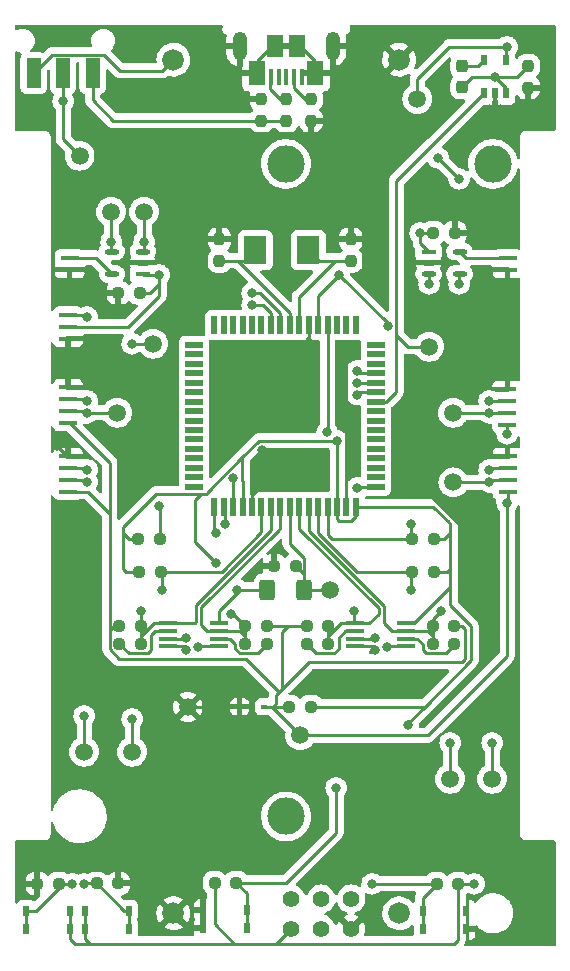
<source format=gbr>
%TF.GenerationSoftware,KiCad,Pcbnew,(6.0.6)*%
%TF.CreationDate,2022-08-01T23:51:54-07:00*%
%TF.ProjectId,Smart Floor Register,536d6172-7420-4466-9c6f-6f7220526567,rev?*%
%TF.SameCoordinates,Original*%
%TF.FileFunction,Copper,L1,Top*%
%TF.FilePolarity,Positive*%
%FSLAX46Y46*%
G04 Gerber Fmt 4.6, Leading zero omitted, Abs format (unit mm)*
G04 Created by KiCad (PCBNEW (6.0.6)) date 2022-08-01 23:51:54*
%MOMM*%
%LPD*%
G01*
G04 APERTURE LIST*
G04 Aperture macros list*
%AMRoundRect*
0 Rectangle with rounded corners*
0 $1 Rounding radius*
0 $2 $3 $4 $5 $6 $7 $8 $9 X,Y pos of 4 corners*
0 Add a 4 corners polygon primitive as box body*
4,1,4,$2,$3,$4,$5,$6,$7,$8,$9,$2,$3,0*
0 Add four circle primitives for the rounded corners*
1,1,$1+$1,$2,$3*
1,1,$1+$1,$4,$5*
1,1,$1+$1,$6,$7*
1,1,$1+$1,$8,$9*
0 Add four rect primitives between the rounded corners*
20,1,$1+$1,$2,$3,$4,$5,0*
20,1,$1+$1,$4,$5,$6,$7,0*
20,1,$1+$1,$6,$7,$8,$9,0*
20,1,$1+$1,$8,$9,$2,$3,0*%
G04 Aperture macros list end*
%TA.AperFunction,ComponentPad*%
%ADD10C,1.828800*%
%TD*%
%TA.AperFunction,ComponentPad*%
%ADD11C,3.175000*%
%TD*%
%TA.AperFunction,SMDPad,CuDef*%
%ADD12RoundRect,0.237500X0.250000X0.237500X-0.250000X0.237500X-0.250000X-0.237500X0.250000X-0.237500X0*%
%TD*%
%TA.AperFunction,SMDPad,CuDef*%
%ADD13C,1.500000*%
%TD*%
%TA.AperFunction,SMDPad,CuDef*%
%ADD14RoundRect,0.237500X-0.250000X-0.237500X0.250000X-0.237500X0.250000X0.237500X-0.250000X0.237500X0*%
%TD*%
%TA.AperFunction,SMDPad,CuDef*%
%ADD15RoundRect,0.250000X-0.400000X-0.625000X0.400000X-0.625000X0.400000X0.625000X-0.400000X0.625000X0*%
%TD*%
%TA.AperFunction,SMDPad,CuDef*%
%ADD16RoundRect,0.237500X-0.237500X0.250000X-0.237500X-0.250000X0.237500X-0.250000X0.237500X0.250000X0*%
%TD*%
%TA.AperFunction,SMDPad,CuDef*%
%ADD17R,1.200000X2.500000*%
%TD*%
%TA.AperFunction,SMDPad,CuDef*%
%ADD18RoundRect,0.237500X0.237500X-0.250000X0.237500X0.250000X-0.237500X0.250000X-0.237500X-0.250000X0*%
%TD*%
%TA.AperFunction,SMDPad,CuDef*%
%ADD19RoundRect,0.237500X0.237500X-0.287500X0.237500X0.287500X-0.237500X0.287500X-0.237500X-0.287500X0*%
%TD*%
%TA.AperFunction,SMDPad,CuDef*%
%ADD20R,1.524000X0.431800*%
%TD*%
%TA.AperFunction,SMDPad,CuDef*%
%ADD21R,0.600000X0.450000*%
%TD*%
%TA.AperFunction,SMDPad,CuDef*%
%ADD22R,1.219200X0.457200*%
%TD*%
%TA.AperFunction,SMDPad,CuDef*%
%ADD23O,1.219200X0.457200*%
%TD*%
%TA.AperFunction,SMDPad,CuDef*%
%ADD24R,0.450000X1.380000*%
%TD*%
%TA.AperFunction,SMDPad,CuDef*%
%ADD25R,1.375000X1.900000*%
%TD*%
%TA.AperFunction,ComponentPad*%
%ADD26O,1.208000X2.416000*%
%TD*%
%TA.AperFunction,SMDPad,CuDef*%
%ADD27R,1.475000X2.100000*%
%TD*%
%TA.AperFunction,SMDPad,CuDef*%
%ADD28R,0.508000X0.889000*%
%TD*%
%TA.AperFunction,SMDPad,CuDef*%
%ADD29R,0.508000X0.914400*%
%TD*%
%TA.AperFunction,SMDPad,CuDef*%
%ADD30R,1.900000X2.400000*%
%TD*%
%TA.AperFunction,ComponentPad*%
%ADD31C,1.397000*%
%TD*%
%TA.AperFunction,SMDPad,CuDef*%
%ADD32R,1.500000X0.550000*%
%TD*%
%TA.AperFunction,SMDPad,CuDef*%
%ADD33R,0.550000X1.500000*%
%TD*%
%TA.AperFunction,ViaPad*%
%ADD34C,0.800000*%
%TD*%
%TA.AperFunction,Conductor*%
%ADD35C,0.250000*%
%TD*%
G04 APERTURE END LIST*
D10*
%TO.P,BT2,1,+*%
%TO.N,Net-(BT1-Pad1)*%
X133355900Y-143718438D03*
X114229700Y-71455438D03*
%TO.P,BT2,2,-*%
%TO.N,Earth*%
X133355900Y-71455438D03*
X114229700Y-143718438D03*
D11*
%TO.P,BT2,6*%
%TO.N,N/C*%
X123780100Y-80269238D03*
%TO.P,BT2,7*%
X123780100Y-135514238D03*
%TO.P,BT2,8*%
X141306100Y-80269238D03*
%TD*%
D12*
%TO.P,R4,1*%
%TO.N,Net-(R4-Pad1)*%
X122165398Y-120904000D03*
%TO.P,R4,2*%
%TO.N,ThermopileA*%
X120340398Y-120904000D03*
%TD*%
D13*
%TO.P,TP8,1,1*%
%TO.N,ThermopileC*%
X141224000Y-132334000D03*
%TD*%
D14*
%TO.P,R12,1*%
%TO.N,Net-(R12-Pad1)*%
X125534698Y-120904000D03*
%TO.P,R12,2*%
%TO.N,ThermopileD*%
X127359698Y-120904000D03*
%TD*%
D12*
%TO.P,R7,1*%
%TO.N,VCC*%
X125880500Y-126238000D03*
%TO.P,R7,2*%
%TO.N,Shifted Ground*%
X124055500Y-126238000D03*
%TD*%
D15*
%TO.P,R8,1*%
%TO.N,VCC*%
X122200000Y-116332000D03*
%TO.P,R8,2*%
%TO.N,Thermistor*%
X125300000Y-116332000D03*
%TD*%
D13*
%TO.P,TP13,1,1*%
%TO.N,Earth*%
X115450000Y-126250000D03*
%TD*%
D16*
%TO.P,R16,1*%
%TO.N,Net-(J3-Pad4)*%
X125904566Y-74779500D03*
%TO.P,R16,2*%
%TO.N,Earth*%
X125904566Y-76604500D03*
%TD*%
D12*
%TO.P,R13,1*%
%TO.N,Net-(R13-Pad1)*%
X138027698Y-120904000D03*
%TO.P,R13,2*%
%TO.N,ThermopileC*%
X136202698Y-120904000D03*
%TD*%
D13*
%TO.P,TP11,1,1*%
%TO.N,ThermopileD*%
X137668000Y-132334000D03*
%TD*%
D17*
%TO.P,S1,1*%
%TO.N,Net-(R21-Pad2)*%
X107402000Y-72600000D03*
%TO.P,S1,2*%
%TO.N,VCC*%
X104902000Y-72600000D03*
%TO.P,S1,3*%
%TO.N,Net-(BT1-Pad1)*%
X102402000Y-72600000D03*
%TD*%
D16*
%TO.P,C5,1*%
%TO.N,VCC*%
X144272000Y-71985500D03*
%TO.P,C5,2*%
%TO.N,Earth*%
X144272000Y-73810500D03*
%TD*%
D13*
%TO.P,TP2,1,1*%
%TO.N,Thermistor*%
X127508000Y-116332000D03*
%TD*%
D16*
%TO.P,C2,1*%
%TO.N,Earth*%
X129260500Y-86653340D03*
%TO.P,C2,2*%
%TO.N,Net-(C2-Pad2)*%
X129260500Y-88478340D03*
%TD*%
D12*
%TO.P,R11,1*%
%TO.N,ThermopileD*%
X127359698Y-119380000D03*
%TO.P,R11,2*%
%TO.N,Shifted Ground*%
X125534698Y-119380000D03*
%TD*%
D18*
%TO.P,R22,1*%
%TO.N,Net-(R21-Pad2)*%
X121695434Y-76604500D03*
%TO.P,R22,2*%
%TO.N,Earth*%
X121695434Y-74779500D03*
%TD*%
D19*
%TO.P,L1,1*%
%TO.N,VCC*%
X138684000Y-73773000D03*
%TO.P,L1,2*%
%TO.N,Net-(L1-Pad2)*%
X138684000Y-72023000D03*
%TD*%
D14*
%TO.P,C4,1*%
%TO.N,+5V*%
X136247500Y-86106000D03*
%TO.P,C4,2*%
%TO.N,Earth*%
X138072500Y-86106000D03*
%TD*%
D20*
%TO.P,A4,1,THERMISTOR_GND*%
%TO.N,Earth*%
X142494000Y-99346000D03*
%TO.P,A4,2,THERMOPILE*%
%TO.N,Net-(A4-Pad2)*%
X142494000Y-100346000D03*
%TO.P,A4,3,THERMISTOR*%
%TO.N,ThermistorD*%
X142494000Y-101346000D03*
%TO.P,A4,4,THERMOPILE_GND*%
%TO.N,Shifted Ground*%
X142494000Y-102346000D03*
%TD*%
D12*
%TO.P,R9,1*%
%TO.N,Thermistor*%
X124610500Y-114300000D03*
%TO.P,R9,2*%
%TO.N,Earth*%
X122785500Y-114300000D03*
%TD*%
D21*
%TO.P,D1,1,K*%
%TO.N,Shifted Ground*%
X121954000Y-126238000D03*
%TO.P,D1,2,A*%
%TO.N,Earth*%
X119854000Y-126238000D03*
%TD*%
D13*
%TO.P,TP1,1,1*%
%TO.N,SCL*%
X111760000Y-84328000D03*
%TD*%
D20*
%TO.P,A1,1,THERMISTOR_GND*%
%TO.N,Earth*%
X105323000Y-99188826D03*
%TO.P,A1,2,THERMOPILE*%
%TO.N,Net-(A1-Pad2)*%
X105323000Y-100188826D03*
%TO.P,A1,3,THERMISTOR*%
%TO.N,ThermistorA*%
X105323000Y-101188826D03*
%TO.P,A1,4,THERMOPILE_GND*%
%TO.N,Shifted Ground*%
X105323000Y-102188826D03*
%TD*%
D13*
%TO.P,TP6,1,1*%
%TO.N,+5V*%
X134900000Y-74775000D03*
%TD*%
D22*
%TO.P,U4,1,VCC*%
%TO.N,+5V*%
X111660300Y-89596001D03*
D23*
%TO.P,U4,2,GND*%
%TO.N,Earth*%
X111660300Y-88646000D03*
%TO.P,U4,3,SCL*%
%TO.N,SCL*%
X111660300Y-87695999D03*
%TO.P,U4,4,SDA*%
%TO.N,SDA*%
X109040300Y-87695999D03*
%TO.P,U4,5,Vout*%
%TO.N,Net-(J1-Pad1)*%
X109040300Y-89596001D03*
%TD*%
D20*
%TO.P,J1,1,Pin_1*%
%TO.N,Net-(J1-Pad1)*%
X105448000Y-88236827D03*
%TO.P,J1,2,Pin_2*%
%TO.N,Earth*%
X105448000Y-89236827D03*
%TD*%
%TO.P,U3,1,OUTA*%
%TO.N,ThermopileD*%
X129609498Y-119167001D03*
%TO.P,U3,2,INA-*%
%TO.N,Net-(R12-Pad1)*%
X129609498Y-119816999D03*
%TO.P,U3,3,INA+*%
%TO.N,Net-(A4-Pad2)*%
X129609498Y-120467001D03*
%TO.P,U3,4,V-*%
%TO.N,Earth*%
X129609498Y-121116999D03*
%TO.P,U3,5,INB+*%
%TO.N,Net-(A3-Pad2)*%
X133952898Y-121116999D03*
%TO.P,U3,6,INB-*%
%TO.N,Net-(R13-Pad1)*%
X133952898Y-120467001D03*
%TO.P,U3,7,OUTB*%
%TO.N,ThermopileC*%
X133952898Y-119816999D03*
%TO.P,U3,8,V+*%
%TO.N,VCC*%
X133952898Y-119167001D03*
%TD*%
D13*
%TO.P,TP3,1,1*%
%TO.N,SDA*%
X108966000Y-84328000D03*
%TD*%
D24*
%TO.P,J3,1,VBUS*%
%TO.N,VBUS*%
X122500000Y-72944000D03*
%TO.P,J3,2,D-*%
%TO.N,unconnected-(J3-Pad2)*%
X123150000Y-72944000D03*
%TO.P,J3,3,D+*%
%TO.N,unconnected-(J3-Pad3)*%
X123800000Y-72944000D03*
%TO.P,J3,4,ID*%
%TO.N,Net-(J3-Pad4)*%
X124450000Y-72944000D03*
%TO.P,J3,5,GND*%
%TO.N,Earth*%
X125100000Y-72944000D03*
D25*
%TO.P,J3,6,Shield*%
X122862500Y-70284000D03*
D26*
X127750000Y-70284000D03*
D27*
X121337500Y-72584000D03*
X126262500Y-72584000D03*
D26*
X119850000Y-70284000D03*
D25*
X124737500Y-70284000D03*
%TD*%
D28*
%TO.P,SW2,1,A*%
%TO.N,Earth*%
X116768001Y-143464999D03*
X116768001Y-144965001D03*
%TO.P,SW2,2,A*%
%TO.N,~{PEN}*%
X120467999Y-143464999D03*
X120467999Y-144965001D03*
%TD*%
D29*
%TO.P,U6,1,CE*%
%TO.N,MotorEnable*%
X140528040Y-74295000D03*
%TO.P,U6,2,GND*%
%TO.N,Earth*%
X141478000Y-74295000D03*
%TO.P,U6,3,BAT*%
%TO.N,VCC*%
X142427960Y-74295000D03*
%TO.P,U6,4,VOUT*%
%TO.N,+5V*%
X142427960Y-71501000D03*
%TO.P,U6,5,LX*%
%TO.N,Net-(L1-Pad2)*%
X140528040Y-71501000D03*
%TD*%
D13*
%TO.P,TP12,1,1*%
%TO.N,ThermistorC*%
X137950000Y-107225000D03*
%TD*%
%TO.P,TP5,1,1*%
%TO.N,VCC*%
X106300000Y-79575000D03*
%TD*%
D20*
%TO.P,U2,1,OUTA*%
%TO.N,ThermopileB*%
X113747198Y-119167001D03*
%TO.P,U2,2,INA-*%
%TO.N,Net-(R3-Pad1)*%
X113747198Y-119816999D03*
%TO.P,U2,3,INA+*%
%TO.N,Net-(A2-Pad2)*%
X113747198Y-120467001D03*
%TO.P,U2,4,V-*%
%TO.N,Earth*%
X113747198Y-121116999D03*
%TO.P,U2,5,INB+*%
%TO.N,Net-(A1-Pad2)*%
X118090598Y-121116999D03*
%TO.P,U2,6,INB-*%
%TO.N,Net-(R4-Pad1)*%
X118090598Y-120467001D03*
%TO.P,U2,7,OUTB*%
%TO.N,ThermopileA*%
X118090598Y-119816999D03*
%TO.P,U2,8,V+*%
%TO.N,VCC*%
X118090598Y-119167001D03*
%TD*%
D16*
%TO.P,C1,1*%
%TO.N,Earth*%
X118135500Y-86653340D03*
%TO.P,C1,2*%
%TO.N,Net-(C1-Pad2)*%
X118135500Y-88478340D03*
%TD*%
D13*
%TO.P,TP4,1,1*%
%TO.N,ThermistorA*%
X109474000Y-101346000D03*
%TD*%
%TO.P,TP16,1,1*%
%TO.N,ThermopileA*%
X110744000Y-130048000D03*
%TD*%
D12*
%TO.P,R2,1*%
%TO.N,ThermopileB*%
X111497398Y-119380000D03*
%TO.P,R2,2*%
%TO.N,Shifted Ground*%
X109672398Y-119380000D03*
%TD*%
%TO.P,R17,1*%
%TO.N,VCC*%
X138354750Y-141224000D03*
%TO.P,R17,2*%
%TO.N,~{RESET}*%
X136529750Y-141224000D03*
%TD*%
D14*
%TO.P,R19,1*%
%TO.N,FanActivate*%
X107753501Y-141196000D03*
%TO.P,R19,2*%
%TO.N,Earth*%
X109578501Y-141196000D03*
%TD*%
%TO.P,R14,1*%
%TO.N,ThermopileC*%
X136202698Y-119380000D03*
%TO.P,R14,2*%
%TO.N,Shifted Ground*%
X138027698Y-119380000D03*
%TD*%
D30*
%TO.P,Y1,1,1*%
%TO.N,Net-(C2-Pad2)*%
X125680500Y-87565840D03*
%TO.P,Y1,2,2*%
%TO.N,Net-(C1-Pad2)*%
X121180500Y-87565840D03*
%TD*%
D20*
%TO.P,J2,1,Pin_1*%
%TO.N,Net-(J2-Pad1)*%
X142532000Y-88236827D03*
%TO.P,J2,2,Pin_2*%
%TO.N,Earth*%
X142532000Y-89236827D03*
%TD*%
%TO.P,A3,1,THERMISTOR_GND*%
%TO.N,Earth*%
X142532000Y-105016827D03*
%TO.P,A3,2,THERMOPILE*%
%TO.N,Net-(A3-Pad2)*%
X142532000Y-106016827D03*
%TO.P,A3,3,THERMISTOR*%
%TO.N,ThermistorC*%
X142532000Y-107016827D03*
%TO.P,A3,4,THERMOPILE_GND*%
%TO.N,Shifted Ground*%
X142532000Y-108016827D03*
%TD*%
D31*
%TO.P,J4,1,MISO*%
%TO.N,MISO*%
X124206000Y-142494000D03*
%TO.P,J4,2,VCC*%
%TO.N,VCC*%
X124206000Y-145034000D03*
%TO.P,J4,3,SCK*%
%TO.N,SCK*%
X126746000Y-142494000D03*
%TO.P,J4,4,MOSI*%
%TO.N,MOSI*%
X126746000Y-145034000D03*
%TO.P,J4,5,~{RST}*%
%TO.N,~{RESET}*%
X129286000Y-142494000D03*
%TO.P,J4,6,GND*%
%TO.N,Earth*%
X129286000Y-145034000D03*
%TD*%
D20*
%TO.P,M1,1,PWM*%
%TO.N,ServoPWM*%
X105323000Y-93070827D03*
%TO.P,M1,2,+*%
%TO.N,+5V*%
X105323000Y-94070827D03*
%TO.P,M1,3,-*%
%TO.N,Earth*%
X105323000Y-95070827D03*
%TD*%
D16*
%TO.P,R21,1*%
%TO.N,VBUS*%
X123800000Y-74779500D03*
%TO.P,R21,2*%
%TO.N,Net-(R21-Pad2)*%
X123800000Y-76604500D03*
%TD*%
D28*
%TO.P,SW1,1,A*%
%TO.N,Earth*%
X139038249Y-145022001D03*
X139038249Y-143521999D03*
%TO.P,SW1,2,A*%
%TO.N,~{RESET}*%
X135338251Y-145022001D03*
X135338251Y-143521999D03*
%TD*%
D12*
%TO.P,R10,1*%
%TO.N,VCC*%
X136294500Y-114808000D03*
%TO.P,R10,2*%
%TO.N,ThermistorC*%
X134469500Y-114808000D03*
%TD*%
%TO.P,R15,1*%
%TO.N,VCC*%
X136294500Y-112014000D03*
%TO.P,R15,2*%
%TO.N,ThermistorD*%
X134469500Y-112014000D03*
%TD*%
D14*
%TO.P,R3,1*%
%TO.N,Net-(R3-Pad1)*%
X109672398Y-120904000D03*
%TO.P,R3,2*%
%TO.N,ThermopileB*%
X111497398Y-120904000D03*
%TD*%
D12*
%TO.P,R20,1*%
%TO.N,ServoActivate*%
X104544500Y-141224000D03*
%TO.P,R20,2*%
%TO.N,Earth*%
X102719500Y-141224000D03*
%TD*%
D13*
%TO.P,TP15,1,1*%
%TO.N,ThermopileB*%
X106680000Y-130048000D03*
%TD*%
%TO.P,TP14,1,1*%
%TO.N,Shifted Ground*%
X124975000Y-128650000D03*
%TD*%
D14*
%TO.P,R18,1*%
%TO.N,VCC*%
X117737500Y-141139000D03*
%TO.P,R18,2*%
%TO.N,~{PEN}*%
X119562500Y-141139000D03*
%TD*%
D20*
%TO.P,A2,1,THERMISTOR_GND*%
%TO.N,Earth*%
X105323000Y-105016827D03*
%TO.P,A2,2,THERMOPILE*%
%TO.N,Net-(A2-Pad2)*%
X105323000Y-106016827D03*
%TO.P,A2,3,THERMISTOR*%
%TO.N,ThermistorB*%
X105323000Y-107016827D03*
%TO.P,A2,4,THERMOPILE_GND*%
%TO.N,Shifted Ground*%
X105323000Y-108016827D03*
%TD*%
D12*
%TO.P,C3,1*%
%TO.N,+5V*%
X111402500Y-91186000D03*
%TO.P,C3,2*%
%TO.N,Earth*%
X109577500Y-91186000D03*
%TD*%
D22*
%TO.P,U5,1,VCC*%
%TO.N,+5V*%
X135850000Y-87695999D03*
D23*
%TO.P,U5,2,GND*%
%TO.N,Earth*%
X135850000Y-88646000D03*
%TO.P,U5,3,SCL*%
%TO.N,SCL*%
X135850000Y-89596001D03*
%TO.P,U5,4,SDA*%
%TO.N,SDA*%
X138470000Y-89596001D03*
%TO.P,U5,5,Vout*%
%TO.N,Net-(J2-Pad1)*%
X138470000Y-87695999D03*
%TD*%
D14*
%TO.P,R5,1*%
%TO.N,ThermopileA*%
X120340398Y-119380000D03*
%TO.P,R5,2*%
%TO.N,Shifted Ground*%
X122165398Y-119380000D03*
%TD*%
%TO.P,R6,1*%
%TO.N,VCC*%
X111355500Y-114808000D03*
%TO.P,R6,2*%
%TO.N,ThermistorB*%
X113180500Y-114808000D03*
%TD*%
D28*
%TO.P,SW3,1,A*%
%TO.N,VCC*%
X106790002Y-145022001D03*
X106790002Y-143521999D03*
%TO.P,SW3,2,B*%
%TO.N,FanActivate*%
X110490000Y-143521999D03*
X110490000Y-145022001D03*
%TD*%
D13*
%TO.P,TP9,1,1*%
%TO.N,MotorEnable*%
X135890000Y-95758000D03*
%TD*%
D14*
%TO.P,R1,1*%
%TO.N,VCC*%
X111252000Y-112014000D03*
%TO.P,R1,2*%
%TO.N,ThermistorA*%
X113077000Y-112014000D03*
%TD*%
D28*
%TO.P,SW4,1,A*%
%TO.N,VCC*%
X105481999Y-145022001D03*
X105481999Y-143521999D03*
%TO.P,SW4,2,B*%
%TO.N,ServoActivate*%
X101782001Y-145022001D03*
X101782001Y-143521999D03*
%TD*%
D13*
%TO.P,TP7,1,1*%
%TO.N,ServoPWM*%
X112522000Y-95504000D03*
%TD*%
D32*
%TO.P,U1,1,~{PEN}*%
%TO.N,~{PEN}*%
X131398000Y-107600000D03*
%TO.P,U1,2,PE0*%
%TO.N,unconnected-(U1-Pad2)*%
X131398000Y-106800000D03*
%TO.P,U1,3,PE1*%
%TO.N,unconnected-(U1-Pad3)*%
X131398000Y-106000000D03*
%TO.P,U1,4,PE2*%
%TO.N,unconnected-(U1-Pad4)*%
X131398000Y-105200000D03*
%TO.P,U1,5,PE3*%
%TO.N,unconnected-(U1-Pad5)*%
X131398000Y-104400000D03*
%TO.P,U1,6,PE4*%
%TO.N,unconnected-(U1-Pad6)*%
X131398000Y-103600000D03*
%TO.P,U1,7,PE5*%
%TO.N,unconnected-(U1-Pad7)*%
X131398000Y-102800000D03*
%TO.P,U1,8,PE6*%
%TO.N,unconnected-(U1-Pad8)*%
X131398000Y-102000000D03*
%TO.P,U1,9,PE7*%
%TO.N,unconnected-(U1-Pad9)*%
X131398000Y-101200000D03*
%TO.P,U1,10,PB0*%
%TO.N,MotorEnable*%
X131398000Y-100400000D03*
%TO.P,U1,11,PB1*%
%TO.N,SCK*%
X131398000Y-99600000D03*
%TO.P,U1,12,PB2*%
%TO.N,MOSI*%
X131398000Y-98800000D03*
%TO.P,U1,13,PB3*%
%TO.N,MISO*%
X131398000Y-98000000D03*
%TO.P,U1,14,PB4*%
%TO.N,unconnected-(U1-Pad14)*%
X131398000Y-97200000D03*
%TO.P,U1,15,PB5*%
%TO.N,unconnected-(U1-Pad15)*%
X131398000Y-96400000D03*
%TO.P,U1,16,PB6*%
%TO.N,unconnected-(U1-Pad16)*%
X131398000Y-95600000D03*
D33*
%TO.P,U1,17,PB7*%
%TO.N,unconnected-(U1-Pad17)*%
X129698000Y-93900000D03*
%TO.P,U1,18,PG3*%
%TO.N,unconnected-(U1-Pad18)*%
X128898000Y-93900000D03*
%TO.P,U1,19,PG4*%
%TO.N,unconnected-(U1-Pad19)*%
X128098000Y-93900000D03*
%TO.P,U1,20,~{RESET}*%
%TO.N,~{RESET}*%
X127298000Y-93900000D03*
%TO.P,U1,21,VCC*%
%TO.N,VCC*%
X126498000Y-93900000D03*
%TO.P,U1,22,GND*%
%TO.N,Earth*%
X125698000Y-93900000D03*
%TO.P,U1,23,XTAL2*%
%TO.N,Net-(C2-Pad2)*%
X124898000Y-93900000D03*
%TO.P,U1,24,XTAL1*%
%TO.N,Net-(C1-Pad2)*%
X124098000Y-93900000D03*
%TO.P,U1,25,PD0*%
%TO.N,SCL*%
X123298000Y-93900000D03*
%TO.P,U1,26,PD1*%
%TO.N,SDA*%
X122498000Y-93900000D03*
%TO.P,U1,27,PD2*%
%TO.N,unconnected-(U1-Pad27)*%
X121698000Y-93900000D03*
%TO.P,U1,28,PD3*%
%TO.N,unconnected-(U1-Pad28)*%
X120898000Y-93900000D03*
%TO.P,U1,29,PD4*%
%TO.N,unconnected-(U1-Pad29)*%
X120098000Y-93900000D03*
%TO.P,U1,30,PD5*%
%TO.N,unconnected-(U1-Pad30)*%
X119298000Y-93900000D03*
%TO.P,U1,31,PD6*%
%TO.N,unconnected-(U1-Pad31)*%
X118498000Y-93900000D03*
%TO.P,U1,32,PD7*%
%TO.N,unconnected-(U1-Pad32)*%
X117698000Y-93900000D03*
D32*
%TO.P,U1,33,PG0*%
%TO.N,unconnected-(U1-Pad33)*%
X115998000Y-95600000D03*
%TO.P,U1,34,PG1*%
%TO.N,unconnected-(U1-Pad34)*%
X115998000Y-96400000D03*
%TO.P,U1,35,PC0*%
%TO.N,unconnected-(U1-Pad35)*%
X115998000Y-97200000D03*
%TO.P,U1,36,PC1*%
%TO.N,unconnected-(U1-Pad36)*%
X115998000Y-98000000D03*
%TO.P,U1,37,PC2*%
%TO.N,unconnected-(U1-Pad37)*%
X115998000Y-98800000D03*
%TO.P,U1,38,PC3*%
%TO.N,unconnected-(U1-Pad38)*%
X115998000Y-99600000D03*
%TO.P,U1,39,PC4*%
%TO.N,unconnected-(U1-Pad39)*%
X115998000Y-100400000D03*
%TO.P,U1,40,PC5*%
%TO.N,unconnected-(U1-Pad40)*%
X115998000Y-101200000D03*
%TO.P,U1,41,PC6*%
%TO.N,unconnected-(U1-Pad41)*%
X115998000Y-102000000D03*
%TO.P,U1,42,PC7*%
%TO.N,unconnected-(U1-Pad42)*%
X115998000Y-102800000D03*
%TO.P,U1,43,PG2*%
%TO.N,unconnected-(U1-Pad43)*%
X115998000Y-103600000D03*
%TO.P,U1,44,PA7*%
%TO.N,unconnected-(U1-Pad44)*%
X115998000Y-104400000D03*
%TO.P,U1,45,PA6*%
%TO.N,unconnected-(U1-Pad45)*%
X115998000Y-105200000D03*
%TO.P,U1,46,PA5*%
%TO.N,unconnected-(U1-Pad46)*%
X115998000Y-106000000D03*
%TO.P,U1,47,PA4*%
%TO.N,unconnected-(U1-Pad47)*%
X115998000Y-106800000D03*
%TO.P,U1,48,PA3*%
%TO.N,unconnected-(U1-Pad48)*%
X115998000Y-107600000D03*
D33*
%TO.P,U1,49,PA2*%
%TO.N,ServoActivate*%
X117698000Y-109300000D03*
%TO.P,U1,50,PA1*%
%TO.N,FanActivate*%
X118498000Y-109300000D03*
%TO.P,U1,51,PA0*%
%TO.N,ServoPWM*%
X119298000Y-109300000D03*
%TO.P,U1,52,VCC*%
%TO.N,VCC*%
X120098000Y-109300000D03*
%TO.P,U1,53,GND*%
%TO.N,Earth*%
X120898000Y-109300000D03*
%TO.P,U1,54,PF7*%
%TO.N,ThermistorB*%
X121698000Y-109300000D03*
%TO.P,U1,55,PF6*%
%TO.N,ThermopileB*%
X122498000Y-109300000D03*
%TO.P,U1,56,PF5*%
%TO.N,ThermopileA*%
X123298000Y-109300000D03*
%TO.P,U1,57,PF4*%
%TO.N,Thermistor*%
X124098000Y-109300000D03*
%TO.P,U1,58,PF3*%
%TO.N,ThermopileD*%
X124898000Y-109300000D03*
%TO.P,U1,59,PF2*%
%TO.N,ThermopileC*%
X125698000Y-109300000D03*
%TO.P,U1,60,PF1*%
%TO.N,ThermistorC*%
X126498000Y-109300000D03*
%TO.P,U1,61,PF0*%
%TO.N,ThermistorD*%
X127298000Y-109300000D03*
%TO.P,U1,62,AREF*%
%TO.N,VCC*%
X128098000Y-109300000D03*
%TO.P,U1,63,GND*%
%TO.N,Earth*%
X128898000Y-109300000D03*
%TO.P,U1,64,AVCC*%
%TO.N,VCC*%
X129698000Y-109300000D03*
%TD*%
D13*
%TO.P,TP10,1,1*%
%TO.N,ThermistorD*%
X137922000Y-101346000D03*
%TD*%
D34*
%TO.N,Earth*%
X131318000Y-121412000D03*
X121722097Y-104494597D03*
X128898000Y-95624000D03*
X104394000Y-109728000D03*
X133604000Y-123698000D03*
X113284000Y-123444000D03*
X139446000Y-93218000D03*
X122937043Y-106935043D03*
X140716000Y-112014000D03*
X115316000Y-121412000D03*
X104394000Y-104140000D03*
X123190000Y-112776000D03*
X125730000Y-95504000D03*
%TO.N,Net-(A1-Pad2)*%
X116332000Y-121158000D03*
X106934000Y-100330000D03*
%TO.N,ThermistorA*%
X113030000Y-109220000D03*
X106929701Y-101350299D03*
%TO.N,Shifted Ground*%
X142494000Y-108966000D03*
X142494000Y-103124000D03*
%TO.N,Net-(A2-Pad2)*%
X106934000Y-106172000D03*
X115316000Y-120396000D03*
%TO.N,ThermistorB*%
X113284000Y-116332000D03*
X106929701Y-107192299D03*
%TO.N,Net-(A3-Pad2)*%
X132334000Y-121158000D03*
X140970000Y-106172000D03*
%TO.N,ThermistorC*%
X134366000Y-116332000D03*
X140974299Y-107192299D03*
%TO.N,Net-(A4-Pad2)*%
X140970000Y-100330000D03*
X131318000Y-120396000D03*
%TO.N,ThermistorD*%
X140970000Y-101346000D03*
X134366000Y-110744000D03*
%TO.N,Net-(BT1-Pad1)*%
X138430000Y-81534000D03*
X136652000Y-79756000D03*
%TO.N,+5V*%
X135128000Y-86106000D03*
X142494000Y-70358000D03*
X113030000Y-89662000D03*
%TO.N,VCC*%
X132371500Y-93980000D03*
X117856000Y-114046000D03*
X104902000Y-74930000D03*
X141478000Y-72898000D03*
X134112000Y-127762000D03*
X128270000Y-89662000D03*
X119634000Y-116332000D03*
X128098000Y-103714000D03*
X139700000Y-141224000D03*
%TO.N,MISO*%
X129794000Y-97790000D03*
%TO.N,SCK*%
X129794000Y-99805503D03*
%TO.N,MOSI*%
X129794000Y-98806000D03*
%TO.N,~{RESET}*%
X131064000Y-141224000D03*
X127254000Y-102989500D03*
%TO.N,ServoPWM*%
X110744000Y-95504000D03*
X106934000Y-93218000D03*
X119323455Y-106893946D03*
%TO.N,ThermopileB*%
X111506000Y-118110000D03*
X106680000Y-127000000D03*
%TO.N,ThermopileA*%
X119126000Y-118364000D03*
X110744000Y-127254000D03*
%TO.N,ThermopileD*%
X137668000Y-129286000D03*
X129540000Y-118110000D03*
%TO.N,ThermopileC*%
X136906000Y-118110000D03*
X141224000Y-129286000D03*
%TO.N,~{PEN}*%
X129794000Y-107696000D03*
X128016000Y-133096000D03*
%TO.N,FanActivate*%
X106680000Y-141224000D03*
X118618000Y-110744000D03*
%TO.N,ServoActivate*%
X105680497Y-141224000D03*
X117856000Y-111506000D03*
%TO.N,SCL*%
X135890000Y-90424000D03*
X120904000Y-91202497D03*
X111760000Y-86868000D03*
%TO.N,SDA*%
X138430000Y-90424000D03*
X120904000Y-92202000D03*
X108966000Y-86868000D03*
%TD*%
D35*
%TO.N,Earth*%
X135890000Y-108204000D02*
X136144000Y-108458000D01*
X136144000Y-108458000D02*
X139700000Y-112014000D01*
X113747198Y-121116999D02*
X115020999Y-121116999D01*
X119850000Y-70050000D02*
X119850000Y-70862500D01*
X125902500Y-72710000D02*
X126262500Y-72350000D01*
X105270827Y-105016827D02*
X104394000Y-104140000D01*
X142532000Y-105016827D02*
X137299173Y-105016827D01*
X128898000Y-109300000D02*
X128898000Y-95624000D01*
X122785500Y-114300000D02*
X122785500Y-113180500D01*
X125698000Y-93900000D02*
X125698000Y-95472000D01*
X131022999Y-121116999D02*
X131318000Y-121412000D01*
X119842000Y-126250000D02*
X119854000Y-126238000D01*
X121722097Y-104591903D02*
X121722097Y-104494597D01*
X121337500Y-71575000D02*
X122862500Y-70050000D01*
X115020999Y-121116999D02*
X115316000Y-121412000D01*
X122937043Y-106935043D02*
X122262957Y-106935043D01*
X126262500Y-71575000D02*
X124737500Y-70050000D01*
X122262957Y-106935043D02*
X120898000Y-108300000D01*
X120898000Y-108300000D02*
X120898000Y-109300000D01*
X127750000Y-70050000D02*
X127750000Y-70862500D01*
X120898000Y-108300000D02*
X120898000Y-105416000D01*
X120898000Y-105416000D02*
X121722097Y-104591903D01*
X105323000Y-105016827D02*
X105270827Y-105016827D01*
X137299173Y-105016827D02*
X135890000Y-106426000D01*
X135890000Y-106426000D02*
X135890000Y-108204000D01*
X125698000Y-95472000D02*
X125730000Y-95504000D01*
X139700000Y-112014000D02*
X140716000Y-112014000D01*
X115450000Y-126250000D02*
X119842000Y-126250000D01*
X121337500Y-72350000D02*
X121337500Y-71575000D01*
X122785500Y-113180500D02*
X123190000Y-112776000D01*
X126262500Y-72350000D02*
X126262500Y-71575000D01*
X129609498Y-121116999D02*
X131022999Y-121116999D01*
%TO.N,Net-(A1-Pad2)*%
X116373001Y-121116999D02*
X116332000Y-121158000D01*
X106792826Y-100188826D02*
X106934000Y-100330000D01*
X118090598Y-121116999D02*
X116373001Y-121116999D01*
X105323000Y-100188826D02*
X106792826Y-100188826D01*
%TO.N,ThermistorA*%
X113077000Y-109267000D02*
X113030000Y-109220000D01*
X113077000Y-112014000D02*
X113077000Y-109267000D01*
X106768228Y-101188826D02*
X106929701Y-101350299D01*
X106929701Y-101350299D02*
X106934000Y-101346000D01*
X106934000Y-101346000D02*
X109474000Y-101346000D01*
X105323000Y-101188826D02*
X106768228Y-101188826D01*
%TO.N,Shifted Ground*%
X142532000Y-108016827D02*
X142532000Y-108928000D01*
X122563000Y-126238000D02*
X122413000Y-126238000D01*
X124975000Y-128650000D02*
X122563000Y-126238000D01*
X105490826Y-102188826D02*
X108859898Y-105557898D01*
X123444000Y-124714000D02*
X125730000Y-122428000D01*
X122682000Y-126238000D02*
X122936000Y-125984000D01*
X138684000Y-119380000D02*
X138027698Y-119380000D01*
X123190000Y-124968000D02*
X120376000Y-122154000D01*
X121954000Y-126238000D02*
X122413000Y-126238000D01*
X107000827Y-108016827D02*
X108859898Y-109875898D01*
X108859898Y-119740102D02*
X109220000Y-119380000D01*
X109220000Y-119380000D02*
X109672398Y-119380000D01*
X108859898Y-109875898D02*
X108859898Y-119740102D01*
X138684000Y-122428000D02*
X138938000Y-122174000D01*
X123444000Y-124714000D02*
X123444000Y-119888000D01*
X105323000Y-108016827D02*
X107000827Y-108016827D01*
X108859898Y-121374495D02*
X108859898Y-119740102D01*
X123190000Y-124968000D02*
X123444000Y-124714000D01*
X122936000Y-125222000D02*
X123190000Y-124968000D01*
X125730000Y-122428000D02*
X138684000Y-122428000D01*
X109639403Y-122154000D02*
X108859898Y-121374495D01*
X142494000Y-103124000D02*
X142494000Y-102346000D01*
X122413000Y-126238000D02*
X122682000Y-126238000D01*
X122165398Y-119380000D02*
X123952000Y-119380000D01*
X123952000Y-119380000D02*
X125534698Y-119380000D01*
X142494000Y-108966000D02*
X142494000Y-121920000D01*
X135764000Y-128650000D02*
X124975000Y-128650000D01*
X108859898Y-105557898D02*
X108859898Y-109875898D01*
X142494000Y-121920000D02*
X135764000Y-128650000D01*
X138938000Y-119634000D02*
X138684000Y-119380000D01*
X120376000Y-122154000D02*
X109639403Y-122154000D01*
X122936000Y-125984000D02*
X122936000Y-125222000D01*
X122682000Y-126238000D02*
X124055500Y-126238000D01*
X142532000Y-108928000D02*
X142494000Y-108966000D01*
X105323000Y-102188826D02*
X105490826Y-102188826D01*
X123444000Y-119888000D02*
X123952000Y-119380000D01*
X138938000Y-122174000D02*
X138938000Y-119634000D01*
%TO.N,Net-(A2-Pad2)*%
X115244999Y-120467001D02*
X115316000Y-120396000D01*
X113747198Y-120467001D02*
X115244999Y-120467001D01*
X106778827Y-106016827D02*
X106934000Y-106172000D01*
X105323000Y-106016827D02*
X106778827Y-106016827D01*
%TO.N,ThermistorB*%
X105323000Y-107016827D02*
X106754229Y-107016827D01*
X106754229Y-107016827D02*
X106929701Y-107192299D01*
X113180500Y-114808000D02*
X118317208Y-114808000D01*
X118317208Y-114808000D02*
X121698000Y-111427208D01*
X113284000Y-114911500D02*
X113180500Y-114808000D01*
X121698000Y-111427208D02*
X121698000Y-109300000D01*
X113284000Y-116332000D02*
X113284000Y-114911500D01*
%TO.N,Net-(A3-Pad2)*%
X142532000Y-106016827D02*
X141125173Y-106016827D01*
X133952898Y-121116999D02*
X132375001Y-121116999D01*
X141125173Y-106016827D02*
X140970000Y-106172000D01*
X132375001Y-121116999D02*
X132334000Y-121158000D01*
%TO.N,ThermistorC*%
X129796792Y-114808000D02*
X126493396Y-111504604D01*
X134366000Y-116332000D02*
X134366000Y-114911500D01*
X141149771Y-107016827D02*
X140974299Y-107192299D01*
X134469500Y-114808000D02*
X129796792Y-114808000D01*
X126493396Y-111504604D02*
X126498000Y-111500000D01*
X134366000Y-114911500D02*
X134469500Y-114808000D01*
X126498000Y-111500000D02*
X126498000Y-109300000D01*
X137950000Y-107225000D02*
X140941598Y-107225000D01*
X142532000Y-107016827D02*
X141149771Y-107016827D01*
X140941598Y-107225000D02*
X140974299Y-107192299D01*
%TO.N,Net-(A4-Pad2)*%
X140970000Y-100330000D02*
X142478000Y-100330000D01*
X129609498Y-120467001D02*
X131246999Y-120467001D01*
X131246999Y-120467001D02*
X131318000Y-120396000D01*
X142478000Y-100330000D02*
X142494000Y-100346000D01*
%TO.N,ThermistorD*%
X137922000Y-101346000D02*
X140970000Y-101346000D01*
X127298000Y-111672812D02*
X127298000Y-109300000D01*
X127639188Y-112014000D02*
X127298000Y-111672812D01*
X134469500Y-112014000D02*
X127639188Y-112014000D01*
X134366000Y-111910500D02*
X134469500Y-112014000D01*
X142494000Y-101346000D02*
X140970000Y-101346000D01*
X134366000Y-110744000D02*
X134366000Y-111910500D01*
%TO.N,Net-(BT1-Pad1)*%
X108363000Y-71025000D02*
X103977000Y-71025000D01*
X113295138Y-72390000D02*
X114229700Y-71455438D01*
X103977000Y-71025000D02*
X102402000Y-72600000D01*
X138430000Y-81534000D02*
X136652000Y-79756000D01*
X109728000Y-72390000D02*
X108363000Y-71025000D01*
X113295138Y-72390000D02*
X109728000Y-72390000D01*
%TO.N,Net-(C1-Pad2)*%
X119676340Y-88478340D02*
X120268000Y-88478340D01*
X119676340Y-88478340D02*
X118135500Y-88478340D01*
X124098000Y-93900000D02*
X124098000Y-92856000D01*
X124098000Y-92856000D02*
X119720340Y-88478340D01*
X120268000Y-88478340D02*
X121180500Y-87565840D01*
X119720340Y-88478340D02*
X119676340Y-88478340D01*
%TO.N,Net-(C2-Pad2)*%
X125680500Y-87580500D02*
X126578340Y-88478340D01*
X126578340Y-88478340D02*
X127929660Y-88478340D01*
X127929660Y-88478340D02*
X124898000Y-91510000D01*
X125680500Y-87565840D02*
X125680500Y-87580500D01*
X127929660Y-88478340D02*
X129260500Y-88478340D01*
X124898000Y-91510000D02*
X124898000Y-93900000D01*
%TO.N,+5V*%
X113030000Y-90424000D02*
X113030000Y-89662000D01*
X137592000Y-70358000D02*
X134900000Y-73050000D01*
X105323000Y-94070827D02*
X110399173Y-94070827D01*
X113030000Y-89662000D02*
X111726299Y-89662000D01*
X112268000Y-91186000D02*
X113030000Y-90424000D01*
X110399173Y-94070827D02*
X113030000Y-91440000D01*
X135128000Y-86973999D02*
X135850000Y-87695999D01*
X113030000Y-91440000D02*
X113030000Y-90424000D01*
X111726299Y-89662000D02*
X111660300Y-89596001D01*
X134900000Y-73050000D02*
X134900000Y-74775000D01*
X142427960Y-70424040D02*
X142494000Y-70358000D01*
X142494000Y-70358000D02*
X137592000Y-70358000D01*
X142427960Y-71501000D02*
X142427960Y-70424040D01*
X135128000Y-86106000D02*
X135128000Y-86973999D01*
X135128000Y-86106000D02*
X136247500Y-86106000D01*
X111402500Y-91186000D02*
X112268000Y-91186000D01*
%TO.N,VCC*%
X117737500Y-144661500D02*
X119380000Y-146304000D01*
X143359500Y-72898000D02*
X144272000Y-71985500D01*
X121920000Y-146304000D02*
X119582000Y-146304000D01*
X138354750Y-141224000D02*
X138354750Y-145946500D01*
X123528000Y-103714000D02*
X128098000Y-103714000D01*
X105918000Y-146304000D02*
X105481999Y-145867999D01*
X128098000Y-110318000D02*
X128098000Y-109300000D01*
X105481999Y-145867999D02*
X105481999Y-145022001D01*
X120089048Y-107135048D02*
X120089048Y-105103048D01*
X137160000Y-112014000D02*
X137668000Y-111506000D01*
X142427960Y-73847960D02*
X142427960Y-74295000D01*
X137541000Y-110617000D02*
X136224000Y-109300000D01*
X120098000Y-107144000D02*
X120098000Y-109300000D01*
X109982000Y-111506000D02*
X109982000Y-110998000D01*
X137668000Y-114554000D02*
X137668000Y-116078000D01*
X126498000Y-91434000D02*
X127508000Y-90424000D01*
X129698000Y-110078000D02*
X129286000Y-110490000D01*
X139700000Y-141224000D02*
X138354750Y-141224000D01*
X110490000Y-112014000D02*
X109982000Y-111506000D01*
X106790002Y-145022001D02*
X106790002Y-145906002D01*
X120098000Y-107144000D02*
X120089048Y-107135048D01*
X141478000Y-72898000D02*
X142427960Y-73847960D01*
X110236000Y-114808000D02*
X109982000Y-114554000D01*
X136224000Y-109300000D02*
X129698000Y-109300000D01*
X128270000Y-89662000D02*
X132371500Y-93763500D01*
X128270000Y-110490000D02*
X128098000Y-110318000D01*
X139446000Y-122302396D02*
X139446000Y-119380000D01*
X122936000Y-146304000D02*
X121920000Y-146304000D01*
X106790002Y-145906002D02*
X107188000Y-146304000D01*
X135510396Y-126238000D02*
X139446000Y-122302396D01*
X111355500Y-114808000D02*
X110236000Y-114808000D01*
X125880500Y-126238000D02*
X128778000Y-126238000D01*
X119380000Y-146304000D02*
X119582000Y-146304000D01*
X137668000Y-110744000D02*
X137541000Y-110617000D01*
X128778000Y-126238000D02*
X135510396Y-126238000D01*
X104902000Y-74930000D02*
X104902000Y-72600000D01*
X108458000Y-146304000D02*
X119380000Y-146304000D01*
X133952898Y-119167001D02*
X134578999Y-119167001D01*
X109982000Y-110998000D02*
X112776000Y-108204000D01*
X119888000Y-116332000D02*
X122200000Y-116332000D01*
X138684000Y-73773000D02*
X139559000Y-72898000D01*
X137668000Y-114554000D02*
X137668000Y-111506000D01*
X141478000Y-72898000D02*
X143359500Y-72898000D01*
X132371500Y-93763500D02*
X132371500Y-93980000D01*
X141478000Y-72898000D02*
X139559000Y-72898000D01*
X108458000Y-146304000D02*
X107188000Y-146304000D01*
X124206000Y-145034000D02*
X122936000Y-146304000D01*
X123528000Y-103714000D02*
X121478096Y-103714000D01*
X136294500Y-112014000D02*
X137160000Y-112014000D01*
X135510396Y-126238000D02*
X134112000Y-127636396D01*
X137414000Y-114808000D02*
X137668000Y-114554000D01*
X109982000Y-114554000D02*
X109982000Y-111506000D01*
X136294500Y-114808000D02*
X137414000Y-114808000D01*
X134112000Y-127636396D02*
X134112000Y-127762000D01*
X137997250Y-146304000D02*
X121920000Y-146304000D01*
X118090598Y-118129402D02*
X119888000Y-116332000D01*
X106790002Y-143521999D02*
X106790002Y-145022001D01*
X107188000Y-146304000D02*
X105918000Y-146304000D01*
X118090598Y-119167001D02*
X118090598Y-118129402D01*
X138354750Y-145946500D02*
X137997250Y-146304000D01*
X137668000Y-117602000D02*
X139446000Y-119380000D01*
X116078000Y-112268000D02*
X116078000Y-108712000D01*
X137668000Y-111506000D02*
X137668000Y-110744000D01*
X120089048Y-105103048D02*
X117094000Y-108098096D01*
X106300000Y-79575000D02*
X104902000Y-78177000D01*
X104902000Y-78177000D02*
X104902000Y-74930000D01*
X111252000Y-112014000D02*
X110490000Y-112014000D01*
X105481999Y-145022001D02*
X105481999Y-143521999D01*
X129698000Y-109300000D02*
X129698000Y-110078000D01*
X126498000Y-93900000D02*
X126498000Y-91434000D01*
X127508000Y-90424000D02*
X128270000Y-89662000D01*
X137668000Y-116078000D02*
X137668000Y-117602000D01*
X128098000Y-109300000D02*
X128098000Y-103714000D01*
X116586000Y-108204000D02*
X117094000Y-108204000D01*
X117856000Y-114046000D02*
X116078000Y-112268000D01*
X129286000Y-110490000D02*
X128270000Y-110490000D01*
X116078000Y-108712000D02*
X116586000Y-108204000D01*
X134578999Y-119167001D02*
X137668000Y-116078000D01*
X117737500Y-141139000D02*
X117737500Y-144661500D01*
X121478096Y-103714000D02*
X120089048Y-105103048D01*
X112776000Y-108204000D02*
X116586000Y-108204000D01*
X117094000Y-108098096D02*
X117094000Y-108204000D01*
%TO.N,Net-(J1-Pad1)*%
X105448000Y-88236827D02*
X107681126Y-88236827D01*
X107681126Y-88236827D02*
X109040300Y-89596001D01*
%TO.N,Net-(J2-Pad1)*%
X142532000Y-88236827D02*
X139010828Y-88236827D01*
X139010828Y-88236827D02*
X138470000Y-87695999D01*
%TO.N,VBUS*%
X123293500Y-74779500D02*
X122428000Y-73914000D01*
X123800000Y-74779500D02*
X123293500Y-74779500D01*
X122428000Y-73016000D02*
X122500000Y-72944000D01*
X122428000Y-73914000D02*
X122428000Y-73016000D01*
%TO.N,Net-(J3-Pad4)*%
X124450000Y-72710000D02*
X124450000Y-73859000D01*
X124450000Y-73859000D02*
X125370500Y-74779500D01*
X125370500Y-74779500D02*
X125904566Y-74779500D01*
%TO.N,MISO*%
X131398000Y-98000000D02*
X130004000Y-98000000D01*
X130004000Y-98000000D02*
X129794000Y-97790000D01*
%TO.N,SCK*%
X131398000Y-99600000D02*
X129999503Y-99600000D01*
X129999503Y-99600000D02*
X129794000Y-99805503D01*
%TO.N,MOSI*%
X129800000Y-98800000D02*
X129794000Y-98806000D01*
X131398000Y-98800000D02*
X129800000Y-98800000D01*
%TO.N,~{RESET}*%
X136755500Y-141224000D02*
X131064000Y-141224000D01*
X135338251Y-142415499D02*
X136529750Y-141224000D01*
X135338251Y-145022001D02*
X135338251Y-143521999D01*
X127298000Y-93900000D02*
X127298000Y-102691500D01*
X127298000Y-102691500D02*
X127000000Y-102989500D01*
X135338251Y-143521999D02*
X135338251Y-142415499D01*
%TO.N,Net-(L1-Pad2)*%
X140006040Y-72023000D02*
X140528040Y-71501000D01*
X138684000Y-72023000D02*
X140006040Y-72023000D01*
%TO.N,ServoPWM*%
X119323455Y-106893946D02*
X119323455Y-109274545D01*
X105323000Y-93070827D02*
X106786827Y-93070827D01*
X106786827Y-93070827D02*
X106934000Y-93218000D01*
X110744000Y-95504000D02*
X112522000Y-95504000D01*
X119323455Y-109274545D02*
X119298000Y-109300000D01*
%TO.N,ThermopileB*%
X116036999Y-119167001D02*
X116163800Y-119040200D01*
X111506000Y-119371398D02*
X111497398Y-119380000D01*
X111497398Y-120245500D02*
X112575897Y-119167001D01*
X106680000Y-130048000D02*
X106680000Y-127000000D01*
X112575897Y-119167001D02*
X113747198Y-119167001D01*
X113747198Y-119167001D02*
X116036999Y-119167001D01*
X111497398Y-119380000D02*
X111497398Y-120245500D01*
X116163800Y-119040200D02*
X116163800Y-117597804D01*
X116163800Y-117597804D02*
X122498000Y-111263604D01*
X111506000Y-118110000D02*
X111506000Y-119371398D01*
X111497398Y-120245500D02*
X111497398Y-120904000D01*
X122498000Y-111263604D02*
X122498000Y-109300000D01*
%TO.N,Net-(R3-Pad1)*%
X109672398Y-120904000D02*
X110472398Y-121704000D01*
X112362898Y-121412000D02*
X112362898Y-120142000D01*
X110472398Y-121704000D02*
X112070898Y-121704000D01*
X112362898Y-120142000D02*
X112687899Y-119816999D01*
X112070898Y-121704000D02*
X112362898Y-121412000D01*
X112687899Y-119816999D02*
X113747198Y-119816999D01*
%TO.N,Net-(R4-Pad1)*%
X119474898Y-121321495D02*
X119474898Y-120904000D01*
X121365398Y-121704000D02*
X119857403Y-121704000D01*
X119474898Y-120904000D02*
X119037899Y-120467001D01*
X119037899Y-120467001D02*
X118090598Y-120467001D01*
X119857403Y-121704000D02*
X119474898Y-121321495D01*
X122165398Y-120904000D02*
X121365398Y-121704000D01*
%TO.N,ThermopileA*%
X118090598Y-119816999D02*
X119911897Y-119816999D01*
X119324398Y-118364000D02*
X120340398Y-119380000D01*
X117078598Y-119816999D02*
X116613800Y-119352200D01*
X123298000Y-109300000D02*
X123298000Y-111100000D01*
X123298000Y-111100000D02*
X123168000Y-111230000D01*
X118090598Y-119816999D02*
X117078598Y-119816999D01*
X119911897Y-119816999D02*
X120340398Y-120245500D01*
X120340398Y-120245500D02*
X120340398Y-119380000D01*
X110744000Y-130048000D02*
X110744000Y-127254000D01*
X119126000Y-118364000D02*
X119324398Y-118364000D01*
X120340398Y-120904000D02*
X120340398Y-120245500D01*
X116613800Y-117784200D02*
X116613800Y-119352200D01*
X123168000Y-111230000D02*
X116613800Y-117784200D01*
%TO.N,Thermistor*%
X124098000Y-109300000D02*
X124098000Y-112414000D01*
X125300000Y-116332000D02*
X127508000Y-116332000D01*
X124098000Y-112414000D02*
X125222000Y-113538000D01*
X125300000Y-114989500D02*
X124610500Y-114300000D01*
X125300000Y-113616000D02*
X125222000Y-113538000D01*
X125300000Y-116332000D02*
X125300000Y-114989500D01*
X125300000Y-114989500D02*
X125300000Y-113616000D01*
%TO.N,ThermopileD*%
X129609498Y-119167001D02*
X128438197Y-119167001D01*
X130826999Y-119167001D02*
X129609498Y-119167001D01*
X129540000Y-119097503D02*
X129609498Y-119167001D01*
X129540000Y-118110000D02*
X129540000Y-119097503D01*
X127359698Y-120245500D02*
X127359698Y-120904000D01*
X137668000Y-132334000D02*
X137668000Y-129286000D01*
X124898000Y-109300000D02*
X124898000Y-111182000D01*
X127359698Y-119380000D02*
X127359698Y-120245500D01*
X124898000Y-111182000D02*
X131630000Y-117914000D01*
X131630000Y-117914000D02*
X131630000Y-118364000D01*
X128438197Y-119167001D02*
X128120599Y-119484599D01*
X131630000Y-118364000D02*
X130826999Y-119167001D01*
X128120599Y-119484599D02*
X127359698Y-120245500D01*
%TO.N,Net-(R12-Pad1)*%
X126334698Y-121704000D02*
X127842693Y-121704000D01*
X127842693Y-121704000D02*
X128225198Y-121321495D01*
X125534698Y-120904000D02*
X126334698Y-121704000D01*
X128225198Y-120396000D02*
X128804199Y-119816999D01*
X128804199Y-119816999D02*
X129609498Y-119816999D01*
X128225198Y-121321495D02*
X128225198Y-120396000D01*
%TO.N,Net-(R13-Pad1)*%
X134900199Y-120467001D02*
X133952898Y-120467001D01*
X135337198Y-121412000D02*
X135337198Y-120904000D01*
X135629198Y-121704000D02*
X135337198Y-121412000D01*
X138027698Y-120904000D02*
X138027698Y-121007500D01*
X135337198Y-120904000D02*
X134900199Y-120467001D01*
X137331198Y-121704000D02*
X135629198Y-121704000D01*
X138027698Y-121007500D02*
X137331198Y-121704000D01*
%TO.N,ThermopileC*%
X132080000Y-119126000D02*
X132770999Y-119816999D01*
X136202698Y-120245500D02*
X136202698Y-120904000D01*
X125698000Y-111345604D02*
X132080000Y-117727604D01*
X132770999Y-119816999D02*
X133952898Y-119816999D01*
X125698000Y-109300000D02*
X125698000Y-111345604D01*
X136202698Y-119380000D02*
X136202698Y-118813302D01*
X133952898Y-119816999D02*
X135774197Y-119816999D01*
X132080000Y-117727604D02*
X132080000Y-119126000D01*
X141224000Y-129286000D02*
X141224000Y-132334000D01*
X135774197Y-119816999D02*
X136202698Y-120245500D01*
X136202698Y-118813302D02*
X136906000Y-118110000D01*
X136202698Y-119380000D02*
X136202698Y-120245500D01*
%TO.N,~{PEN}*%
X119562500Y-141139000D02*
X123762697Y-141139000D01*
X131398000Y-107600000D02*
X130144000Y-107600000D01*
X130144000Y-107600000D02*
X130048000Y-107696000D01*
X119562500Y-141139000D02*
X120467999Y-142044499D01*
X128016000Y-136885697D02*
X128016000Y-133096000D01*
X123762697Y-141139000D02*
X128016000Y-136885697D01*
X120467999Y-144965001D02*
X120467999Y-143464999D01*
X120467999Y-143464999D02*
X120467999Y-142044499D01*
%TO.N,FanActivate*%
X106708000Y-141196000D02*
X106680000Y-141224000D01*
X110079500Y-143521999D02*
X110490000Y-143521999D01*
X118618000Y-110744000D02*
X118618000Y-109420000D01*
X107753501Y-141196000D02*
X110079500Y-143521999D01*
X107753501Y-141196000D02*
X106708000Y-141196000D01*
X110490000Y-145022001D02*
X110490000Y-143521999D01*
X118618000Y-109420000D02*
X118498000Y-109300000D01*
%TO.N,ServoActivate*%
X104544500Y-141224000D02*
X104544500Y-141581500D01*
X104544500Y-141581500D02*
X102604001Y-143521999D01*
X117698000Y-111348000D02*
X117856000Y-111506000D01*
X104544500Y-141224000D02*
X105680497Y-141224000D01*
X117698000Y-109300000D02*
X117698000Y-111348000D01*
X101782001Y-145022001D02*
X101782001Y-143521999D01*
X102604001Y-143521999D02*
X101782001Y-143521999D01*
%TO.N,Net-(R21-Pad2)*%
X123800000Y-76604500D02*
X121695434Y-76604500D01*
X107402000Y-74890000D02*
X107402000Y-72600000D01*
X109116500Y-76604500D02*
X107402000Y-74890000D01*
X121695434Y-76604500D02*
X109116500Y-76604500D01*
%TO.N,SCL*%
X111760000Y-87596299D02*
X111660300Y-87695999D01*
X135890000Y-89636001D02*
X135850000Y-89596001D01*
X123298000Y-92900000D02*
X121600497Y-91202497D01*
X121600497Y-91202497D02*
X120904000Y-91202497D01*
X123298000Y-93900000D02*
X123298000Y-92900000D01*
X135890000Y-90424000D02*
X135890000Y-89636001D01*
X111760000Y-86868000D02*
X111760000Y-87596299D01*
X111760000Y-86868000D02*
X111760000Y-84328000D01*
%TO.N,SDA*%
X108966000Y-87621699D02*
X109040300Y-87695999D01*
X138430000Y-90424000D02*
X138430000Y-89636001D01*
X121800000Y-92202000D02*
X120904000Y-92202000D01*
X108966000Y-86868000D02*
X108966000Y-84328000D01*
X138430000Y-89636001D02*
X138470000Y-89596001D01*
X122498000Y-92900000D02*
X121800000Y-92202000D01*
X122498000Y-93900000D02*
X122498000Y-92900000D01*
X108966000Y-86868000D02*
X108966000Y-87621699D01*
%TO.N,MotorEnable*%
X134112000Y-95758000D02*
X133096000Y-94742000D01*
X135890000Y-95758000D02*
X134112000Y-95758000D01*
X133096000Y-99577000D02*
X132273000Y-100400000D01*
X133096000Y-81727040D02*
X133096000Y-94742000D01*
X140528040Y-74295000D02*
X133096000Y-81727040D01*
X133096000Y-95758000D02*
X133096000Y-99577000D01*
X132273000Y-100400000D02*
X131398000Y-100400000D01*
X133096000Y-94742000D02*
X133096000Y-95758000D01*
%TD*%
%TA.AperFunction,Conductor*%
%TO.N,Earth*%
G36*
X104047012Y-108354007D02*
G01*
X104082482Y-108405001D01*
X104110385Y-108479432D01*
X104197739Y-108595988D01*
X104314295Y-108683342D01*
X104450684Y-108734472D01*
X104512866Y-108741227D01*
X106133134Y-108741227D01*
X106195316Y-108734472D01*
X106331705Y-108683342D01*
X106342166Y-108675502D01*
X106345969Y-108674081D01*
X106346760Y-108673648D01*
X106346823Y-108673762D01*
X106408672Y-108650653D01*
X106417732Y-108650327D01*
X106686233Y-108650327D01*
X106754354Y-108670329D01*
X106775328Y-108687232D01*
X108189493Y-110101397D01*
X108223519Y-110163709D01*
X108226398Y-110190492D01*
X108226398Y-119680326D01*
X108224847Y-119700036D01*
X108221678Y-119720045D01*
X108222424Y-119727937D01*
X108225839Y-119764063D01*
X108226398Y-119775921D01*
X108226398Y-121295728D01*
X108225871Y-121306911D01*
X108224196Y-121314404D01*
X108224445Y-121322330D01*
X108224445Y-121322331D01*
X108226336Y-121382481D01*
X108226398Y-121386440D01*
X108226398Y-121414351D01*
X108226895Y-121418285D01*
X108226895Y-121418286D01*
X108226903Y-121418351D01*
X108227836Y-121430188D01*
X108229225Y-121474384D01*
X108234352Y-121492030D01*
X108234876Y-121493834D01*
X108238885Y-121513195D01*
X108241424Y-121533292D01*
X108244343Y-121540663D01*
X108244343Y-121540665D01*
X108257702Y-121574407D01*
X108261547Y-121585637D01*
X108263668Y-121592936D01*
X108273880Y-121628088D01*
X108277913Y-121634907D01*
X108277915Y-121634912D01*
X108284191Y-121645523D01*
X108292886Y-121663271D01*
X108300346Y-121682112D01*
X108305008Y-121688528D01*
X108305008Y-121688529D01*
X108326334Y-121717882D01*
X108332850Y-121727802D01*
X108341003Y-121741587D01*
X108355356Y-121765857D01*
X108369677Y-121780178D01*
X108382517Y-121795211D01*
X108394426Y-121811602D01*
X108400532Y-121816653D01*
X108428503Y-121839793D01*
X108437282Y-121847783D01*
X109135746Y-122546247D01*
X109143290Y-122554537D01*
X109147403Y-122561018D01*
X109153180Y-122566443D01*
X109197070Y-122607658D01*
X109199912Y-122610413D01*
X109219634Y-122630135D01*
X109222758Y-122632558D01*
X109222762Y-122632562D01*
X109222827Y-122632612D01*
X109231848Y-122640317D01*
X109264082Y-122670586D01*
X109271030Y-122674405D01*
X109271032Y-122674407D01*
X109281835Y-122680346D01*
X109298362Y-122691202D01*
X109308101Y-122698757D01*
X109308103Y-122698758D01*
X109314363Y-122703614D01*
X109354943Y-122721174D01*
X109365591Y-122726391D01*
X109404343Y-122747695D01*
X109412019Y-122749666D01*
X109412022Y-122749667D01*
X109423965Y-122752733D01*
X109442670Y-122759137D01*
X109461258Y-122767181D01*
X109469081Y-122768420D01*
X109469091Y-122768423D01*
X109504927Y-122774099D01*
X109516547Y-122776505D01*
X109551692Y-122785528D01*
X109559373Y-122787500D01*
X109579627Y-122787500D01*
X109599337Y-122789051D01*
X109619346Y-122792220D01*
X109627238Y-122791474D01*
X109663364Y-122788059D01*
X109675222Y-122787500D01*
X120061406Y-122787500D01*
X120129527Y-122807502D01*
X120150501Y-122824405D01*
X122283866Y-124957771D01*
X122317892Y-125020083D01*
X122319219Y-125066580D01*
X122315901Y-125087525D01*
X122313495Y-125099144D01*
X122302500Y-125141970D01*
X122302500Y-125162224D01*
X122300949Y-125181934D01*
X122297780Y-125201943D01*
X122298526Y-125209835D01*
X122301941Y-125245961D01*
X122302500Y-125257819D01*
X122302500Y-125378500D01*
X122282498Y-125446621D01*
X122228842Y-125493114D01*
X122176500Y-125504500D01*
X121605866Y-125504500D01*
X121543684Y-125511255D01*
X121407295Y-125562385D01*
X121290739Y-125649739D01*
X121203385Y-125766295D01*
X121152255Y-125902684D01*
X121145500Y-125964866D01*
X121145500Y-126511134D01*
X121152255Y-126573316D01*
X121203385Y-126709705D01*
X121290739Y-126826261D01*
X121407295Y-126913615D01*
X121543684Y-126964745D01*
X121605866Y-126971500D01*
X122302134Y-126971500D01*
X122305526Y-126971132D01*
X122305536Y-126971131D01*
X122330934Y-126968372D01*
X122400816Y-126980901D01*
X122433635Y-127004540D01*
X123706672Y-128277577D01*
X123740698Y-128339889D01*
X123739284Y-128399283D01*
X123730885Y-128430629D01*
X123711693Y-128650000D01*
X123730885Y-128869371D01*
X123787880Y-129082076D01*
X123819055Y-129148931D01*
X123878618Y-129276666D01*
X123878621Y-129276671D01*
X123880944Y-129281653D01*
X123884100Y-129286160D01*
X123884101Y-129286162D01*
X123978750Y-129421334D01*
X124007251Y-129462038D01*
X124162962Y-129617749D01*
X124343346Y-129744056D01*
X124542924Y-129837120D01*
X124755629Y-129894115D01*
X124975000Y-129913307D01*
X125194371Y-129894115D01*
X125407076Y-129837120D01*
X125606654Y-129744056D01*
X125787038Y-129617749D01*
X125942749Y-129462038D01*
X126030142Y-129337228D01*
X126085598Y-129292901D01*
X126133354Y-129283500D01*
X135685233Y-129283500D01*
X135696416Y-129284027D01*
X135703909Y-129285702D01*
X135711835Y-129285453D01*
X135711836Y-129285453D01*
X135771986Y-129283562D01*
X135775945Y-129283500D01*
X135803856Y-129283500D01*
X135807791Y-129283003D01*
X135807856Y-129282995D01*
X135819693Y-129282062D01*
X135851951Y-129281048D01*
X135855970Y-129280922D01*
X135863889Y-129280673D01*
X135883343Y-129275021D01*
X135902700Y-129271013D01*
X135914930Y-129269468D01*
X135914931Y-129269468D01*
X135922797Y-129268474D01*
X135930168Y-129265555D01*
X135930170Y-129265555D01*
X135963912Y-129252196D01*
X135975142Y-129248351D01*
X136009983Y-129238229D01*
X136009984Y-129238229D01*
X136017593Y-129236018D01*
X136024412Y-129231985D01*
X136024417Y-129231983D01*
X136035028Y-129225707D01*
X136052776Y-129217012D01*
X136071617Y-129209552D01*
X136107387Y-129183564D01*
X136117307Y-129177048D01*
X136148535Y-129158580D01*
X136148538Y-129158578D01*
X136155362Y-129154542D01*
X136169683Y-129140221D01*
X136184717Y-129127380D01*
X136194694Y-129120131D01*
X136201107Y-129115472D01*
X136229298Y-129081395D01*
X136237288Y-129072616D01*
X136854498Y-128455406D01*
X136877852Y-128442654D01*
X136883674Y-128427699D01*
X136894359Y-128415545D01*
X142886247Y-122423657D01*
X142894537Y-122416113D01*
X142901018Y-122412000D01*
X142947659Y-122362332D01*
X142950413Y-122359491D01*
X142970134Y-122339770D01*
X142972612Y-122336575D01*
X142980318Y-122327553D01*
X142982775Y-122324937D01*
X143010586Y-122295321D01*
X143016732Y-122284142D01*
X143020346Y-122277568D01*
X143031199Y-122261045D01*
X143038753Y-122251306D01*
X143043613Y-122245041D01*
X143061176Y-122204457D01*
X143066383Y-122193827D01*
X143087695Y-122155060D01*
X143089666Y-122147383D01*
X143089668Y-122147378D01*
X143092732Y-122135442D01*
X143099138Y-122116730D01*
X143104033Y-122105419D01*
X143107181Y-122098145D01*
X143108421Y-122090317D01*
X143108423Y-122090310D01*
X143114099Y-122054476D01*
X143116505Y-122042856D01*
X143125528Y-122007711D01*
X143125528Y-122007710D01*
X143127500Y-122000030D01*
X143127500Y-121979776D01*
X143129051Y-121960065D01*
X143130980Y-121947886D01*
X143132220Y-121940057D01*
X143128059Y-121896038D01*
X143127500Y-121884181D01*
X143127500Y-109668524D01*
X143147502Y-109600403D01*
X143159858Y-109584221D01*
X143233040Y-109502944D01*
X143328527Y-109337556D01*
X143352067Y-109265108D01*
X143392141Y-109206502D01*
X143457537Y-109178865D01*
X143527494Y-109190972D01*
X143579800Y-109238978D01*
X143597900Y-109304044D01*
X143597900Y-137025253D01*
X143597898Y-137026023D01*
X143597424Y-137103597D01*
X143603815Y-137125958D01*
X143605550Y-137132029D01*
X143609128Y-137148791D01*
X143613320Y-137178063D01*
X143617034Y-137186231D01*
X143617034Y-137186232D01*
X143623948Y-137201438D01*
X143630396Y-137218962D01*
X143637451Y-137243647D01*
X143642243Y-137251241D01*
X143642244Y-137251244D01*
X143653230Y-137268656D01*
X143661369Y-137283739D01*
X143673608Y-137310658D01*
X143679469Y-137317460D01*
X143690370Y-137330111D01*
X143701473Y-137345115D01*
X143715176Y-137366834D01*
X143721901Y-137372773D01*
X143721904Y-137372777D01*
X143737338Y-137386408D01*
X143749382Y-137398600D01*
X143762827Y-137414203D01*
X143762830Y-137414205D01*
X143768687Y-137421003D01*
X143776216Y-137425883D01*
X143776217Y-137425884D01*
X143790235Y-137434970D01*
X143805109Y-137446261D01*
X143817617Y-137457307D01*
X143824351Y-137463254D01*
X143851111Y-137475818D01*
X143866091Y-137484139D01*
X143883383Y-137495347D01*
X143883388Y-137495349D01*
X143890915Y-137500228D01*
X143899508Y-137502798D01*
X143899513Y-137502800D01*
X143915520Y-137507587D01*
X143932964Y-137514248D01*
X143948076Y-137521343D01*
X143948078Y-137521344D01*
X143956200Y-137525157D01*
X143965067Y-137526538D01*
X143965068Y-137526538D01*
X143967753Y-137526956D01*
X143985417Y-137529706D01*
X144002132Y-137533489D01*
X144021866Y-137539391D01*
X144021872Y-137539392D01*
X144030466Y-137541962D01*
X144039437Y-137542017D01*
X144039438Y-137542017D01*
X144049497Y-137542078D01*
X144064906Y-137542172D01*
X144065689Y-137542205D01*
X144066786Y-137542376D01*
X144097777Y-137542376D01*
X144098547Y-137542378D01*
X144172185Y-137542828D01*
X144172186Y-137542828D01*
X144176121Y-137542852D01*
X144177465Y-137542468D01*
X144178810Y-137542376D01*
X146471900Y-137542376D01*
X146540021Y-137562378D01*
X146586514Y-137616034D01*
X146597900Y-137668376D01*
X146597900Y-146399376D01*
X146577898Y-146467497D01*
X146524242Y-146513990D01*
X146471900Y-146525376D01*
X138969505Y-146525376D01*
X138901384Y-146505374D01*
X138854891Y-146451718D01*
X138844787Y-146381444D01*
X138867199Y-146326226D01*
X138871336Y-146321821D01*
X138876118Y-146313124D01*
X138881096Y-146304068D01*
X138891949Y-146287545D01*
X138893106Y-146286053D01*
X138904363Y-146271541D01*
X138921926Y-146230957D01*
X138927133Y-146220327D01*
X138948445Y-146181560D01*
X138950416Y-146173883D01*
X138950418Y-146173878D01*
X138953482Y-146161942D01*
X138959888Y-146143230D01*
X138964784Y-146131917D01*
X138967931Y-146124645D01*
X138974847Y-146080981D01*
X138977254Y-146069360D01*
X138986278Y-146034211D01*
X138986278Y-146034210D01*
X138988250Y-146026530D01*
X138988250Y-146006269D01*
X138989801Y-145986558D01*
X138991632Y-145975001D01*
X138992969Y-145966557D01*
X138992008Y-145956385D01*
X139292249Y-145956385D01*
X139296724Y-145971624D01*
X139298114Y-145972829D01*
X139305797Y-145974500D01*
X139336918Y-145974500D01*
X139343739Y-145974130D01*
X139394601Y-145968606D01*
X139409853Y-145964980D01*
X139530303Y-145919825D01*
X139545898Y-145911287D01*
X139647973Y-145834786D01*
X139660534Y-145822225D01*
X139737035Y-145720150D01*
X139745573Y-145704555D01*
X139790727Y-145584107D01*
X139794354Y-145568852D01*
X139799880Y-145517987D01*
X139800249Y-145511173D01*
X139800249Y-145294116D01*
X139795774Y-145278877D01*
X139794384Y-145277672D01*
X139786701Y-145276001D01*
X139310364Y-145276001D01*
X139295125Y-145280476D01*
X139293920Y-145281866D01*
X139292249Y-145289549D01*
X139292249Y-145956385D01*
X138992008Y-145956385D01*
X138988809Y-145922546D01*
X138988250Y-145910689D01*
X138988250Y-144749886D01*
X139292249Y-144749886D01*
X139296724Y-144765125D01*
X139298114Y-144766330D01*
X139305797Y-144768001D01*
X139782133Y-144768001D01*
X139818881Y-144757211D01*
X139842415Y-144742086D01*
X139913412Y-144742085D01*
X139973138Y-144780468D01*
X139979656Y-144788653D01*
X140007851Y-144827247D01*
X140011222Y-144830636D01*
X140011224Y-144830638D01*
X140068291Y-144888004D01*
X140190508Y-145010863D01*
X140240487Y-145047778D01*
X140394987Y-145161894D01*
X140394991Y-145161896D01*
X140398838Y-145164738D01*
X140403068Y-145166964D01*
X140403072Y-145166966D01*
X140615780Y-145278877D01*
X140628045Y-145285330D01*
X140872857Y-145369864D01*
X140877559Y-145370723D01*
X140877560Y-145370723D01*
X141123667Y-145415670D01*
X141123670Y-145415670D01*
X141127638Y-145416395D01*
X141210506Y-145420738D01*
X141371960Y-145420738D01*
X141374339Y-145420557D01*
X141374340Y-145420557D01*
X141559582Y-145406466D01*
X141559587Y-145406465D01*
X141564349Y-145406103D01*
X141569003Y-145405024D01*
X141569005Y-145405024D01*
X141811991Y-145348703D01*
X141811990Y-145348703D01*
X141816655Y-145347622D01*
X142057213Y-145251649D01*
X142280485Y-145120394D01*
X142284196Y-145117373D01*
X142284200Y-145117370D01*
X142477623Y-144959899D01*
X142481335Y-144956877D01*
X142655140Y-144764860D01*
X142670343Y-144741848D01*
X142760526Y-144605336D01*
X142797900Y-144548763D01*
X142805267Y-144532784D01*
X142904325Y-144317911D01*
X142904326Y-144317908D01*
X142906331Y-144313559D01*
X142917277Y-144275510D01*
X142976616Y-144069252D01*
X142976617Y-144069248D01*
X142977937Y-144064659D01*
X143011070Y-143807792D01*
X143006974Y-143633968D01*
X143005081Y-143553648D01*
X143005081Y-143553643D01*
X143004968Y-143548868D01*
X142988516Y-143456036D01*
X142960607Y-143298556D01*
X142960606Y-143298550D01*
X142959772Y-143293847D01*
X142952631Y-143272809D01*
X142878057Y-143053125D01*
X142876520Y-143048597D01*
X142860696Y-143018134D01*
X142759339Y-142823013D01*
X142759337Y-142823010D01*
X142757130Y-142818761D01*
X142736242Y-142790168D01*
X142615948Y-142625506D01*
X142604349Y-142609629D01*
X142596833Y-142602073D01*
X142489324Y-142494000D01*
X142421692Y-142426013D01*
X142270112Y-142314054D01*
X142217213Y-142274982D01*
X142217209Y-142274980D01*
X142213362Y-142272138D01*
X142209132Y-142269912D01*
X142209128Y-142269910D01*
X141988390Y-142153774D01*
X141988388Y-142153773D01*
X141984155Y-142151546D01*
X141838500Y-142101251D01*
X141743861Y-142068572D01*
X141743860Y-142068572D01*
X141739343Y-142067012D01*
X141725939Y-142064564D01*
X141488533Y-142021206D01*
X141488530Y-142021206D01*
X141484562Y-142020481D01*
X141401694Y-142016138D01*
X141240240Y-142016138D01*
X141237861Y-142016319D01*
X141237860Y-142016319D01*
X141052618Y-142030410D01*
X141052613Y-142030411D01*
X141047851Y-142030773D01*
X141043197Y-142031852D01*
X141043195Y-142031852D01*
X140891504Y-142067012D01*
X140795545Y-142089254D01*
X140554987Y-142185227D01*
X140331715Y-142316482D01*
X140328004Y-142319503D01*
X140328000Y-142319506D01*
X140173395Y-142445374D01*
X140130865Y-142479999D01*
X139957060Y-142672016D01*
X139899301Y-142759447D01*
X139845066Y-142805256D01*
X139774670Y-142814474D01*
X139710466Y-142784169D01*
X139693347Y-142765557D01*
X139660535Y-142721776D01*
X139647973Y-142709214D01*
X139545898Y-142632713D01*
X139530303Y-142624175D01*
X139409855Y-142579021D01*
X139394600Y-142575394D01*
X139343735Y-142569868D01*
X139336921Y-142569499D01*
X139310364Y-142569499D01*
X139295125Y-142573974D01*
X139293920Y-142575364D01*
X139292249Y-142583047D01*
X139292249Y-144749886D01*
X138988250Y-144749886D01*
X138988250Y-142171699D01*
X139008252Y-142103578D01*
X139047949Y-142064554D01*
X139052823Y-142061538D01*
X139071281Y-142050116D01*
X139088455Y-142032912D01*
X139150735Y-141998832D01*
X139221555Y-142003833D01*
X139239041Y-142012061D01*
X139243248Y-142015118D01*
X139249283Y-142017805D01*
X139411675Y-142090106D01*
X139417712Y-142092794D01*
X139497761Y-142109809D01*
X139598056Y-142131128D01*
X139598061Y-142131128D01*
X139604513Y-142132500D01*
X139795487Y-142132500D01*
X139801939Y-142131128D01*
X139801944Y-142131128D01*
X139902239Y-142109809D01*
X139982288Y-142092794D01*
X139988321Y-142090108D01*
X140150722Y-142017803D01*
X140150724Y-142017802D01*
X140156752Y-142015118D01*
X140164682Y-142009357D01*
X140224455Y-141965929D01*
X140311253Y-141902866D01*
X140439040Y-141760944D01*
X140534527Y-141595556D01*
X140593542Y-141413928D01*
X140597493Y-141376342D01*
X140612814Y-141230565D01*
X140613504Y-141224000D01*
X140593542Y-141034072D01*
X140534527Y-140852444D01*
X140439040Y-140687056D01*
X140422855Y-140669080D01*
X140315675Y-140550045D01*
X140315674Y-140550044D01*
X140311253Y-140545134D01*
X140183046Y-140451986D01*
X140162094Y-140436763D01*
X140162093Y-140436762D01*
X140156752Y-140432882D01*
X140150724Y-140430198D01*
X140150722Y-140430197D01*
X139988319Y-140357891D01*
X139988318Y-140357891D01*
X139982288Y-140355206D01*
X139888887Y-140335353D01*
X139801944Y-140316872D01*
X139801939Y-140316872D01*
X139795487Y-140315500D01*
X139604513Y-140315500D01*
X139598061Y-140316872D01*
X139598056Y-140316872D01*
X139511113Y-140335353D01*
X139417712Y-140355206D01*
X139411682Y-140357891D01*
X139411681Y-140357891D01*
X139272662Y-140419786D01*
X139243248Y-140432882D01*
X139239725Y-140435441D01*
X139171545Y-140451986D01*
X139104451Y-140428769D01*
X139088516Y-140415302D01*
X139076653Y-140403460D01*
X139070253Y-140397071D01*
X139035194Y-140375460D01*
X138928400Y-140309631D01*
X138928398Y-140309630D01*
X138922170Y-140305791D01*
X138757059Y-140251026D01*
X138750223Y-140250326D01*
X138750220Y-140250325D01*
X138698724Y-140245049D01*
X138654322Y-140240500D01*
X138055178Y-140240500D01*
X138051932Y-140240837D01*
X138051928Y-140240837D01*
X137958015Y-140250581D01*
X137958011Y-140250582D01*
X137951157Y-140251293D01*
X137944621Y-140253474D01*
X137944619Y-140253474D01*
X137811855Y-140297768D01*
X137786143Y-140306346D01*
X137638219Y-140397884D01*
X137633046Y-140403066D01*
X137531503Y-140504786D01*
X137469220Y-140538865D01*
X137398400Y-140533862D01*
X137353313Y-140504941D01*
X137250438Y-140402246D01*
X137250433Y-140402242D01*
X137245253Y-140397071D01*
X137210194Y-140375460D01*
X137103400Y-140309631D01*
X137103398Y-140309630D01*
X137097170Y-140305791D01*
X136932059Y-140251026D01*
X136925223Y-140250326D01*
X136925220Y-140250325D01*
X136873724Y-140245049D01*
X136829322Y-140240500D01*
X136230178Y-140240500D01*
X136226932Y-140240837D01*
X136226928Y-140240837D01*
X136133015Y-140250581D01*
X136133011Y-140250582D01*
X136126157Y-140251293D01*
X136119621Y-140253474D01*
X136119619Y-140253474D01*
X135986855Y-140297768D01*
X135961143Y-140306346D01*
X135813219Y-140397884D01*
X135808046Y-140403066D01*
X135695492Y-140515816D01*
X135695488Y-140515821D01*
X135690321Y-140520997D01*
X135686481Y-140527227D01*
X135686480Y-140527228D01*
X135684393Y-140530614D01*
X135682364Y-140532441D01*
X135681943Y-140532973D01*
X135681852Y-140532901D01*
X135631622Y-140578108D01*
X135577132Y-140590500D01*
X131772200Y-140590500D01*
X131704079Y-140570498D01*
X131684853Y-140554157D01*
X131684580Y-140554460D01*
X131679668Y-140550037D01*
X131675253Y-140545134D01*
X131642031Y-140520997D01*
X131526094Y-140436763D01*
X131526093Y-140436762D01*
X131520752Y-140432882D01*
X131514724Y-140430198D01*
X131514722Y-140430197D01*
X131352319Y-140357891D01*
X131352318Y-140357891D01*
X131346288Y-140355206D01*
X131252887Y-140335353D01*
X131165944Y-140316872D01*
X131165939Y-140316872D01*
X131159487Y-140315500D01*
X130968513Y-140315500D01*
X130962061Y-140316872D01*
X130962056Y-140316872D01*
X130875113Y-140335353D01*
X130781712Y-140355206D01*
X130775682Y-140357891D01*
X130775681Y-140357891D01*
X130613278Y-140430197D01*
X130613276Y-140430198D01*
X130607248Y-140432882D01*
X130601907Y-140436762D01*
X130601906Y-140436763D01*
X130580954Y-140451986D01*
X130452747Y-140545134D01*
X130448326Y-140550044D01*
X130448325Y-140550045D01*
X130341146Y-140669080D01*
X130324960Y-140687056D01*
X130229473Y-140852444D01*
X130170458Y-141034072D01*
X130150496Y-141224000D01*
X130151186Y-141230565D01*
X130167187Y-141382807D01*
X130154415Y-141452645D01*
X130105913Y-141504492D01*
X130037080Y-141521886D01*
X129969606Y-141499190D01*
X129896315Y-141447871D01*
X129896312Y-141447869D01*
X129891806Y-141444714D01*
X129886824Y-141442391D01*
X129886819Y-141442388D01*
X129705377Y-141357781D01*
X129705376Y-141357781D01*
X129700395Y-141355458D01*
X129695087Y-141354036D01*
X129695085Y-141354035D01*
X129501709Y-141302220D01*
X129501707Y-141302220D01*
X129496394Y-141300796D01*
X129286000Y-141282389D01*
X129075606Y-141300796D01*
X129070293Y-141302220D01*
X129070291Y-141302220D01*
X128876915Y-141354035D01*
X128876913Y-141354036D01*
X128871605Y-141355458D01*
X128866624Y-141357780D01*
X128866623Y-141357781D01*
X128685176Y-141442391D01*
X128685173Y-141442393D01*
X128680195Y-141444714D01*
X128507191Y-141565852D01*
X128357852Y-141715191D01*
X128236714Y-141888195D01*
X128234393Y-141893173D01*
X128234391Y-141893176D01*
X128149861Y-142074452D01*
X128147458Y-142079605D01*
X128146036Y-142084913D01*
X128146035Y-142084915D01*
X128137707Y-142115996D01*
X128100755Y-142176619D01*
X128036894Y-142207640D01*
X127966400Y-142199212D01*
X127911653Y-142154009D01*
X127894293Y-142115996D01*
X127885965Y-142084915D01*
X127885964Y-142084913D01*
X127884542Y-142079605D01*
X127882139Y-142074452D01*
X127797609Y-141893176D01*
X127797607Y-141893173D01*
X127795286Y-141888195D01*
X127674148Y-141715191D01*
X127524809Y-141565852D01*
X127520301Y-141562695D01*
X127520298Y-141562693D01*
X127356315Y-141447871D01*
X127356312Y-141447869D01*
X127351806Y-141444714D01*
X127346824Y-141442391D01*
X127346819Y-141442388D01*
X127165377Y-141357781D01*
X127165376Y-141357781D01*
X127160395Y-141355458D01*
X127155087Y-141354036D01*
X127155085Y-141354035D01*
X126961709Y-141302220D01*
X126961707Y-141302220D01*
X126956394Y-141300796D01*
X126746000Y-141282389D01*
X126535606Y-141300796D01*
X126530293Y-141302220D01*
X126530291Y-141302220D01*
X126336915Y-141354035D01*
X126336913Y-141354036D01*
X126331605Y-141355458D01*
X126326624Y-141357780D01*
X126326623Y-141357781D01*
X126145176Y-141442391D01*
X126145173Y-141442393D01*
X126140195Y-141444714D01*
X125967191Y-141565852D01*
X125817852Y-141715191D01*
X125696714Y-141888195D01*
X125694393Y-141893173D01*
X125694391Y-141893176D01*
X125609861Y-142074452D01*
X125607458Y-142079605D01*
X125606036Y-142084913D01*
X125606035Y-142084915D01*
X125597707Y-142115996D01*
X125560755Y-142176619D01*
X125496894Y-142207640D01*
X125426400Y-142199212D01*
X125371653Y-142154009D01*
X125354293Y-142115996D01*
X125345965Y-142084915D01*
X125345964Y-142084913D01*
X125344542Y-142079605D01*
X125342139Y-142074452D01*
X125257609Y-141893176D01*
X125257607Y-141893173D01*
X125255286Y-141888195D01*
X125134148Y-141715191D01*
X124984809Y-141565852D01*
X124980301Y-141562695D01*
X124980298Y-141562693D01*
X124816315Y-141447871D01*
X124816312Y-141447869D01*
X124811806Y-141444714D01*
X124806818Y-141442388D01*
X124806815Y-141442386D01*
X124661917Y-141374820D01*
X124608631Y-141327903D01*
X124589170Y-141259626D01*
X124609711Y-141191666D01*
X124626071Y-141171530D01*
X128408253Y-137389349D01*
X128416539Y-137381809D01*
X128423018Y-137377697D01*
X128469644Y-137328045D01*
X128472398Y-137325204D01*
X128492135Y-137305467D01*
X128494615Y-137302270D01*
X128502320Y-137293248D01*
X128527159Y-137266797D01*
X128532586Y-137261018D01*
X128536405Y-137254072D01*
X128536407Y-137254069D01*
X128542348Y-137243263D01*
X128553199Y-137226744D01*
X128560758Y-137216998D01*
X128565614Y-137210738D01*
X128569639Y-137201438D01*
X128583174Y-137170160D01*
X128588391Y-137159510D01*
X128609695Y-137120757D01*
X128614733Y-137101134D01*
X128621137Y-137082431D01*
X128626033Y-137071117D01*
X128626033Y-137071116D01*
X128629181Y-137063842D01*
X128630420Y-137056019D01*
X128630423Y-137056009D01*
X128636099Y-137020173D01*
X128638505Y-137008553D01*
X128647528Y-136973408D01*
X128647528Y-136973407D01*
X128649500Y-136965727D01*
X128649500Y-136945473D01*
X128651051Y-136925762D01*
X128652980Y-136913583D01*
X128654220Y-136905754D01*
X128650059Y-136861735D01*
X128649500Y-136849878D01*
X128649500Y-133798524D01*
X128669502Y-133730403D01*
X128681858Y-133714221D01*
X128755040Y-133632944D01*
X128835802Y-133493060D01*
X128847223Y-133473279D01*
X128847224Y-133473278D01*
X128850527Y-133467556D01*
X128909542Y-133285928D01*
X128929504Y-133096000D01*
X128909542Y-132906072D01*
X128850527Y-132724444D01*
X128755040Y-132559056D01*
X128627253Y-132417134D01*
X128512829Y-132334000D01*
X136404693Y-132334000D01*
X136423885Y-132553371D01*
X136480880Y-132766076D01*
X136483205Y-132771061D01*
X136571618Y-132960666D01*
X136571621Y-132960671D01*
X136573944Y-132965653D01*
X136700251Y-133146038D01*
X136855962Y-133301749D01*
X137036346Y-133428056D01*
X137235924Y-133521120D01*
X137448629Y-133578115D01*
X137668000Y-133597307D01*
X137887371Y-133578115D01*
X138100076Y-133521120D01*
X138299654Y-133428056D01*
X138480038Y-133301749D01*
X138635749Y-133146038D01*
X138762056Y-132965653D01*
X138764379Y-132960671D01*
X138764382Y-132960666D01*
X138852795Y-132771061D01*
X138855120Y-132766076D01*
X138912115Y-132553371D01*
X138931307Y-132334000D01*
X139960693Y-132334000D01*
X139979885Y-132553371D01*
X140036880Y-132766076D01*
X140039205Y-132771061D01*
X140127618Y-132960666D01*
X140127621Y-132960671D01*
X140129944Y-132965653D01*
X140256251Y-133146038D01*
X140411962Y-133301749D01*
X140592346Y-133428056D01*
X140791924Y-133521120D01*
X141004629Y-133578115D01*
X141224000Y-133597307D01*
X141443371Y-133578115D01*
X141656076Y-133521120D01*
X141855654Y-133428056D01*
X142036038Y-133301749D01*
X142191749Y-133146038D01*
X142318056Y-132965653D01*
X142320379Y-132960671D01*
X142320382Y-132960666D01*
X142408795Y-132771061D01*
X142411120Y-132766076D01*
X142468115Y-132553371D01*
X142487307Y-132334000D01*
X142468115Y-132114629D01*
X142411120Y-131901924D01*
X142367585Y-131808562D01*
X142320382Y-131707334D01*
X142320379Y-131707329D01*
X142318056Y-131702347D01*
X142191749Y-131521962D01*
X142036038Y-131366251D01*
X142031530Y-131363094D01*
X142031527Y-131363092D01*
X141930161Y-131292115D01*
X141911228Y-131278858D01*
X141866901Y-131223402D01*
X141857500Y-131175646D01*
X141857500Y-129988524D01*
X141877502Y-129920403D01*
X141889858Y-129904221D01*
X141963040Y-129822944D01*
X142058527Y-129657556D01*
X142117542Y-129475928D01*
X142137504Y-129286000D01*
X142131167Y-129225707D01*
X142118232Y-129102635D01*
X142118232Y-129102633D01*
X142117542Y-129096072D01*
X142058527Y-128914444D01*
X141963040Y-128749056D01*
X141878780Y-128655475D01*
X141839675Y-128612045D01*
X141839674Y-128612044D01*
X141835253Y-128607134D01*
X141680752Y-128494882D01*
X141674724Y-128492198D01*
X141674722Y-128492197D01*
X141512319Y-128419891D01*
X141512318Y-128419891D01*
X141506288Y-128417206D01*
X141412888Y-128397353D01*
X141325944Y-128378872D01*
X141325939Y-128378872D01*
X141319487Y-128377500D01*
X141128513Y-128377500D01*
X141122061Y-128378872D01*
X141122056Y-128378872D01*
X141035112Y-128397353D01*
X140941712Y-128417206D01*
X140935682Y-128419891D01*
X140935681Y-128419891D01*
X140773278Y-128492197D01*
X140773276Y-128492198D01*
X140767248Y-128494882D01*
X140612747Y-128607134D01*
X140608326Y-128612044D01*
X140608325Y-128612045D01*
X140569221Y-128655475D01*
X140484960Y-128749056D01*
X140389473Y-128914444D01*
X140330458Y-129096072D01*
X140329768Y-129102633D01*
X140329768Y-129102635D01*
X140316833Y-129225707D01*
X140310496Y-129286000D01*
X140330458Y-129475928D01*
X140389473Y-129657556D01*
X140484960Y-129822944D01*
X140558137Y-129904215D01*
X140588853Y-129968221D01*
X140590500Y-129988524D01*
X140590500Y-131175646D01*
X140570498Y-131243767D01*
X140536772Y-131278858D01*
X140517839Y-131292115D01*
X140416473Y-131363092D01*
X140416470Y-131363094D01*
X140411962Y-131366251D01*
X140256251Y-131521962D01*
X140129944Y-131702347D01*
X140127621Y-131707329D01*
X140127618Y-131707334D01*
X140080415Y-131808562D01*
X140036880Y-131901924D01*
X139979885Y-132114629D01*
X139960693Y-132334000D01*
X138931307Y-132334000D01*
X138912115Y-132114629D01*
X138855120Y-131901924D01*
X138811585Y-131808562D01*
X138764382Y-131707334D01*
X138764379Y-131707329D01*
X138762056Y-131702347D01*
X138635749Y-131521962D01*
X138480038Y-131366251D01*
X138475530Y-131363094D01*
X138475527Y-131363092D01*
X138374161Y-131292115D01*
X138355228Y-131278858D01*
X138310901Y-131223402D01*
X138301500Y-131175646D01*
X138301500Y-129988524D01*
X138321502Y-129920403D01*
X138333858Y-129904221D01*
X138407040Y-129822944D01*
X138502527Y-129657556D01*
X138561542Y-129475928D01*
X138581504Y-129286000D01*
X138575167Y-129225707D01*
X138562232Y-129102635D01*
X138562232Y-129102633D01*
X138561542Y-129096072D01*
X138502527Y-128914444D01*
X138407040Y-128749056D01*
X138322780Y-128655475D01*
X138283675Y-128612045D01*
X138283674Y-128612044D01*
X138279253Y-128607134D01*
X138124752Y-128494882D01*
X138118724Y-128492198D01*
X138118722Y-128492197D01*
X137956319Y-128419891D01*
X137956318Y-128419891D01*
X137950288Y-128417206D01*
X137856888Y-128397353D01*
X137769944Y-128378872D01*
X137769939Y-128378872D01*
X137763487Y-128377500D01*
X137572513Y-128377500D01*
X137566061Y-128378872D01*
X137566056Y-128378872D01*
X137479112Y-128397353D01*
X137385712Y-128417206D01*
X137379682Y-128419891D01*
X137379681Y-128419891D01*
X137217278Y-128492197D01*
X137217276Y-128492198D01*
X137211248Y-128494882D01*
X137205907Y-128498762D01*
X137205906Y-128498763D01*
X137057515Y-128606576D01*
X137051450Y-128608740D01*
X137037229Y-128628811D01*
X136928960Y-128749056D01*
X136833473Y-128914444D01*
X136774458Y-129096072D01*
X136773768Y-129102633D01*
X136773768Y-129102635D01*
X136760833Y-129225707D01*
X136754496Y-129286000D01*
X136774458Y-129475928D01*
X136833473Y-129657556D01*
X136928960Y-129822944D01*
X137002137Y-129904215D01*
X137032853Y-129968221D01*
X137034500Y-129988524D01*
X137034500Y-131175646D01*
X137014498Y-131243767D01*
X136980772Y-131278858D01*
X136961839Y-131292115D01*
X136860473Y-131363092D01*
X136860470Y-131363094D01*
X136855962Y-131366251D01*
X136700251Y-131521962D01*
X136573944Y-131702347D01*
X136571621Y-131707329D01*
X136571618Y-131707334D01*
X136524415Y-131808562D01*
X136480880Y-131901924D01*
X136423885Y-132114629D01*
X136404693Y-132334000D01*
X128512829Y-132334000D01*
X128472752Y-132304882D01*
X128466724Y-132302198D01*
X128466722Y-132302197D01*
X128304319Y-132229891D01*
X128304318Y-132229891D01*
X128298288Y-132227206D01*
X128204887Y-132207353D01*
X128117944Y-132188872D01*
X128117939Y-132188872D01*
X128111487Y-132187500D01*
X127920513Y-132187500D01*
X127914061Y-132188872D01*
X127914056Y-132188872D01*
X127827113Y-132207353D01*
X127733712Y-132227206D01*
X127727682Y-132229891D01*
X127727681Y-132229891D01*
X127565278Y-132302197D01*
X127565276Y-132302198D01*
X127559248Y-132304882D01*
X127404747Y-132417134D01*
X127276960Y-132559056D01*
X127181473Y-132724444D01*
X127122458Y-132906072D01*
X127102496Y-133096000D01*
X127122458Y-133285928D01*
X127181473Y-133467556D01*
X127184776Y-133473278D01*
X127184777Y-133473279D01*
X127196198Y-133493060D01*
X127276960Y-133632944D01*
X127350137Y-133714215D01*
X127380853Y-133778221D01*
X127382500Y-133798524D01*
X127382500Y-136571103D01*
X127362498Y-136639224D01*
X127345595Y-136660198D01*
X123537197Y-140468595D01*
X123474885Y-140502621D01*
X123448102Y-140505500D01*
X120514964Y-140505500D01*
X120446843Y-140485498D01*
X120407821Y-140445804D01*
X120401116Y-140434969D01*
X120386062Y-140419941D01*
X120283184Y-140317242D01*
X120283179Y-140317238D01*
X120278003Y-140312071D01*
X120271772Y-140308230D01*
X120136150Y-140224631D01*
X120136148Y-140224630D01*
X120129920Y-140220791D01*
X119964809Y-140166026D01*
X119957973Y-140165326D01*
X119957970Y-140165325D01*
X119906474Y-140160049D01*
X119862072Y-140155500D01*
X119262928Y-140155500D01*
X119259682Y-140155837D01*
X119259678Y-140155837D01*
X119165765Y-140165581D01*
X119165761Y-140165582D01*
X119158907Y-140166293D01*
X119152371Y-140168474D01*
X119152369Y-140168474D01*
X119020408Y-140212500D01*
X118993893Y-140221346D01*
X118845969Y-140312884D01*
X118840796Y-140318066D01*
X118739253Y-140419786D01*
X118676970Y-140453865D01*
X118606150Y-140448862D01*
X118561063Y-140419941D01*
X118458188Y-140317246D01*
X118458183Y-140317242D01*
X118453003Y-140312071D01*
X118446772Y-140308230D01*
X118311150Y-140224631D01*
X118311148Y-140224630D01*
X118304920Y-140220791D01*
X118139809Y-140166026D01*
X118132973Y-140165326D01*
X118132970Y-140165325D01*
X118081474Y-140160049D01*
X118037072Y-140155500D01*
X117437928Y-140155500D01*
X117434682Y-140155837D01*
X117434678Y-140155837D01*
X117340765Y-140165581D01*
X117340761Y-140165582D01*
X117333907Y-140166293D01*
X117327371Y-140168474D01*
X117327369Y-140168474D01*
X117195408Y-140212500D01*
X117168893Y-140221346D01*
X117020969Y-140312884D01*
X117015796Y-140318066D01*
X116903242Y-140430816D01*
X116903238Y-140430821D01*
X116898071Y-140435997D01*
X116894231Y-140442227D01*
X116894230Y-140442228D01*
X116827771Y-140550045D01*
X116806791Y-140584080D01*
X116752026Y-140749191D01*
X116741500Y-140851928D01*
X116741500Y-141426072D01*
X116741837Y-141429318D01*
X116741837Y-141429322D01*
X116749637Y-141504492D01*
X116752293Y-141530093D01*
X116754474Y-141536629D01*
X116754474Y-141536631D01*
X116778329Y-141608132D01*
X116807346Y-141695107D01*
X116898884Y-141843031D01*
X117021997Y-141965929D01*
X117028224Y-141969767D01*
X117028226Y-141969769D01*
X117044116Y-141979564D01*
X117091609Y-142032336D01*
X117104000Y-142086824D01*
X117104000Y-142399419D01*
X117083998Y-142467540D01*
X117030342Y-142514033D01*
X117026033Y-142515640D01*
X117023672Y-142518364D01*
X117022001Y-142526047D01*
X117022001Y-145093001D01*
X117001999Y-145161122D01*
X116948343Y-145207615D01*
X116896001Y-145219001D01*
X116024117Y-145219001D01*
X116008878Y-145223476D01*
X116007673Y-145224866D01*
X116006002Y-145232549D01*
X116006002Y-145454170D01*
X116006372Y-145460991D01*
X116011896Y-145511853D01*
X116012728Y-145515353D01*
X116012581Y-145518164D01*
X116012749Y-145519708D01*
X116012499Y-145519735D01*
X116009027Y-145586253D01*
X115967582Y-145643897D01*
X115901551Y-145669983D01*
X115890146Y-145670500D01*
X111375997Y-145670500D01*
X111307876Y-145650498D01*
X111261383Y-145596842D01*
X111250734Y-145530893D01*
X111252131Y-145518034D01*
X111252131Y-145518030D01*
X111252500Y-145514635D01*
X111252500Y-144890372D01*
X113422596Y-144890372D01*
X113427877Y-144897426D01*
X113608537Y-145002996D01*
X113617820Y-145007443D01*
X113826672Y-145087196D01*
X113836574Y-145090073D01*
X114055629Y-145134640D01*
X114065882Y-145135863D01*
X114289281Y-145144055D01*
X114299567Y-145143588D01*
X114521316Y-145115181D01*
X114531402Y-145113038D01*
X114745529Y-145048796D01*
X114755124Y-145045036D01*
X114955884Y-144946684D01*
X114964734Y-144941409D01*
X115025121Y-144898335D01*
X115033521Y-144887635D01*
X115026534Y-144874482D01*
X114844938Y-144692886D01*
X116006001Y-144692886D01*
X116010476Y-144708125D01*
X116011866Y-144709330D01*
X116019549Y-144711001D01*
X116495886Y-144711001D01*
X116511125Y-144706526D01*
X116512330Y-144705136D01*
X116514001Y-144697453D01*
X116514001Y-143737114D01*
X116509526Y-143721875D01*
X116508136Y-143720670D01*
X116500453Y-143718999D01*
X116024117Y-143718999D01*
X116008878Y-143723474D01*
X116007673Y-143724864D01*
X116006002Y-143732547D01*
X116006002Y-143954168D01*
X116006372Y-143960989D01*
X116011896Y-144011851D01*
X116015522Y-144027103D01*
X116060679Y-144147559D01*
X116064474Y-144154490D01*
X116079644Y-144223847D01*
X116064474Y-144275510D01*
X116060679Y-144282441D01*
X116015523Y-144402895D01*
X116011896Y-144418150D01*
X116006370Y-144469015D01*
X116006001Y-144475829D01*
X116006001Y-144692886D01*
X114844938Y-144692886D01*
X114242512Y-144090460D01*
X114228568Y-144082846D01*
X114226735Y-144082977D01*
X114220120Y-144087228D01*
X113429356Y-144877992D01*
X113422596Y-144890372D01*
X111252500Y-144890372D01*
X111252500Y-144529367D01*
X111245745Y-144467185D01*
X111207950Y-144366368D01*
X111197765Y-144339198D01*
X111197764Y-144339197D01*
X111194615Y-144330796D01*
X111193363Y-144329125D01*
X111178933Y-144263153D01*
X111192946Y-144215431D01*
X111194615Y-144213204D01*
X111245745Y-144076815D01*
X111252500Y-144014633D01*
X111252500Y-143688723D01*
X112803148Y-143688723D01*
X112816017Y-143911907D01*
X112817453Y-143922128D01*
X112866601Y-144140208D01*
X112869680Y-144150037D01*
X112953791Y-144357177D01*
X112958434Y-144366368D01*
X113049326Y-144514692D01*
X113059782Y-144524152D01*
X113068560Y-144520368D01*
X113857678Y-143731250D01*
X113864056Y-143719570D01*
X114594108Y-143719570D01*
X114594239Y-143721403D01*
X114598490Y-143728018D01*
X115386321Y-144515849D01*
X115398331Y-144522408D01*
X115410070Y-144513440D01*
X115450095Y-144457739D01*
X115455406Y-144448900D01*
X115554453Y-144248495D01*
X115558251Y-144238902D01*
X115623239Y-144025001D01*
X115625416Y-144014931D01*
X115654834Y-143791482D01*
X115655353Y-143784808D01*
X115656893Y-143721803D01*
X115656699Y-143715084D01*
X115638234Y-143490478D01*
X115636551Y-143480316D01*
X115582088Y-143263489D01*
X115578767Y-143253734D01*
X115552308Y-143192884D01*
X116006001Y-143192884D01*
X116010476Y-143208123D01*
X116011866Y-143209328D01*
X116019549Y-143210999D01*
X116495886Y-143210999D01*
X116511125Y-143206524D01*
X116512330Y-143205134D01*
X116514001Y-143197451D01*
X116514001Y-142530615D01*
X116509526Y-142515376D01*
X116508136Y-142514171D01*
X116500453Y-142512500D01*
X116469332Y-142512500D01*
X116462511Y-142512870D01*
X116411649Y-142518394D01*
X116396397Y-142522020D01*
X116275947Y-142567175D01*
X116260352Y-142575713D01*
X116158277Y-142652214D01*
X116145716Y-142664775D01*
X116069215Y-142766850D01*
X116060677Y-142782445D01*
X116015523Y-142902893D01*
X116011896Y-142918148D01*
X116006370Y-142969013D01*
X116006001Y-142975827D01*
X116006001Y-143192884D01*
X115552308Y-143192884D01*
X115489627Y-143048728D01*
X115484749Y-143039630D01*
X115409338Y-142923063D01*
X115398652Y-142913859D01*
X115389085Y-142918263D01*
X114601722Y-143705626D01*
X114594108Y-143719570D01*
X113864056Y-143719570D01*
X113865292Y-143717306D01*
X113865161Y-143715473D01*
X113860910Y-143708858D01*
X113073203Y-142921151D01*
X113061667Y-142914851D01*
X113049385Y-142924474D01*
X112991602Y-143009181D01*
X112986516Y-143018134D01*
X112892389Y-143220912D01*
X112888830Y-143230587D01*
X112829088Y-143446010D01*
X112827157Y-143456130D01*
X112803400Y-143678434D01*
X112803148Y-143688723D01*
X111252500Y-143688723D01*
X111252500Y-143029365D01*
X111245745Y-142967183D01*
X111194615Y-142830794D01*
X111107261Y-142714238D01*
X110990705Y-142626884D01*
X110854316Y-142575754D01*
X110792134Y-142568999D01*
X110187866Y-142568999D01*
X110184469Y-142569368D01*
X110142069Y-142573974D01*
X110125684Y-142575754D01*
X110118287Y-142578527D01*
X110116996Y-142578834D01*
X110046096Y-142575133D01*
X110004345Y-142548865D01*
X113424923Y-142548865D01*
X113431668Y-142561196D01*
X114216888Y-143346416D01*
X114230832Y-143354030D01*
X114232665Y-143353899D01*
X114239280Y-143349648D01*
X115028943Y-142559985D01*
X115035964Y-142547128D01*
X115028191Y-142536461D01*
X115023601Y-142532836D01*
X115015015Y-142527131D01*
X114819299Y-142419091D01*
X114809900Y-142414866D01*
X114599166Y-142340241D01*
X114589195Y-142337607D01*
X114369107Y-142298403D01*
X114358855Y-142297434D01*
X114135308Y-142294703D01*
X114125024Y-142295423D01*
X113904041Y-142329237D01*
X113894022Y-142331624D01*
X113681522Y-142401080D01*
X113672020Y-142405075D01*
X113473728Y-142508299D01*
X113465003Y-142513793D01*
X113433376Y-142537540D01*
X113424923Y-142548865D01*
X110004345Y-142548865D01*
X109998753Y-142545347D01*
X109842608Y-142389202D01*
X109808582Y-142326890D01*
X109813647Y-142256075D01*
X109856194Y-142199239D01*
X109918699Y-142174780D01*
X109975133Y-142168925D01*
X109988529Y-142166032D01*
X110139954Y-142115512D01*
X110153116Y-142109347D01*
X110288493Y-142025574D01*
X110299891Y-142016540D01*
X110412364Y-141903871D01*
X110421376Y-141892460D01*
X110504913Y-141756937D01*
X110511057Y-141743759D01*
X110561316Y-141592234D01*
X110564182Y-141578868D01*
X110573673Y-141486230D01*
X110574001Y-141479815D01*
X110574001Y-141468115D01*
X110569526Y-141452876D01*
X110568136Y-141451671D01*
X110560453Y-141450000D01*
X109450501Y-141450000D01*
X109382380Y-141429998D01*
X109335887Y-141376342D01*
X109324501Y-141324000D01*
X109324501Y-140923885D01*
X109832501Y-140923885D01*
X109836976Y-140939124D01*
X109838366Y-140940329D01*
X109846049Y-140942000D01*
X110555886Y-140942000D01*
X110571125Y-140937525D01*
X110572330Y-140936135D01*
X110574001Y-140928452D01*
X110574001Y-140912234D01*
X110573664Y-140905718D01*
X110563926Y-140811868D01*
X110561033Y-140798472D01*
X110510513Y-140647047D01*
X110504348Y-140633885D01*
X110420575Y-140498508D01*
X110411541Y-140487110D01*
X110298872Y-140374637D01*
X110287461Y-140365625D01*
X110151938Y-140282088D01*
X110138760Y-140275944D01*
X109987235Y-140225685D01*
X109973869Y-140222819D01*
X109881231Y-140213328D01*
X109874816Y-140213000D01*
X109850616Y-140213000D01*
X109835377Y-140217475D01*
X109834172Y-140218865D01*
X109832501Y-140226548D01*
X109832501Y-140923885D01*
X109324501Y-140923885D01*
X109324501Y-140231115D01*
X109320026Y-140215876D01*
X109318636Y-140214671D01*
X109310953Y-140213000D01*
X109282235Y-140213000D01*
X109275719Y-140213337D01*
X109181869Y-140223075D01*
X109168473Y-140225968D01*
X109017048Y-140276488D01*
X109003886Y-140282653D01*
X108868509Y-140366426D01*
X108857111Y-140375460D01*
X108755608Y-140477140D01*
X108693325Y-140511219D01*
X108622505Y-140506216D01*
X108577417Y-140477295D01*
X108548935Y-140448862D01*
X108469004Y-140369071D01*
X108452007Y-140358594D01*
X108327151Y-140281631D01*
X108327149Y-140281630D01*
X108320921Y-140277791D01*
X108155810Y-140223026D01*
X108148974Y-140222326D01*
X108148971Y-140222325D01*
X108097475Y-140217049D01*
X108053073Y-140212500D01*
X107453929Y-140212500D01*
X107450683Y-140212837D01*
X107450679Y-140212837D01*
X107356766Y-140222581D01*
X107356762Y-140222582D01*
X107349908Y-140223293D01*
X107343372Y-140225474D01*
X107343370Y-140225474D01*
X107259444Y-140253474D01*
X107184894Y-140278346D01*
X107075719Y-140345906D01*
X107007269Y-140364742D01*
X106970485Y-140358594D01*
X106968311Y-140357888D01*
X106962288Y-140355206D01*
X106955841Y-140353836D01*
X106955836Y-140353834D01*
X106781944Y-140316872D01*
X106781939Y-140316872D01*
X106775487Y-140315500D01*
X106584513Y-140315500D01*
X106578061Y-140316872D01*
X106578056Y-140316872D01*
X106491113Y-140335353D01*
X106397712Y-140355206D01*
X106391682Y-140357891D01*
X106391681Y-140357891D01*
X106338787Y-140381441D01*
X106273131Y-140410673D01*
X106231498Y-140429209D01*
X106161131Y-140438643D01*
X106129001Y-140429209D01*
X105968820Y-140357892D01*
X105968812Y-140357889D01*
X105962785Y-140355206D01*
X105869384Y-140335353D01*
X105782441Y-140316872D01*
X105782436Y-140316872D01*
X105775984Y-140315500D01*
X105585010Y-140315500D01*
X105578558Y-140316872D01*
X105578553Y-140316872D01*
X105491610Y-140335353D01*
X105398209Y-140355206D01*
X105392182Y-140357889D01*
X105392174Y-140357892D01*
X105339284Y-140381441D01*
X105268917Y-140390876D01*
X105221918Y-140373595D01*
X105118150Y-140309631D01*
X105118148Y-140309630D01*
X105111920Y-140305791D01*
X104946809Y-140251026D01*
X104939973Y-140250326D01*
X104939970Y-140250325D01*
X104888474Y-140245049D01*
X104844072Y-140240500D01*
X104244928Y-140240500D01*
X104241682Y-140240837D01*
X104241678Y-140240837D01*
X104147765Y-140250581D01*
X104147761Y-140250582D01*
X104140907Y-140251293D01*
X104134371Y-140253474D01*
X104134369Y-140253474D01*
X104001605Y-140297768D01*
X103975893Y-140306346D01*
X103827969Y-140397884D01*
X103720899Y-140505141D01*
X103658618Y-140539220D01*
X103587798Y-140534217D01*
X103542709Y-140505296D01*
X103439871Y-140402637D01*
X103428460Y-140393625D01*
X103292937Y-140310088D01*
X103279759Y-140303944D01*
X103128234Y-140253685D01*
X103114868Y-140250819D01*
X103022230Y-140241328D01*
X103015815Y-140241000D01*
X102991615Y-140241000D01*
X102976376Y-140245475D01*
X102975171Y-140246865D01*
X102973500Y-140254548D01*
X102973500Y-142204405D01*
X102953498Y-142272526D01*
X102936597Y-142293498D01*
X102543153Y-142686942D01*
X102480841Y-142720967D01*
X102410025Y-142715902D01*
X102378493Y-142698672D01*
X102289893Y-142632270D01*
X102289891Y-142632269D01*
X102282706Y-142626884D01*
X102146317Y-142575754D01*
X102084135Y-142568999D01*
X101479867Y-142568999D01*
X101417685Y-142575754D01*
X101281296Y-142626884D01*
X101164740Y-142714238D01*
X101077386Y-142830794D01*
X101074625Y-142838159D01*
X101024760Y-142887912D01*
X100955369Y-142902925D01*
X100888877Y-142878039D01*
X100846395Y-142821155D01*
X100838500Y-142777256D01*
X100838500Y-141507766D01*
X101724000Y-141507766D01*
X101724337Y-141514282D01*
X101734075Y-141608132D01*
X101736968Y-141621528D01*
X101787488Y-141772953D01*
X101793653Y-141786115D01*
X101877426Y-141921492D01*
X101886460Y-141932890D01*
X101999129Y-142045363D01*
X102010540Y-142054375D01*
X102146063Y-142137912D01*
X102159241Y-142144056D01*
X102310766Y-142194315D01*
X102324132Y-142197181D01*
X102416770Y-142206672D01*
X102423185Y-142207000D01*
X102447385Y-142207000D01*
X102462624Y-142202525D01*
X102463829Y-142201135D01*
X102465500Y-142193452D01*
X102465500Y-141496115D01*
X102461025Y-141480876D01*
X102459635Y-141479671D01*
X102451952Y-141478000D01*
X101742115Y-141478000D01*
X101726876Y-141482475D01*
X101725671Y-141483865D01*
X101724000Y-141491548D01*
X101724000Y-141507766D01*
X100838500Y-141507766D01*
X100838500Y-140951885D01*
X101724000Y-140951885D01*
X101728475Y-140967124D01*
X101729865Y-140968329D01*
X101737548Y-140970000D01*
X102447385Y-140970000D01*
X102462624Y-140965525D01*
X102463829Y-140964135D01*
X102465500Y-140956452D01*
X102465500Y-140259115D01*
X102461025Y-140243876D01*
X102459635Y-140242671D01*
X102451952Y-140241000D01*
X102423234Y-140241000D01*
X102416718Y-140241337D01*
X102322868Y-140251075D01*
X102309472Y-140253968D01*
X102158047Y-140304488D01*
X102144885Y-140310653D01*
X102009508Y-140394426D01*
X101998110Y-140403460D01*
X101885637Y-140516129D01*
X101876625Y-140527540D01*
X101793088Y-140663063D01*
X101786944Y-140676241D01*
X101736685Y-140827766D01*
X101733819Y-140841132D01*
X101724328Y-140933770D01*
X101724000Y-140940185D01*
X101724000Y-140951885D01*
X100838500Y-140951885D01*
X100838500Y-137668376D01*
X100858502Y-137600255D01*
X100912158Y-137553762D01*
X100964500Y-137542376D01*
X103321377Y-137542376D01*
X103322148Y-137542378D01*
X103399721Y-137542852D01*
X103422082Y-137536461D01*
X103428153Y-137534726D01*
X103444915Y-137531148D01*
X103445753Y-137531028D01*
X103474187Y-137526956D01*
X103497564Y-137516327D01*
X103515087Y-137509880D01*
X103539771Y-137502825D01*
X103547365Y-137498033D01*
X103547368Y-137498032D01*
X103564780Y-137487046D01*
X103579865Y-137478906D01*
X103606782Y-137466668D01*
X103626235Y-137449906D01*
X103641239Y-137438803D01*
X103662958Y-137425100D01*
X103668897Y-137418375D01*
X103668901Y-137418372D01*
X103682532Y-137402938D01*
X103694724Y-137390894D01*
X103710327Y-137377449D01*
X103710329Y-137377446D01*
X103717127Y-137371589D01*
X103722381Y-137363484D01*
X103731094Y-137350041D01*
X103742385Y-137335167D01*
X103753431Y-137322659D01*
X103753432Y-137322658D01*
X103759378Y-137315925D01*
X103771943Y-137289163D01*
X103780263Y-137274185D01*
X103791471Y-137256893D01*
X103791473Y-137256888D01*
X103796352Y-137249361D01*
X103798922Y-137240768D01*
X103798924Y-137240763D01*
X103803711Y-137224756D01*
X103810372Y-137207312D01*
X103817467Y-137192200D01*
X103817468Y-137192198D01*
X103821281Y-137184076D01*
X103825830Y-137154859D01*
X103829613Y-137138144D01*
X103835515Y-137118410D01*
X103835516Y-137118404D01*
X103838086Y-137109810D01*
X103838296Y-137075370D01*
X103838329Y-137074587D01*
X103838500Y-137073490D01*
X103838500Y-137042499D01*
X103838502Y-137041729D01*
X103838952Y-136968091D01*
X103838952Y-136968090D01*
X103838976Y-136964155D01*
X103838592Y-136962811D01*
X103838500Y-136961466D01*
X103838500Y-136103495D01*
X103858502Y-136035374D01*
X103912158Y-135988881D01*
X103982432Y-135978777D01*
X104047012Y-136008271D01*
X104085396Y-136067997D01*
X104087458Y-136075978D01*
X104106520Y-136161256D01*
X104211404Y-136446323D01*
X104213355Y-136450023D01*
X104213357Y-136450028D01*
X104324167Y-136660198D01*
X104353068Y-136715013D01*
X104529024Y-136962607D01*
X104531868Y-136965657D01*
X104531873Y-136965663D01*
X104733330Y-137181699D01*
X104736180Y-137184755D01*
X104970897Y-137377554D01*
X105229051Y-137537616D01*
X105506106Y-137662129D01*
X105682181Y-137714620D01*
X105793197Y-137747715D01*
X105793199Y-137747716D01*
X105797196Y-137748907D01*
X105801316Y-137749560D01*
X105801318Y-137749560D01*
X105921429Y-137768584D01*
X106097205Y-137796424D01*
X106140089Y-137798371D01*
X106190791Y-137800674D01*
X106190810Y-137800674D01*
X106192210Y-137800738D01*
X106381939Y-137800738D01*
X106607981Y-137785724D01*
X106905737Y-137725686D01*
X107192937Y-137626795D01*
X107196668Y-137624927D01*
X107196672Y-137624925D01*
X107460792Y-137492664D01*
X107460794Y-137492663D01*
X107464536Y-137490789D01*
X107715760Y-137320057D01*
X107720382Y-137315925D01*
X107900522Y-137154861D01*
X107942198Y-137117598D01*
X108139870Y-136886971D01*
X108163958Y-136849878D01*
X108303031Y-136635724D01*
X108303033Y-136635721D01*
X108305303Y-136632225D01*
X108307457Y-136627690D01*
X108420890Y-136388801D01*
X108435592Y-136357838D01*
X108528446Y-136068630D01*
X108582235Y-135769682D01*
X108593835Y-135514238D01*
X108594834Y-135492238D01*
X121679317Y-135492238D01*
X121695768Y-135777550D01*
X121696593Y-135781755D01*
X121696594Y-135781763D01*
X121707748Y-135838615D01*
X121750788Y-136057990D01*
X121752175Y-136062040D01*
X121752176Y-136062045D01*
X121784751Y-136157187D01*
X121843360Y-136328369D01*
X121871733Y-136384783D01*
X121950200Y-136540796D01*
X121971769Y-136583682D01*
X122133640Y-136819206D01*
X122166958Y-136855822D01*
X122321829Y-137026023D01*
X122325978Y-137030583D01*
X122379709Y-137075509D01*
X122541931Y-137211148D01*
X122541936Y-137211152D01*
X122545223Y-137213900D01*
X122629548Y-137266797D01*
X122783679Y-137363484D01*
X122783683Y-137363486D01*
X122787319Y-137365767D01*
X123047786Y-137483372D01*
X123072825Y-137490789D01*
X123317690Y-137563322D01*
X123317695Y-137563323D01*
X123321803Y-137564540D01*
X123326037Y-137565188D01*
X123326042Y-137565189D01*
X123600059Y-137607119D01*
X123600061Y-137607119D01*
X123604301Y-137607768D01*
X123749788Y-137610054D01*
X123885762Y-137612190D01*
X123885768Y-137612190D01*
X123890053Y-137612257D01*
X124173769Y-137577923D01*
X124450201Y-137505403D01*
X124454161Y-137503763D01*
X124454166Y-137503761D01*
X124620241Y-137434970D01*
X124714233Y-137396037D01*
X124723035Y-137390894D01*
X124957282Y-137254011D01*
X124957283Y-137254011D01*
X124960980Y-137251850D01*
X125050447Y-137181699D01*
X125182503Y-137078153D01*
X125185875Y-137075509D01*
X125384758Y-136870279D01*
X125553947Y-136639955D01*
X125690312Y-136388801D01*
X125776295Y-136161256D01*
X125789813Y-136125482D01*
X125789814Y-136125478D01*
X125791331Y-136121464D01*
X125855132Y-135842891D01*
X125861300Y-135773788D01*
X125880317Y-135560701D01*
X125880537Y-135558236D01*
X125880998Y-135514238D01*
X125879207Y-135487968D01*
X125861852Y-135233390D01*
X125861851Y-135233384D01*
X125861560Y-135229113D01*
X125856183Y-135203146D01*
X125804475Y-134953462D01*
X125803606Y-134949265D01*
X125708209Y-134679871D01*
X125577133Y-134425916D01*
X125558935Y-134400022D01*
X125415271Y-134195610D01*
X125415270Y-134195609D01*
X125412804Y-134192100D01*
X125218264Y-133982749D01*
X125130455Y-133910878D01*
X125000429Y-133804454D01*
X124997111Y-133801738D01*
X124753438Y-133652415D01*
X124730451Y-133642324D01*
X124580937Y-133576692D01*
X124491754Y-133537543D01*
X124216901Y-133459250D01*
X123933966Y-133418982D01*
X123784049Y-133418197D01*
X123652471Y-133417508D01*
X123652465Y-133417508D01*
X123648184Y-133417486D01*
X123643940Y-133418045D01*
X123643936Y-133418045D01*
X123519752Y-133434394D01*
X123364842Y-133454788D01*
X123360702Y-133455921D01*
X123360700Y-133455921D01*
X123297251Y-133473279D01*
X123089185Y-133530200D01*
X122826312Y-133642324D01*
X122822631Y-133644527D01*
X122584771Y-133786883D01*
X122584767Y-133786886D01*
X122581089Y-133789087D01*
X122577746Y-133791765D01*
X122577742Y-133791768D01*
X122516210Y-133841065D01*
X122358053Y-133967773D01*
X122355109Y-133970875D01*
X122355105Y-133970879D01*
X122164280Y-134171966D01*
X122161330Y-134175075D01*
X121994562Y-134407158D01*
X121860834Y-134659726D01*
X121859359Y-134663757D01*
X121783408Y-134871304D01*
X121762621Y-134928106D01*
X121701740Y-135207332D01*
X121701404Y-135211602D01*
X121681690Y-135462093D01*
X121679317Y-135492238D01*
X108594834Y-135492238D01*
X108595825Y-135470416D01*
X108595825Y-135470411D01*
X108596014Y-135466246D01*
X108569541Y-135163653D01*
X108503280Y-134867220D01*
X108398396Y-134582153D01*
X108256732Y-134313463D01*
X108080776Y-134065869D01*
X108077932Y-134062819D01*
X108077927Y-134062813D01*
X107876470Y-133846777D01*
X107876468Y-133846775D01*
X107873620Y-133843721D01*
X107638903Y-133650922D01*
X107380749Y-133490860D01*
X107103694Y-133366347D01*
X106833935Y-133285928D01*
X106816603Y-133280761D01*
X106816601Y-133280760D01*
X106812604Y-133279569D01*
X106808484Y-133278916D01*
X106808482Y-133278916D01*
X106585373Y-133243579D01*
X106512595Y-133232052D01*
X106469711Y-133230105D01*
X106419009Y-133227802D01*
X106418990Y-133227802D01*
X106417590Y-133227738D01*
X106227861Y-133227738D01*
X106001819Y-133242752D01*
X105704063Y-133302790D01*
X105416863Y-133401681D01*
X105413132Y-133403549D01*
X105413128Y-133403551D01*
X105160215Y-133530200D01*
X105145264Y-133537687D01*
X104894040Y-133708419D01*
X104667602Y-133910878D01*
X104469930Y-134141505D01*
X104467656Y-134145007D01*
X104467655Y-134145008D01*
X104355862Y-134317156D01*
X104304497Y-134396251D01*
X104302709Y-134400017D01*
X104302706Y-134400022D01*
X104292075Y-134422411D01*
X104174208Y-134670638D01*
X104172928Y-134674625D01*
X104084468Y-134950147D01*
X104044600Y-135008893D01*
X103979300Y-135036758D01*
X103909301Y-135024896D01*
X103856828Y-134977073D01*
X103838500Y-134911630D01*
X103838500Y-130048000D01*
X105416693Y-130048000D01*
X105435885Y-130267371D01*
X105492880Y-130480076D01*
X105495205Y-130485061D01*
X105583618Y-130674666D01*
X105583621Y-130674671D01*
X105585944Y-130679653D01*
X105712251Y-130860038D01*
X105867962Y-131015749D01*
X106048346Y-131142056D01*
X106247924Y-131235120D01*
X106460629Y-131292115D01*
X106680000Y-131311307D01*
X106899371Y-131292115D01*
X107112076Y-131235120D01*
X107311654Y-131142056D01*
X107492038Y-131015749D01*
X107647749Y-130860038D01*
X107774056Y-130679653D01*
X107776379Y-130674671D01*
X107776382Y-130674666D01*
X107864795Y-130485061D01*
X107867120Y-130480076D01*
X107924115Y-130267371D01*
X107943307Y-130048000D01*
X109480693Y-130048000D01*
X109499885Y-130267371D01*
X109556880Y-130480076D01*
X109559205Y-130485061D01*
X109647618Y-130674666D01*
X109647621Y-130674671D01*
X109649944Y-130679653D01*
X109776251Y-130860038D01*
X109931962Y-131015749D01*
X110112346Y-131142056D01*
X110311924Y-131235120D01*
X110524629Y-131292115D01*
X110744000Y-131311307D01*
X110963371Y-131292115D01*
X111176076Y-131235120D01*
X111375654Y-131142056D01*
X111556038Y-131015749D01*
X111711749Y-130860038D01*
X111838056Y-130679653D01*
X111840379Y-130674671D01*
X111840382Y-130674666D01*
X111928795Y-130485061D01*
X111931120Y-130480076D01*
X111988115Y-130267371D01*
X112007307Y-130048000D01*
X111988115Y-129828629D01*
X111931120Y-129615924D01*
X111887585Y-129522562D01*
X111840382Y-129421334D01*
X111840379Y-129421329D01*
X111838056Y-129416347D01*
X111751383Y-129292565D01*
X111714908Y-129240473D01*
X111714906Y-129240470D01*
X111711749Y-129235962D01*
X111556038Y-129080251D01*
X111551530Y-129077094D01*
X111551527Y-129077092D01*
X111498134Y-129039706D01*
X111431228Y-128992858D01*
X111386901Y-128937402D01*
X111377500Y-128889646D01*
X111377500Y-127956524D01*
X111397502Y-127888403D01*
X111409858Y-127872221D01*
X111483040Y-127790944D01*
X111573419Y-127634403D01*
X111575223Y-127631279D01*
X111575224Y-127631278D01*
X111578527Y-127625556D01*
X111637542Y-127443928D01*
X111641541Y-127405885D01*
X111652652Y-127300161D01*
X114764393Y-127300161D01*
X114773687Y-127312175D01*
X114814088Y-127340464D01*
X114823584Y-127345947D01*
X115013113Y-127434326D01*
X115023405Y-127438072D01*
X115225401Y-127492196D01*
X115236196Y-127494099D01*
X115444525Y-127512326D01*
X115455475Y-127512326D01*
X115663804Y-127494099D01*
X115674599Y-127492196D01*
X115876595Y-127438072D01*
X115886887Y-127434326D01*
X116076416Y-127345947D01*
X116085912Y-127340464D01*
X116127148Y-127311590D01*
X116135523Y-127301112D01*
X116128457Y-127287668D01*
X115462811Y-126622021D01*
X115448868Y-126614408D01*
X115447034Y-126614539D01*
X115440420Y-126618790D01*
X114770820Y-127288391D01*
X114764393Y-127300161D01*
X111652652Y-127300161D01*
X111656814Y-127260565D01*
X111657504Y-127254000D01*
X111646762Y-127151798D01*
X111638232Y-127070635D01*
X111638232Y-127070633D01*
X111637542Y-127064072D01*
X111578527Y-126882444D01*
X111572209Y-126871500D01*
X111486341Y-126722774D01*
X111483040Y-126717056D01*
X111403254Y-126628444D01*
X111359675Y-126580045D01*
X111359674Y-126580044D01*
X111355253Y-126575134D01*
X111256157Y-126503136D01*
X111206094Y-126466763D01*
X111206093Y-126466762D01*
X111200752Y-126462882D01*
X111194724Y-126460198D01*
X111194722Y-126460197D01*
X111032319Y-126387891D01*
X111032318Y-126387891D01*
X111026288Y-126385206D01*
X110932887Y-126365353D01*
X110845944Y-126346872D01*
X110845939Y-126346872D01*
X110839487Y-126345500D01*
X110648513Y-126345500D01*
X110642061Y-126346872D01*
X110642056Y-126346872D01*
X110555113Y-126365353D01*
X110461712Y-126385206D01*
X110455682Y-126387891D01*
X110455681Y-126387891D01*
X110293278Y-126460197D01*
X110293276Y-126460198D01*
X110287248Y-126462882D01*
X110281907Y-126466762D01*
X110281906Y-126466763D01*
X110231843Y-126503136D01*
X110132747Y-126575134D01*
X110128326Y-126580044D01*
X110128325Y-126580045D01*
X110084747Y-126628444D01*
X110004960Y-126717056D01*
X110001659Y-126722774D01*
X109915792Y-126871500D01*
X109909473Y-126882444D01*
X109850458Y-127064072D01*
X109849768Y-127070633D01*
X109849768Y-127070635D01*
X109841238Y-127151798D01*
X109830496Y-127254000D01*
X109831186Y-127260565D01*
X109846460Y-127405885D01*
X109850458Y-127443928D01*
X109909473Y-127625556D01*
X109912776Y-127631278D01*
X109912777Y-127631279D01*
X109914581Y-127634403D01*
X110004960Y-127790944D01*
X110078137Y-127872215D01*
X110108853Y-127936221D01*
X110110500Y-127956524D01*
X110110500Y-128889646D01*
X110090498Y-128957767D01*
X110056772Y-128992858D01*
X109989866Y-129039706D01*
X109936473Y-129077092D01*
X109936470Y-129077094D01*
X109931962Y-129080251D01*
X109776251Y-129235962D01*
X109773094Y-129240470D01*
X109773092Y-129240473D01*
X109736617Y-129292565D01*
X109649944Y-129416347D01*
X109647621Y-129421329D01*
X109647618Y-129421334D01*
X109600415Y-129522562D01*
X109556880Y-129615924D01*
X109499885Y-129828629D01*
X109480693Y-130048000D01*
X107943307Y-130048000D01*
X107924115Y-129828629D01*
X107867120Y-129615924D01*
X107823585Y-129522562D01*
X107776382Y-129421334D01*
X107776379Y-129421329D01*
X107774056Y-129416347D01*
X107687383Y-129292565D01*
X107650908Y-129240473D01*
X107650906Y-129240470D01*
X107647749Y-129235962D01*
X107492038Y-129080251D01*
X107487530Y-129077094D01*
X107487527Y-129077092D01*
X107434134Y-129039706D01*
X107367228Y-128992858D01*
X107322901Y-128937402D01*
X107313500Y-128889646D01*
X107313500Y-127702524D01*
X107333502Y-127634403D01*
X107345858Y-127618221D01*
X107419040Y-127536944D01*
X107514527Y-127371556D01*
X107573542Y-127189928D01*
X107576920Y-127157793D01*
X107592814Y-127006565D01*
X107593504Y-127000000D01*
X107586648Y-126934772D01*
X107574232Y-126816635D01*
X107574232Y-126816633D01*
X107573542Y-126810072D01*
X107514527Y-126628444D01*
X107419040Y-126463056D01*
X107291253Y-126321134D01*
X107200882Y-126255475D01*
X114187674Y-126255475D01*
X114205901Y-126463804D01*
X114207804Y-126474599D01*
X114261928Y-126676595D01*
X114265674Y-126686887D01*
X114354054Y-126876417D01*
X114359534Y-126885907D01*
X114388411Y-126927149D01*
X114398887Y-126935523D01*
X114412334Y-126928455D01*
X115077979Y-126262811D01*
X115084356Y-126251132D01*
X115814408Y-126251132D01*
X115814539Y-126252966D01*
X115818790Y-126259580D01*
X116488391Y-126929180D01*
X116500161Y-126935607D01*
X116512176Y-126926311D01*
X116540466Y-126885907D01*
X116545946Y-126876417D01*
X116634326Y-126686887D01*
X116638072Y-126676595D01*
X116683335Y-126507669D01*
X119046001Y-126507669D01*
X119046371Y-126514490D01*
X119051895Y-126565352D01*
X119055521Y-126580604D01*
X119100676Y-126701054D01*
X119109214Y-126716649D01*
X119185715Y-126818724D01*
X119198276Y-126831285D01*
X119300351Y-126907786D01*
X119315946Y-126916324D01*
X119436394Y-126961478D01*
X119451649Y-126965105D01*
X119502514Y-126970631D01*
X119509328Y-126971000D01*
X119610885Y-126971000D01*
X119626124Y-126966525D01*
X119627329Y-126965135D01*
X119629000Y-126957452D01*
X119629000Y-126952884D01*
X120079000Y-126952884D01*
X120083475Y-126968123D01*
X120084865Y-126969328D01*
X120092548Y-126970999D01*
X120198669Y-126970999D01*
X120205490Y-126970629D01*
X120256352Y-126965105D01*
X120271604Y-126961479D01*
X120392054Y-126916324D01*
X120407649Y-126907786D01*
X120509724Y-126831285D01*
X120522285Y-126818724D01*
X120598786Y-126716649D01*
X120607324Y-126701054D01*
X120652478Y-126580606D01*
X120656105Y-126565351D01*
X120661631Y-126514486D01*
X120662000Y-126507672D01*
X120662000Y-126481115D01*
X120657525Y-126465876D01*
X120656135Y-126464671D01*
X120648452Y-126463000D01*
X120097115Y-126463000D01*
X120081876Y-126467475D01*
X120080671Y-126468865D01*
X120079000Y-126476548D01*
X120079000Y-126952884D01*
X119629000Y-126952884D01*
X119629000Y-126481115D01*
X119624525Y-126465876D01*
X119623135Y-126464671D01*
X119615452Y-126463000D01*
X119064116Y-126463000D01*
X119048877Y-126467475D01*
X119047672Y-126468865D01*
X119046001Y-126476548D01*
X119046001Y-126507669D01*
X116683335Y-126507669D01*
X116692196Y-126474599D01*
X116694099Y-126463804D01*
X116712326Y-126255475D01*
X116712326Y-126244525D01*
X116694099Y-126036196D01*
X116692196Y-126025401D01*
X116684019Y-125994885D01*
X119046000Y-125994885D01*
X119050475Y-126010124D01*
X119051865Y-126011329D01*
X119059548Y-126013000D01*
X119610885Y-126013000D01*
X119626124Y-126008525D01*
X119627329Y-126007135D01*
X119629000Y-125999452D01*
X119629000Y-125994885D01*
X120079000Y-125994885D01*
X120083475Y-126010124D01*
X120084865Y-126011329D01*
X120092548Y-126013000D01*
X120643884Y-126013000D01*
X120659123Y-126008525D01*
X120660328Y-126007135D01*
X120661999Y-125999452D01*
X120661999Y-125968331D01*
X120661629Y-125961510D01*
X120656105Y-125910648D01*
X120652479Y-125895396D01*
X120607324Y-125774946D01*
X120598786Y-125759351D01*
X120522285Y-125657276D01*
X120509724Y-125644715D01*
X120407649Y-125568214D01*
X120392054Y-125559676D01*
X120271606Y-125514522D01*
X120256351Y-125510895D01*
X120205486Y-125505369D01*
X120198672Y-125505000D01*
X120097115Y-125505000D01*
X120081876Y-125509475D01*
X120080671Y-125510865D01*
X120079000Y-125518548D01*
X120079000Y-125994885D01*
X119629000Y-125994885D01*
X119629000Y-125523116D01*
X119624525Y-125507877D01*
X119623135Y-125506672D01*
X119615452Y-125505001D01*
X119509331Y-125505001D01*
X119502510Y-125505371D01*
X119451648Y-125510895D01*
X119436396Y-125514521D01*
X119315946Y-125559676D01*
X119300351Y-125568214D01*
X119198276Y-125644715D01*
X119185715Y-125657276D01*
X119109214Y-125759351D01*
X119100676Y-125774946D01*
X119055522Y-125895394D01*
X119051895Y-125910649D01*
X119046369Y-125961514D01*
X119046000Y-125968328D01*
X119046000Y-125994885D01*
X116684019Y-125994885D01*
X116638072Y-125823405D01*
X116634326Y-125813113D01*
X116545946Y-125623583D01*
X116540466Y-125614093D01*
X116511589Y-125572851D01*
X116501113Y-125564477D01*
X116487666Y-125571545D01*
X115822021Y-126237189D01*
X115814408Y-126251132D01*
X115084356Y-126251132D01*
X115085592Y-126248868D01*
X115085461Y-126247034D01*
X115081210Y-126240420D01*
X114411609Y-125570820D01*
X114399839Y-125564393D01*
X114387824Y-125573689D01*
X114359534Y-125614093D01*
X114354054Y-125623583D01*
X114265674Y-125813113D01*
X114261928Y-125823405D01*
X114207804Y-126025401D01*
X114205901Y-126036196D01*
X114187674Y-126244525D01*
X114187674Y-126255475D01*
X107200882Y-126255475D01*
X107136752Y-126208882D01*
X107130724Y-126206198D01*
X107130722Y-126206197D01*
X106968319Y-126133891D01*
X106968318Y-126133891D01*
X106962288Y-126131206D01*
X106868887Y-126111353D01*
X106781944Y-126092872D01*
X106781939Y-126092872D01*
X106775487Y-126091500D01*
X106584513Y-126091500D01*
X106578061Y-126092872D01*
X106578056Y-126092872D01*
X106491113Y-126111353D01*
X106397712Y-126131206D01*
X106391682Y-126133891D01*
X106391681Y-126133891D01*
X106229278Y-126206197D01*
X106229276Y-126206198D01*
X106223248Y-126208882D01*
X106068747Y-126321134D01*
X105940960Y-126463056D01*
X105845473Y-126628444D01*
X105786458Y-126810072D01*
X105785768Y-126816633D01*
X105785768Y-126816635D01*
X105773352Y-126934772D01*
X105766496Y-127000000D01*
X105767186Y-127006565D01*
X105783081Y-127157793D01*
X105786458Y-127189928D01*
X105845473Y-127371556D01*
X105940960Y-127536944D01*
X106014137Y-127618215D01*
X106044853Y-127682221D01*
X106046500Y-127702524D01*
X106046500Y-128889646D01*
X106026498Y-128957767D01*
X105992772Y-128992858D01*
X105925866Y-129039706D01*
X105872473Y-129077092D01*
X105872470Y-129077094D01*
X105867962Y-129080251D01*
X105712251Y-129235962D01*
X105709094Y-129240470D01*
X105709092Y-129240473D01*
X105672617Y-129292565D01*
X105585944Y-129416347D01*
X105583621Y-129421329D01*
X105583618Y-129421334D01*
X105536415Y-129522562D01*
X105492880Y-129615924D01*
X105435885Y-129828629D01*
X105416693Y-130048000D01*
X103838500Y-130048000D01*
X103838500Y-125198887D01*
X114764477Y-125198887D01*
X114771545Y-125212334D01*
X115437189Y-125877979D01*
X115451132Y-125885592D01*
X115452966Y-125885461D01*
X115459580Y-125881210D01*
X116129180Y-125211609D01*
X116135607Y-125199839D01*
X116126313Y-125187825D01*
X116085912Y-125159536D01*
X116076416Y-125154053D01*
X115886887Y-125065674D01*
X115876595Y-125061928D01*
X115674599Y-125007804D01*
X115663804Y-125005901D01*
X115455475Y-124987674D01*
X115444525Y-124987674D01*
X115236196Y-125005901D01*
X115225401Y-125007804D01*
X115023405Y-125061928D01*
X115013113Y-125065674D01*
X114823583Y-125154054D01*
X114814093Y-125159534D01*
X114772851Y-125188411D01*
X114764477Y-125198887D01*
X103838500Y-125198887D01*
X103838500Y-108449231D01*
X103858502Y-108381110D01*
X103912158Y-108334617D01*
X103982432Y-108324513D01*
X104047012Y-108354007D01*
G37*
%TD.AperFunction*%
%TA.AperFunction,Conductor*%
G36*
X134777159Y-141877502D02*
G01*
X134823652Y-141931158D01*
X134833756Y-142001432D01*
X134819451Y-142044204D01*
X134811903Y-142057933D01*
X134801052Y-142074452D01*
X134788637Y-142090458D01*
X134785492Y-142097727D01*
X134785489Y-142097731D01*
X134771077Y-142131036D01*
X134765860Y-142141686D01*
X134744556Y-142180439D01*
X134739662Y-142199502D01*
X134739518Y-142200061D01*
X134733114Y-142218765D01*
X134725070Y-142237354D01*
X134723831Y-142245177D01*
X134723828Y-142245187D01*
X134718152Y-142281023D01*
X134715746Y-142292643D01*
X134712085Y-142306904D01*
X134704751Y-142335469D01*
X134704751Y-142355723D01*
X134703200Y-142375433D01*
X134700031Y-142395442D01*
X134700777Y-142403334D01*
X134704192Y-142439460D01*
X134704751Y-142451318D01*
X134704751Y-142693930D01*
X134684749Y-142762051D01*
X134679577Y-142769495D01*
X134652105Y-142806151D01*
X134595246Y-142848666D01*
X134524428Y-142853692D01*
X134458085Y-142815386D01*
X134457635Y-142814891D01*
X134329642Y-142674228D01*
X134325591Y-142671029D01*
X134325587Y-142671025D01*
X134150075Y-142532414D01*
X134150071Y-142532412D01*
X134146020Y-142529212D01*
X134118089Y-142513793D01*
X134063303Y-142483550D01*
X133941179Y-142416134D01*
X133936310Y-142414410D01*
X133936306Y-142414408D01*
X133725495Y-142339756D01*
X133725491Y-142339755D01*
X133720620Y-142338030D01*
X133715527Y-142337123D01*
X133715524Y-142337122D01*
X133599649Y-142316482D01*
X133490266Y-142296998D01*
X133402541Y-142295926D01*
X133261473Y-142294202D01*
X133261471Y-142294202D01*
X133256303Y-142294139D01*
X133025016Y-142329531D01*
X132884575Y-142375434D01*
X132807533Y-142400615D01*
X132807531Y-142400616D01*
X132802614Y-142402223D01*
X132798028Y-142404610D01*
X132798024Y-142404612D01*
X132719722Y-142445374D01*
X132595072Y-142510263D01*
X132407961Y-142650749D01*
X132246309Y-142819909D01*
X132114455Y-143013199D01*
X132015941Y-143225429D01*
X132014559Y-143230411D01*
X132014559Y-143230412D01*
X132008091Y-143253734D01*
X131953413Y-143450899D01*
X131928549Y-143683554D01*
X131928846Y-143688706D01*
X131928846Y-143688710D01*
X131939204Y-143868347D01*
X131942018Y-143917146D01*
X131943155Y-143922192D01*
X131943156Y-143922198D01*
X131971743Y-144049047D01*
X131993458Y-144145402D01*
X132021719Y-144215000D01*
X132072150Y-144339198D01*
X132081486Y-144362191D01*
X132084191Y-144366606D01*
X132084192Y-144366607D01*
X132104101Y-144399095D01*
X132203741Y-144561691D01*
X132356937Y-144738546D01*
X132536961Y-144888004D01*
X132541417Y-144890608D01*
X132541420Y-144890610D01*
X132675768Y-144969117D01*
X132738978Y-145006054D01*
X132957563Y-145089523D01*
X132962629Y-145090554D01*
X132962630Y-145090554D01*
X132974658Y-145093001D01*
X133186846Y-145136171D01*
X133318630Y-145141003D01*
X133415504Y-145144556D01*
X133415508Y-145144556D01*
X133420668Y-145144745D01*
X133425788Y-145144089D01*
X133425790Y-145144089D01*
X133647625Y-145115672D01*
X133647628Y-145115671D01*
X133652752Y-145115015D01*
X133699173Y-145101088D01*
X133871908Y-145049265D01*
X133871913Y-145049263D01*
X133876863Y-145047778D01*
X133882634Y-145044951D01*
X134082334Y-144947119D01*
X134082338Y-144947116D01*
X134086983Y-144944841D01*
X134091795Y-144941409D01*
X134273267Y-144811966D01*
X134277470Y-144808968D01*
X134318167Y-144768413D01*
X134360811Y-144725918D01*
X134423183Y-144692002D01*
X134493990Y-144697191D01*
X134550751Y-144739837D01*
X134575445Y-144806400D01*
X134575751Y-144815169D01*
X134575751Y-145514635D01*
X134576120Y-145518030D01*
X134576120Y-145518034D01*
X134577517Y-145530893D01*
X134564989Y-145600775D01*
X134516668Y-145652791D01*
X134452254Y-145670500D01*
X130519978Y-145670500D01*
X130451857Y-145650498D01*
X130405364Y-145596842D01*
X130395260Y-145526568D01*
X130400665Y-145503999D01*
X130462334Y-145322328D01*
X130465019Y-145311145D01*
X130495475Y-145101088D01*
X130496105Y-145093705D01*
X130497572Y-145037704D01*
X130497329Y-145030305D01*
X130477908Y-144818945D01*
X130475811Y-144807630D01*
X130418758Y-144605336D01*
X130414636Y-144594597D01*
X130321671Y-144406083D01*
X130315665Y-144396281D01*
X130312510Y-144392056D01*
X130301251Y-144383607D01*
X130288835Y-144390377D01*
X129375095Y-145304116D01*
X129312783Y-145338141D01*
X129241967Y-145333076D01*
X129196905Y-145304116D01*
X128281605Y-144388816D01*
X128269227Y-144382058D01*
X128263262Y-144386523D01*
X128169256Y-144565198D01*
X128164851Y-144575832D01*
X128137329Y-144664466D01*
X128098025Y-144723591D01*
X128032996Y-144752082D01*
X127962887Y-144740892D01*
X127909957Y-144693575D01*
X127895289Y-144659713D01*
X127885965Y-144624915D01*
X127885964Y-144624913D01*
X127884542Y-144619605D01*
X127872881Y-144594597D01*
X127797609Y-144433176D01*
X127797607Y-144433173D01*
X127795286Y-144428195D01*
X127674148Y-144255191D01*
X127524809Y-144105852D01*
X127520301Y-144102695D01*
X127520298Y-144102693D01*
X127356315Y-143987871D01*
X127356312Y-143987869D01*
X127351806Y-143984714D01*
X127346824Y-143982391D01*
X127346819Y-143982388D01*
X127165377Y-143897781D01*
X127165376Y-143897781D01*
X127160395Y-143895458D01*
X127155087Y-143894036D01*
X127155085Y-143894035D01*
X127124004Y-143885707D01*
X127063381Y-143848755D01*
X127032360Y-143784894D01*
X127040788Y-143714400D01*
X127085991Y-143659653D01*
X127124004Y-143642293D01*
X127155085Y-143633965D01*
X127155087Y-143633964D01*
X127160395Y-143632542D01*
X127167811Y-143629084D01*
X127346819Y-143545612D01*
X127346824Y-143545609D01*
X127351806Y-143543286D01*
X127427224Y-143490478D01*
X127520298Y-143425307D01*
X127520301Y-143425305D01*
X127524809Y-143422148D01*
X127674148Y-143272809D01*
X127795286Y-143099805D01*
X127817054Y-143053125D01*
X127882219Y-142913377D01*
X127882220Y-142913376D01*
X127884542Y-142908395D01*
X127886046Y-142902784D01*
X127894293Y-142872004D01*
X127931245Y-142811381D01*
X127995106Y-142780360D01*
X128065600Y-142788788D01*
X128120347Y-142833991D01*
X128137707Y-142872004D01*
X128145955Y-142902784D01*
X128147458Y-142908395D01*
X128149780Y-142913376D01*
X128149781Y-142913377D01*
X128214947Y-143053125D01*
X128236714Y-143099805D01*
X128357852Y-143272809D01*
X128507191Y-143422148D01*
X128511699Y-143425305D01*
X128511702Y-143425307D01*
X128604776Y-143490478D01*
X128680194Y-143543286D01*
X128685176Y-143545609D01*
X128685181Y-143545612D01*
X128864189Y-143629084D01*
X128871605Y-143632542D01*
X128876912Y-143633964D01*
X128876923Y-143633968D01*
X128909735Y-143642760D01*
X128970358Y-143679712D01*
X129001379Y-143743573D01*
X128992949Y-143814067D01*
X128947746Y-143868813D01*
X128920733Y-143882678D01*
X128769782Y-143938366D01*
X128759400Y-143943318D01*
X128646519Y-144010475D01*
X128636921Y-144020808D01*
X128640407Y-144029196D01*
X129273189Y-144661979D01*
X129287132Y-144669592D01*
X129288966Y-144669461D01*
X129295580Y-144665210D01*
X129927700Y-144033089D01*
X129934457Y-144020714D01*
X129928427Y-144012658D01*
X129840972Y-143957478D01*
X129830721Y-143952254D01*
X129651283Y-143880666D01*
X129595423Y-143836845D01*
X129572123Y-143769781D01*
X129588779Y-143700766D01*
X129640103Y-143651711D01*
X129665362Y-143641929D01*
X129695085Y-143633965D01*
X129695087Y-143633964D01*
X129700395Y-143632542D01*
X129707811Y-143629084D01*
X129886819Y-143545612D01*
X129886824Y-143545609D01*
X129891806Y-143543286D01*
X129967224Y-143490478D01*
X130060298Y-143425307D01*
X130060301Y-143425305D01*
X130064809Y-143422148D01*
X130214148Y-143272809D01*
X130335286Y-143099805D01*
X130357054Y-143053125D01*
X130422219Y-142913377D01*
X130422220Y-142913376D01*
X130424542Y-142908395D01*
X130426046Y-142902784D01*
X130477780Y-142709709D01*
X130477780Y-142709707D01*
X130479204Y-142704394D01*
X130497611Y-142494000D01*
X130479204Y-142283606D01*
X130464862Y-142230079D01*
X130448544Y-142169181D01*
X130450234Y-142098205D01*
X130490028Y-142039409D01*
X130555292Y-142011461D01*
X130621499Y-142021463D01*
X130703413Y-142057933D01*
X130775675Y-142090106D01*
X130781712Y-142092794D01*
X130861761Y-142109809D01*
X130962056Y-142131128D01*
X130962061Y-142131128D01*
X130968513Y-142132500D01*
X131159487Y-142132500D01*
X131165939Y-142131128D01*
X131165944Y-142131128D01*
X131266239Y-142109809D01*
X131346288Y-142092794D01*
X131352321Y-142090108D01*
X131514722Y-142017803D01*
X131514724Y-142017802D01*
X131520752Y-142015118D01*
X131528682Y-142009357D01*
X131666624Y-141909135D01*
X131675253Y-141902866D01*
X131679668Y-141897963D01*
X131684580Y-141893540D01*
X131685705Y-141894789D01*
X131739014Y-141861949D01*
X131772200Y-141857500D01*
X134709038Y-141857500D01*
X134777159Y-141877502D01*
G37*
%TD.AperFunction*%
%TA.AperFunction,Conductor*%
G36*
X135751839Y-80071271D02*
G01*
X135808675Y-80113818D01*
X135816923Y-80127874D01*
X135817473Y-80127556D01*
X135912960Y-80292944D01*
X135917378Y-80297851D01*
X135917379Y-80297852D01*
X136001191Y-80390935D01*
X136040747Y-80434866D01*
X136139843Y-80506864D01*
X136189235Y-80542749D01*
X136195248Y-80547118D01*
X136201276Y-80549802D01*
X136201278Y-80549803D01*
X136318684Y-80602075D01*
X136369712Y-80624794D01*
X136463112Y-80644647D01*
X136550056Y-80663128D01*
X136550061Y-80663128D01*
X136556513Y-80664500D01*
X136612406Y-80664500D01*
X136680527Y-80684502D01*
X136701501Y-80701405D01*
X137482878Y-81482782D01*
X137516904Y-81545094D01*
X137519092Y-81558703D01*
X137526090Y-81625279D01*
X137535507Y-81714875D01*
X137536458Y-81723928D01*
X137595473Y-81905556D01*
X137690960Y-82070944D01*
X137695378Y-82075851D01*
X137695379Y-82075852D01*
X137814325Y-82207955D01*
X137818747Y-82212866D01*
X137851421Y-82236605D01*
X137965571Y-82319540D01*
X137973248Y-82325118D01*
X137979276Y-82327802D01*
X137979278Y-82327803D01*
X138067894Y-82367257D01*
X138147712Y-82402794D01*
X138241112Y-82422647D01*
X138328056Y-82441128D01*
X138328061Y-82441128D01*
X138334513Y-82442500D01*
X138525487Y-82442500D01*
X138531939Y-82441128D01*
X138531944Y-82441128D01*
X138618888Y-82422647D01*
X138712288Y-82402794D01*
X138792106Y-82367257D01*
X138880722Y-82327803D01*
X138880724Y-82327802D01*
X138886752Y-82325118D01*
X138894430Y-82319540D01*
X139008579Y-82236605D01*
X139041253Y-82212866D01*
X139045675Y-82207955D01*
X139164621Y-82075852D01*
X139164622Y-82075851D01*
X139169040Y-82070944D01*
X139264527Y-81905556D01*
X139323542Y-81723928D01*
X139324494Y-81714875D01*
X139342814Y-81540565D01*
X139343504Y-81534000D01*
X139342814Y-81527435D01*
X139342814Y-81520830D01*
X139345291Y-81520830D01*
X139356055Y-81462001D01*
X139404561Y-81410158D01*
X139473396Y-81392770D01*
X139540704Y-81415356D01*
X139572427Y-81447310D01*
X139659640Y-81574206D01*
X139681681Y-81598429D01*
X139831301Y-81762859D01*
X139851978Y-81785583D01*
X139855266Y-81788332D01*
X140067931Y-81966148D01*
X140067936Y-81966152D01*
X140071223Y-81968900D01*
X140187171Y-82041634D01*
X140309679Y-82118484D01*
X140309683Y-82118486D01*
X140313319Y-82120767D01*
X140573786Y-82238372D01*
X140577905Y-82239592D01*
X140843690Y-82318322D01*
X140843695Y-82318323D01*
X140847803Y-82319540D01*
X140852037Y-82320188D01*
X140852042Y-82320189D01*
X141126059Y-82362119D01*
X141126061Y-82362119D01*
X141130301Y-82362768D01*
X141275788Y-82365054D01*
X141411762Y-82367190D01*
X141411768Y-82367190D01*
X141416053Y-82367257D01*
X141699769Y-82332923D01*
X141976201Y-82260403D01*
X141980161Y-82258763D01*
X141980166Y-82258761D01*
X142122148Y-82199950D01*
X142240233Y-82151037D01*
X142486980Y-82006850D01*
X142711875Y-81830509D01*
X142910758Y-81625279D01*
X143079947Y-81394955D01*
X143216312Y-81143801D01*
X143313134Y-80887571D01*
X143315813Y-80880482D01*
X143315814Y-80880478D01*
X143317331Y-80876464D01*
X143349080Y-80737839D01*
X143383785Y-80675903D01*
X143446466Y-80642562D01*
X143517222Y-80648401D01*
X143573589Y-80691568D01*
X143597670Y-80758355D01*
X143597900Y-80765968D01*
X143597900Y-87409955D01*
X143577898Y-87478076D01*
X143524242Y-87524569D01*
X143453968Y-87534673D01*
X143427671Y-87527937D01*
X143411718Y-87521956D01*
X143411712Y-87521954D01*
X143404316Y-87519182D01*
X143342134Y-87512427D01*
X141721866Y-87512427D01*
X141659684Y-87519182D01*
X141523295Y-87570312D01*
X141516110Y-87575697D01*
X141516108Y-87575698D01*
X141512834Y-87578152D01*
X141509031Y-87579573D01*
X141508240Y-87580006D01*
X141508177Y-87579892D01*
X141446328Y-87603001D01*
X141437268Y-87603327D01*
X139689200Y-87603327D01*
X139621079Y-87583325D01*
X139574586Y-87529669D01*
X139565020Y-87498667D01*
X139562924Y-87486468D01*
X139495627Y-87328310D01*
X139393751Y-87189876D01*
X139354493Y-87156524D01*
X139268339Y-87083330D01*
X139268335Y-87083327D01*
X139262760Y-87078591D01*
X139170370Y-87031414D01*
X139116198Y-87003752D01*
X139116196Y-87003751D01*
X139109682Y-87000425D01*
X139102577Y-86998686D01*
X139102573Y-86998685D01*
X139002954Y-86974309D01*
X138941539Y-86938689D01*
X138909132Y-86875520D01*
X138916021Y-86804859D01*
X138925642Y-86785805D01*
X138998910Y-86666941D01*
X139005056Y-86653759D01*
X139055315Y-86502234D01*
X139058181Y-86488868D01*
X139067672Y-86396230D01*
X139068000Y-86389815D01*
X139068000Y-86378115D01*
X139063525Y-86362876D01*
X139062135Y-86361671D01*
X139054452Y-86360000D01*
X137944500Y-86360000D01*
X137876379Y-86339998D01*
X137829886Y-86286342D01*
X137818500Y-86234000D01*
X137818500Y-85833885D01*
X138326500Y-85833885D01*
X138330975Y-85849124D01*
X138332365Y-85850329D01*
X138340048Y-85852000D01*
X139049885Y-85852000D01*
X139065124Y-85847525D01*
X139066329Y-85846135D01*
X139068000Y-85838452D01*
X139068000Y-85822234D01*
X139067663Y-85815718D01*
X139057925Y-85721868D01*
X139055032Y-85708472D01*
X139004512Y-85557047D01*
X138998347Y-85543885D01*
X138914574Y-85408508D01*
X138905540Y-85397110D01*
X138792871Y-85284637D01*
X138781460Y-85275625D01*
X138645937Y-85192088D01*
X138632759Y-85185944D01*
X138481234Y-85135685D01*
X138467868Y-85132819D01*
X138375230Y-85123328D01*
X138368815Y-85123000D01*
X138344615Y-85123000D01*
X138329376Y-85127475D01*
X138328171Y-85128865D01*
X138326500Y-85136548D01*
X138326500Y-85833885D01*
X137818500Y-85833885D01*
X137818500Y-85141115D01*
X137814025Y-85125876D01*
X137812635Y-85124671D01*
X137804952Y-85123000D01*
X137776234Y-85123000D01*
X137769718Y-85123337D01*
X137675868Y-85133075D01*
X137662472Y-85135968D01*
X137511047Y-85186488D01*
X137497885Y-85192653D01*
X137362508Y-85276426D01*
X137351110Y-85285460D01*
X137249607Y-85387140D01*
X137187324Y-85421219D01*
X137116504Y-85416216D01*
X137071416Y-85387295D01*
X136968183Y-85284242D01*
X136963003Y-85279071D01*
X136814920Y-85187791D01*
X136649809Y-85133026D01*
X136642973Y-85132326D01*
X136642970Y-85132325D01*
X136591474Y-85127049D01*
X136547072Y-85122500D01*
X135947928Y-85122500D01*
X135944682Y-85122837D01*
X135944678Y-85122837D01*
X135850765Y-85132581D01*
X135850761Y-85132582D01*
X135843907Y-85133293D01*
X135837371Y-85135474D01*
X135837369Y-85135474D01*
X135704605Y-85179768D01*
X135678893Y-85188346D01*
X135577252Y-85251243D01*
X135508801Y-85270081D01*
X135459701Y-85259206D01*
X135416319Y-85239891D01*
X135416318Y-85239891D01*
X135410288Y-85237206D01*
X135316888Y-85217353D01*
X135229944Y-85198872D01*
X135229939Y-85198872D01*
X135223487Y-85197500D01*
X135032513Y-85197500D01*
X135026061Y-85198872D01*
X135026056Y-85198872D01*
X134939112Y-85217353D01*
X134845712Y-85237206D01*
X134839682Y-85239891D01*
X134839681Y-85239891D01*
X134677278Y-85312197D01*
X134677276Y-85312198D01*
X134671248Y-85314882D01*
X134516747Y-85427134D01*
X134388960Y-85569056D01*
X134385659Y-85574774D01*
X134301046Y-85721328D01*
X134293473Y-85734444D01*
X134234458Y-85916072D01*
X134214496Y-86106000D01*
X134215186Y-86112565D01*
X134225831Y-86213842D01*
X134234458Y-86295928D01*
X134293473Y-86477556D01*
X134388960Y-86642944D01*
X134462137Y-86724215D01*
X134492853Y-86788221D01*
X134494500Y-86808524D01*
X134494500Y-86895232D01*
X134493973Y-86906415D01*
X134492298Y-86913908D01*
X134492547Y-86921834D01*
X134492547Y-86921835D01*
X134494438Y-86981985D01*
X134494500Y-86985944D01*
X134494500Y-87013855D01*
X134494997Y-87017789D01*
X134494997Y-87017790D01*
X134495005Y-87017855D01*
X134495938Y-87029698D01*
X134497023Y-87064203D01*
X134497327Y-87073888D01*
X134502517Y-87091752D01*
X134502978Y-87093338D01*
X134506987Y-87112699D01*
X134509526Y-87132796D01*
X134512445Y-87140167D01*
X134512445Y-87140169D01*
X134525804Y-87173911D01*
X134529649Y-87185141D01*
X134538314Y-87214968D01*
X134541982Y-87227592D01*
X134546015Y-87234411D01*
X134546017Y-87234416D01*
X134552293Y-87245027D01*
X134560988Y-87262775D01*
X134568448Y-87281616D01*
X134573110Y-87288032D01*
X134573110Y-87288033D01*
X134594436Y-87317386D01*
X134600952Y-87327306D01*
X134614187Y-87349684D01*
X134623458Y-87365361D01*
X134637779Y-87379682D01*
X134650619Y-87394715D01*
X134662528Y-87411106D01*
X134668632Y-87416155D01*
X134668636Y-87416160D01*
X134686214Y-87430701D01*
X134725953Y-87489535D01*
X134731900Y-87527787D01*
X134731900Y-87972733D01*
X134738655Y-88034915D01*
X134789785Y-88171304D01*
X134795379Y-88178768D01*
X134797835Y-88182045D01*
X134799378Y-88186174D01*
X134799479Y-88186359D01*
X134799452Y-88186374D01*
X134822683Y-88248551D01*
X134805962Y-88320896D01*
X134792573Y-88343947D01*
X134786771Y-88357290D01*
X134773817Y-88400062D01*
X134773697Y-88414164D01*
X134780627Y-88417400D01*
X135083384Y-88417400D01*
X135114683Y-88423075D01*
X135115000Y-88421743D01*
X135122684Y-88423570D01*
X135130084Y-88426344D01*
X135192266Y-88433099D01*
X136507734Y-88433099D01*
X136569916Y-88426344D01*
X136577316Y-88423570D01*
X136585000Y-88421743D01*
X136585317Y-88423075D01*
X136616616Y-88417400D01*
X136916153Y-88417400D01*
X136929684Y-88413427D01*
X136930415Y-88408344D01*
X136887189Y-88306760D01*
X136878922Y-88236247D01*
X136902303Y-88181861D01*
X136904829Y-88178491D01*
X136904830Y-88178489D01*
X136910215Y-88171304D01*
X136961345Y-88034915D01*
X136968100Y-87972733D01*
X136968100Y-87419265D01*
X136961345Y-87357083D01*
X136910215Y-87220694D01*
X136862122Y-87156524D01*
X136837274Y-87090018D01*
X136852327Y-87020635D01*
X136896644Y-86973816D01*
X136964031Y-86932116D01*
X137071101Y-86824859D01*
X137133382Y-86790780D01*
X137204202Y-86795783D01*
X137249291Y-86824704D01*
X137352129Y-86927363D01*
X137363543Y-86936377D01*
X137502843Y-87022242D01*
X137550337Y-87075014D01*
X137561761Y-87145085D01*
X137533487Y-87210209D01*
X137528201Y-87216155D01*
X137494763Y-87251453D01*
X137408433Y-87400080D01*
X137358611Y-87564581D01*
X137347968Y-87736132D01*
X137349208Y-87743348D01*
X137349208Y-87743350D01*
X137375836Y-87898314D01*
X137377076Y-87905530D01*
X137444373Y-88063688D01*
X137546249Y-88202122D01*
X137551832Y-88206865D01*
X137671661Y-88308668D01*
X137671665Y-88308671D01*
X137677240Y-88313407D01*
X137737049Y-88343947D01*
X137823802Y-88388246D01*
X137823804Y-88388247D01*
X137830318Y-88391573D01*
X137837423Y-88393312D01*
X137837427Y-88393313D01*
X137991817Y-88431091D01*
X137997273Y-88432426D01*
X138002875Y-88432774D01*
X138002878Y-88432774D01*
X138006182Y-88432979D01*
X138006190Y-88432979D01*
X138008120Y-88433099D01*
X138259006Y-88433099D01*
X138327127Y-88453101D01*
X138348101Y-88470004D01*
X138507171Y-88629074D01*
X138514713Y-88637361D01*
X138518828Y-88643845D01*
X138524610Y-88649274D01*
X138527347Y-88652583D01*
X138555358Y-88717820D01*
X138543653Y-88787845D01*
X138495948Y-88840426D01*
X138430264Y-88858901D01*
X138045959Y-88858901D01*
X137959979Y-88868925D01*
X137925548Y-88872939D01*
X137925546Y-88872939D01*
X137918276Y-88873787D01*
X137911399Y-88876283D01*
X137911396Y-88876284D01*
X137826137Y-88907232D01*
X137756710Y-88932433D01*
X137612969Y-89026674D01*
X137494763Y-89151455D01*
X137408433Y-89300082D01*
X137358611Y-89464583D01*
X137347968Y-89636134D01*
X137349208Y-89643350D01*
X137349208Y-89643352D01*
X137355149Y-89677925D01*
X137377076Y-89805532D01*
X137444373Y-89963690D01*
X137517382Y-90062898D01*
X137530858Y-90081210D01*
X137555124Y-90147931D01*
X137549209Y-90194828D01*
X137536458Y-90234072D01*
X137535768Y-90240633D01*
X137535768Y-90240635D01*
X137517415Y-90415260D01*
X137516496Y-90424000D01*
X137517186Y-90430565D01*
X137531894Y-90570500D01*
X137536458Y-90613928D01*
X137595473Y-90795556D01*
X137598776Y-90801278D01*
X137598777Y-90801279D01*
X137619531Y-90837226D01*
X137690960Y-90960944D01*
X137695378Y-90965851D01*
X137695379Y-90965852D01*
X137810184Y-91093356D01*
X137818747Y-91102866D01*
X137854580Y-91128900D01*
X137964913Y-91209062D01*
X137973248Y-91215118D01*
X137979276Y-91217802D01*
X137979278Y-91217803D01*
X138141681Y-91290109D01*
X138147712Y-91292794D01*
X138241112Y-91312647D01*
X138328056Y-91331128D01*
X138328061Y-91331128D01*
X138334513Y-91332500D01*
X138525487Y-91332500D01*
X138531939Y-91331128D01*
X138531944Y-91331128D01*
X138618888Y-91312647D01*
X138712288Y-91292794D01*
X138718319Y-91290109D01*
X138880722Y-91217803D01*
X138880724Y-91217802D01*
X138886752Y-91215118D01*
X138895088Y-91209062D01*
X139005420Y-91128900D01*
X139041253Y-91102866D01*
X139049816Y-91093356D01*
X139164621Y-90965852D01*
X139164622Y-90965851D01*
X139169040Y-90960944D01*
X139240469Y-90837226D01*
X139261223Y-90801279D01*
X139261224Y-90801278D01*
X139264527Y-90795556D01*
X139323542Y-90613928D01*
X139328107Y-90570500D01*
X139342814Y-90430565D01*
X139343504Y-90424000D01*
X139323542Y-90234072D01*
X139326390Y-90233773D01*
X139330853Y-90175494D01*
X139357213Y-90133467D01*
X139382412Y-90106867D01*
X139445237Y-90040547D01*
X139531567Y-89891920D01*
X139581389Y-89727419D01*
X139592032Y-89555868D01*
X139581985Y-89497396D01*
X141262001Y-89497396D01*
X141262371Y-89504217D01*
X141267895Y-89555079D01*
X141271521Y-89570331D01*
X141316676Y-89690781D01*
X141325214Y-89706376D01*
X141401715Y-89808451D01*
X141414276Y-89821012D01*
X141516351Y-89897513D01*
X141531946Y-89906051D01*
X141652394Y-89951205D01*
X141667649Y-89954832D01*
X141718514Y-89960358D01*
X141725328Y-89960727D01*
X142297985Y-89960727D01*
X142313224Y-89956252D01*
X142314429Y-89954862D01*
X142316100Y-89947179D01*
X142316100Y-89470842D01*
X142311625Y-89455603D01*
X142310235Y-89454398D01*
X142302552Y-89452727D01*
X141280116Y-89452727D01*
X141264877Y-89457202D01*
X141263672Y-89458592D01*
X141262001Y-89466275D01*
X141262001Y-89497396D01*
X139581985Y-89497396D01*
X139576555Y-89465794D01*
X139564164Y-89393686D01*
X139562924Y-89386470D01*
X139495627Y-89228312D01*
X139416027Y-89120148D01*
X139398093Y-89095778D01*
X139398092Y-89095777D01*
X139393751Y-89089878D01*
X139388168Y-89085135D01*
X139385487Y-89082260D01*
X139353657Y-89018798D01*
X139361189Y-88948202D01*
X139405693Y-88892886D01*
X139477637Y-88870327D01*
X141136000Y-88870327D01*
X141204121Y-88890329D01*
X141250614Y-88943985D01*
X141262000Y-88996327D01*
X141262000Y-89002812D01*
X141266475Y-89018051D01*
X141267865Y-89019256D01*
X141275548Y-89020927D01*
X142621900Y-89020927D01*
X142690021Y-89040929D01*
X142736514Y-89094585D01*
X142747900Y-89146927D01*
X142747900Y-89942611D01*
X142752375Y-89957850D01*
X142753765Y-89959055D01*
X142761448Y-89960726D01*
X143338669Y-89960726D01*
X143345490Y-89960356D01*
X143396352Y-89954832D01*
X143411603Y-89951206D01*
X143427670Y-89945183D01*
X143498477Y-89940000D01*
X143560846Y-89973921D01*
X143594976Y-90036176D01*
X143597900Y-90063165D01*
X143597900Y-98533908D01*
X143577898Y-98602029D01*
X143524242Y-98648522D01*
X143453968Y-98658626D01*
X143427670Y-98651890D01*
X143373605Y-98631622D01*
X143358351Y-98627995D01*
X143307486Y-98622469D01*
X143300672Y-98622100D01*
X142728015Y-98622100D01*
X142712776Y-98626575D01*
X142711571Y-98627965D01*
X142709900Y-98635648D01*
X142709900Y-99435900D01*
X142689898Y-99504021D01*
X142636242Y-99550514D01*
X142583900Y-99561900D01*
X141499002Y-99561900D01*
X141436002Y-99545019D01*
X141432090Y-99542761D01*
X141426752Y-99538882D01*
X141420722Y-99536197D01*
X141258319Y-99463891D01*
X141258318Y-99463891D01*
X141252288Y-99461206D01*
X141153614Y-99440232D01*
X141071944Y-99422872D01*
X141071939Y-99422872D01*
X141065487Y-99421500D01*
X140874513Y-99421500D01*
X140868061Y-99422872D01*
X140868056Y-99422872D01*
X140786386Y-99440232D01*
X140687712Y-99461206D01*
X140681682Y-99463891D01*
X140681681Y-99463891D01*
X140519278Y-99536197D01*
X140519276Y-99536198D01*
X140513248Y-99538882D01*
X140507907Y-99542762D01*
X140507906Y-99542763D01*
X140462743Y-99575576D01*
X140358747Y-99651134D01*
X140354326Y-99656044D01*
X140354325Y-99656045D01*
X140248358Y-99773734D01*
X140230960Y-99793056D01*
X140135473Y-99958444D01*
X140076458Y-100140072D01*
X140075768Y-100146633D01*
X140075768Y-100146635D01*
X140071969Y-100182782D01*
X140056496Y-100330000D01*
X140057186Y-100336565D01*
X140072721Y-100484369D01*
X140076458Y-100519928D01*
X140078497Y-100526203D01*
X140078498Y-100526208D01*
X140085437Y-100547562D01*
X140087466Y-100618529D01*
X140050805Y-100679328D01*
X139987093Y-100710654D01*
X139965605Y-100712500D01*
X139080354Y-100712500D01*
X139012233Y-100692498D01*
X138977141Y-100658771D01*
X138948964Y-100618529D01*
X138919885Y-100577000D01*
X138892908Y-100538473D01*
X138892906Y-100538470D01*
X138889749Y-100533962D01*
X138734038Y-100378251D01*
X138553654Y-100251944D01*
X138354076Y-100158880D01*
X138141371Y-100101885D01*
X137922000Y-100082693D01*
X137702629Y-100101885D01*
X137489924Y-100158880D01*
X137438666Y-100182782D01*
X137295334Y-100249618D01*
X137295329Y-100249621D01*
X137290347Y-100251944D01*
X137285840Y-100255100D01*
X137285838Y-100255101D01*
X137114473Y-100375092D01*
X137114470Y-100375094D01*
X137109962Y-100378251D01*
X136954251Y-100533962D01*
X136951094Y-100538470D01*
X136951092Y-100538473D01*
X136836900Y-100701556D01*
X136827944Y-100714347D01*
X136825621Y-100719329D01*
X136825618Y-100719334D01*
X136788003Y-100800000D01*
X136734880Y-100913924D01*
X136677885Y-101126629D01*
X136658693Y-101346000D01*
X136677885Y-101565371D01*
X136734880Y-101778076D01*
X136771877Y-101857416D01*
X136825618Y-101972666D01*
X136825621Y-101972671D01*
X136827944Y-101977653D01*
X136831100Y-101982160D01*
X136831101Y-101982162D01*
X136942613Y-102141417D01*
X136954251Y-102158038D01*
X137109962Y-102313749D01*
X137114471Y-102316906D01*
X137114473Y-102316908D01*
X137189241Y-102369261D01*
X137290346Y-102440056D01*
X137489924Y-102533120D01*
X137702629Y-102590115D01*
X137922000Y-102609307D01*
X138141371Y-102590115D01*
X138354076Y-102533120D01*
X138553654Y-102440056D01*
X138654759Y-102369261D01*
X138729527Y-102316908D01*
X138729529Y-102316906D01*
X138734038Y-102313749D01*
X138889749Y-102158038D01*
X138902518Y-102139803D01*
X138977141Y-102033229D01*
X139032598Y-101988901D01*
X139080354Y-101979500D01*
X140261800Y-101979500D01*
X140329921Y-101999502D01*
X140349147Y-102015843D01*
X140349420Y-102015540D01*
X140354332Y-102019963D01*
X140358747Y-102024866D01*
X140513248Y-102137118D01*
X140519276Y-102139802D01*
X140519278Y-102139803D01*
X140681681Y-102212109D01*
X140687712Y-102214794D01*
X140781112Y-102234647D01*
X140868056Y-102253128D01*
X140868061Y-102253128D01*
X140874513Y-102254500D01*
X141065487Y-102254500D01*
X141071944Y-102253128D01*
X141078515Y-102252437D01*
X141078661Y-102253824D01*
X141142098Y-102258668D01*
X141198729Y-102301487D01*
X141223221Y-102368125D01*
X141223500Y-102376511D01*
X141223500Y-102610034D01*
X141230255Y-102672216D01*
X141281385Y-102808605D01*
X141368739Y-102925161D01*
X141485295Y-103012515D01*
X141493705Y-103015668D01*
X141493707Y-103015669D01*
X141499417Y-103017810D01*
X141556181Y-103060452D01*
X141579789Y-103124074D01*
X141580496Y-103124000D01*
X141580913Y-103127966D01*
X141580913Y-103127971D01*
X141599768Y-103307365D01*
X141600458Y-103313928D01*
X141659473Y-103495556D01*
X141754960Y-103660944D01*
X141759378Y-103665851D01*
X141759379Y-103665852D01*
X141802732Y-103714000D01*
X141882747Y-103802866D01*
X142037248Y-103915118D01*
X142043276Y-103917802D01*
X142043278Y-103917803D01*
X142055252Y-103923134D01*
X142211712Y-103992794D01*
X142305113Y-104012647D01*
X142392056Y-104031128D01*
X142392061Y-104031128D01*
X142398513Y-104032500D01*
X142589487Y-104032500D01*
X142595939Y-104031128D01*
X142595944Y-104031128D01*
X142682887Y-104012647D01*
X142776288Y-103992794D01*
X142932748Y-103923134D01*
X142944722Y-103917803D01*
X142944724Y-103917802D01*
X142950752Y-103915118D01*
X143105253Y-103802866D01*
X143185268Y-103714000D01*
X143228621Y-103665852D01*
X143228622Y-103665851D01*
X143233040Y-103660944D01*
X143328527Y-103495556D01*
X143352067Y-103423108D01*
X143392141Y-103364502D01*
X143457537Y-103336865D01*
X143527494Y-103348972D01*
X143579800Y-103396978D01*
X143597900Y-103462044D01*
X143597900Y-104190489D01*
X143577898Y-104258610D01*
X143524242Y-104305103D01*
X143453968Y-104315207D01*
X143427670Y-104308471D01*
X143411606Y-104302449D01*
X143396351Y-104298822D01*
X143345486Y-104293296D01*
X143338672Y-104292927D01*
X142766015Y-104292927D01*
X142750776Y-104297402D01*
X142749571Y-104298792D01*
X142747900Y-104306475D01*
X142747900Y-105106727D01*
X142727898Y-105174848D01*
X142674242Y-105221341D01*
X142621900Y-105232727D01*
X141280116Y-105232727D01*
X141264876Y-105237202D01*
X141263313Y-105239006D01*
X141203586Y-105277389D01*
X141141893Y-105279740D01*
X141071946Y-105264873D01*
X141071947Y-105264873D01*
X141065487Y-105263500D01*
X140874513Y-105263500D01*
X140868061Y-105264872D01*
X140868056Y-105264872D01*
X140798110Y-105279740D01*
X140687712Y-105303206D01*
X140681682Y-105305891D01*
X140681681Y-105305891D01*
X140519278Y-105378197D01*
X140519276Y-105378198D01*
X140513248Y-105380882D01*
X140507907Y-105384762D01*
X140507906Y-105384763D01*
X140457843Y-105421136D01*
X140358747Y-105493134D01*
X140354326Y-105498044D01*
X140354325Y-105498045D01*
X140262525Y-105600000D01*
X140230960Y-105635056D01*
X140135473Y-105800444D01*
X140076458Y-105982072D01*
X140056496Y-106172000D01*
X140057186Y-106178565D01*
X140073588Y-106334617D01*
X140076458Y-106361928D01*
X140097460Y-106426565D01*
X140099488Y-106497531D01*
X140062826Y-106558329D01*
X139999114Y-106589654D01*
X139977627Y-106591500D01*
X139108354Y-106591500D01*
X139040233Y-106571498D01*
X139005141Y-106537771D01*
X138920908Y-106417473D01*
X138920906Y-106417470D01*
X138917749Y-106412962D01*
X138762038Y-106257251D01*
X138581654Y-106130944D01*
X138382076Y-106037880D01*
X138169371Y-105980885D01*
X137950000Y-105961693D01*
X137730629Y-105980885D01*
X137517924Y-106037880D01*
X137424562Y-106081415D01*
X137323334Y-106128618D01*
X137323329Y-106128621D01*
X137318347Y-106130944D01*
X137313840Y-106134100D01*
X137313838Y-106134101D01*
X137142473Y-106254092D01*
X137142470Y-106254094D01*
X137137962Y-106257251D01*
X136982251Y-106412962D01*
X136979094Y-106417470D01*
X136979092Y-106417473D01*
X136859101Y-106588838D01*
X136855944Y-106593347D01*
X136853621Y-106598329D01*
X136853618Y-106598334D01*
X136810589Y-106690611D01*
X136762880Y-106792924D01*
X136705885Y-107005629D01*
X136686693Y-107225000D01*
X136705885Y-107444371D01*
X136762880Y-107657076D01*
X136789321Y-107713779D01*
X136853618Y-107851666D01*
X136853621Y-107851671D01*
X136855944Y-107856653D01*
X136859100Y-107861160D01*
X136859101Y-107861162D01*
X136977403Y-108030114D01*
X136982251Y-108037038D01*
X137137962Y-108192749D01*
X137318346Y-108319056D01*
X137517924Y-108412120D01*
X137730629Y-108469115D01*
X137950000Y-108488307D01*
X138169371Y-108469115D01*
X138382076Y-108412120D01*
X138581654Y-108319056D01*
X138762038Y-108192749D01*
X138917749Y-108037038D01*
X138922598Y-108030114D01*
X138995127Y-107926531D01*
X139005142Y-107912228D01*
X139060598Y-107867901D01*
X139108354Y-107858500D01*
X140304674Y-107858500D01*
X140372795Y-107878502D01*
X140378735Y-107882564D01*
X140429872Y-107919717D01*
X140517547Y-107983417D01*
X140523575Y-107986101D01*
X140523577Y-107986102D01*
X140685980Y-108058408D01*
X140692011Y-108061093D01*
X140785412Y-108080946D01*
X140872355Y-108099427D01*
X140872360Y-108099427D01*
X140878812Y-108100799D01*
X141069786Y-108100799D01*
X141076241Y-108099427D01*
X141076250Y-108099426D01*
X141109302Y-108092400D01*
X141180093Y-108097801D01*
X141236726Y-108140617D01*
X141261220Y-108207254D01*
X141261500Y-108215646D01*
X141261500Y-108280861D01*
X141268255Y-108343043D01*
X141319385Y-108479432D01*
X141406739Y-108595988D01*
X141523295Y-108683342D01*
X141531703Y-108686494D01*
X141532050Y-108686684D01*
X141582197Y-108736942D01*
X141596853Y-108810375D01*
X141580496Y-108966000D01*
X141600458Y-109155928D01*
X141659473Y-109337556D01*
X141754960Y-109502944D01*
X141828137Y-109584215D01*
X141858853Y-109648221D01*
X141860500Y-109668524D01*
X141860500Y-121605405D01*
X141840498Y-121673526D01*
X141823595Y-121694500D01*
X135538500Y-127979595D01*
X135476188Y-128013621D01*
X135449405Y-128016500D01*
X135138692Y-128016500D01*
X135070571Y-127996498D01*
X135024078Y-127942842D01*
X135013382Y-127877331D01*
X135025504Y-127762000D01*
X135018166Y-127692185D01*
X135030938Y-127622346D01*
X135054381Y-127589919D01*
X135916079Y-126728221D01*
X135931113Y-126715380D01*
X135947503Y-126703472D01*
X135975694Y-126669395D01*
X135983684Y-126660616D01*
X139838247Y-122806053D01*
X139846537Y-122798509D01*
X139853018Y-122794396D01*
X139899659Y-122744728D01*
X139902413Y-122741887D01*
X139922135Y-122722165D01*
X139924612Y-122718972D01*
X139932317Y-122709951D01*
X139938268Y-122703614D01*
X139962586Y-122677717D01*
X139966407Y-122670767D01*
X139972346Y-122659964D01*
X139983202Y-122643437D01*
X139990757Y-122633698D01*
X139990758Y-122633696D01*
X139995614Y-122627436D01*
X140013174Y-122586856D01*
X140018391Y-122576208D01*
X140035875Y-122544405D01*
X140035876Y-122544403D01*
X140039695Y-122537456D01*
X140044733Y-122517833D01*
X140051137Y-122499130D01*
X140056033Y-122487816D01*
X140056033Y-122487815D01*
X140059181Y-122480541D01*
X140060420Y-122472718D01*
X140060423Y-122472708D01*
X140066099Y-122436872D01*
X140068505Y-122425252D01*
X140077528Y-122390107D01*
X140077528Y-122390106D01*
X140079500Y-122382426D01*
X140079500Y-122362172D01*
X140081051Y-122342461D01*
X140082980Y-122330282D01*
X140084220Y-122322453D01*
X140080059Y-122278434D01*
X140079500Y-122266577D01*
X140079500Y-119458768D01*
X140080027Y-119447585D01*
X140081702Y-119440092D01*
X140079562Y-119372001D01*
X140079500Y-119368044D01*
X140079500Y-119340144D01*
X140078996Y-119336153D01*
X140078063Y-119324311D01*
X140076923Y-119288036D01*
X140076674Y-119280111D01*
X140074462Y-119272497D01*
X140074461Y-119272492D01*
X140071023Y-119260659D01*
X140067012Y-119241295D01*
X140065467Y-119229064D01*
X140064474Y-119221203D01*
X140061557Y-119213836D01*
X140061556Y-119213831D01*
X140048198Y-119180092D01*
X140044354Y-119168865D01*
X140034230Y-119134022D01*
X140032018Y-119126407D01*
X140021707Y-119108972D01*
X140013012Y-119091224D01*
X140005552Y-119072383D01*
X139979564Y-119036613D01*
X139973048Y-119026693D01*
X139954580Y-118995465D01*
X139954578Y-118995462D01*
X139950542Y-118988638D01*
X139936221Y-118974317D01*
X139923380Y-118959283D01*
X139916131Y-118949306D01*
X139911472Y-118942893D01*
X139877395Y-118914702D01*
X139868616Y-118906712D01*
X138338405Y-117376500D01*
X138304379Y-117314188D01*
X138301500Y-117287405D01*
X138301500Y-116137776D01*
X138303051Y-116118065D01*
X138304980Y-116105886D01*
X138306220Y-116098057D01*
X138302059Y-116054038D01*
X138301500Y-116042181D01*
X138301500Y-114613776D01*
X138303051Y-114594065D01*
X138304980Y-114581886D01*
X138306220Y-114574057D01*
X138302059Y-114530038D01*
X138301500Y-114518181D01*
X138301500Y-111565769D01*
X138303051Y-111546058D01*
X138304359Y-111537803D01*
X138306219Y-111526057D01*
X138302059Y-111482046D01*
X138301500Y-111470189D01*
X138301500Y-110822767D01*
X138302027Y-110811584D01*
X138303702Y-110804091D01*
X138301562Y-110736014D01*
X138301500Y-110732055D01*
X138301500Y-110704144D01*
X138300995Y-110700144D01*
X138300062Y-110688301D01*
X138298922Y-110652029D01*
X138298673Y-110644110D01*
X138293022Y-110624658D01*
X138289014Y-110605306D01*
X138287467Y-110593063D01*
X138286474Y-110585203D01*
X138280455Y-110570000D01*
X138270200Y-110544097D01*
X138266355Y-110532870D01*
X138258548Y-110506000D01*
X138254018Y-110490407D01*
X138243707Y-110472972D01*
X138235012Y-110455224D01*
X138227552Y-110436383D01*
X138213346Y-110416829D01*
X138201564Y-110400613D01*
X138195048Y-110390693D01*
X138176580Y-110359465D01*
X138176578Y-110359462D01*
X138172542Y-110352638D01*
X138158218Y-110338314D01*
X138145383Y-110323287D01*
X138133472Y-110306893D01*
X138120119Y-110295846D01*
X138099408Y-110278713D01*
X138090627Y-110270723D01*
X138026961Y-110207056D01*
X136727646Y-108907741D01*
X136720111Y-108899460D01*
X136716000Y-108892982D01*
X136666348Y-108846356D01*
X136663507Y-108843602D01*
X136643770Y-108823865D01*
X136640573Y-108821385D01*
X136631551Y-108813680D01*
X136605100Y-108788841D01*
X136599321Y-108783414D01*
X136592375Y-108779595D01*
X136592372Y-108779593D01*
X136581566Y-108773652D01*
X136565047Y-108762801D01*
X136564583Y-108762441D01*
X136549041Y-108750386D01*
X136541772Y-108747241D01*
X136541768Y-108747238D01*
X136508463Y-108732826D01*
X136497813Y-108727609D01*
X136459060Y-108706305D01*
X136439437Y-108701267D01*
X136420734Y-108694863D01*
X136409420Y-108689967D01*
X136409419Y-108689967D01*
X136402145Y-108686819D01*
X136394322Y-108685580D01*
X136394312Y-108685577D01*
X136358476Y-108679901D01*
X136346856Y-108677495D01*
X136311711Y-108668472D01*
X136311710Y-108668472D01*
X136304030Y-108666500D01*
X136283776Y-108666500D01*
X136264065Y-108664949D01*
X136251886Y-108663020D01*
X136244057Y-108661780D01*
X136236165Y-108662526D01*
X136200039Y-108665941D01*
X136188181Y-108666500D01*
X130607500Y-108666500D01*
X130539379Y-108646498D01*
X130492886Y-108592842D01*
X130481500Y-108540500D01*
X130481500Y-108509500D01*
X130501502Y-108441379D01*
X130555158Y-108394886D01*
X130607500Y-108383500D01*
X132196134Y-108383500D01*
X132258316Y-108376745D01*
X132394705Y-108325615D01*
X132511261Y-108238261D01*
X132598615Y-108121705D01*
X132649745Y-107985316D01*
X132656500Y-107923134D01*
X132656500Y-107276866D01*
X132649745Y-107214684D01*
X132652174Y-107214420D01*
X132652174Y-107185580D01*
X132649745Y-107185316D01*
X132656131Y-107126531D01*
X132656500Y-107123134D01*
X132656500Y-106476866D01*
X132649745Y-106414684D01*
X132652174Y-106414420D01*
X132652174Y-106385580D01*
X132649745Y-106385316D01*
X132656131Y-106326531D01*
X132656500Y-106323134D01*
X132656500Y-105676866D01*
X132649745Y-105614684D01*
X132652174Y-105614420D01*
X132652174Y-105585580D01*
X132649745Y-105585316D01*
X132656131Y-105526531D01*
X132656500Y-105523134D01*
X132656500Y-104876866D01*
X132649745Y-104814684D01*
X132652174Y-104814420D01*
X132652174Y-104785580D01*
X132649745Y-104785316D01*
X132650017Y-104782812D01*
X141262000Y-104782812D01*
X141266475Y-104798051D01*
X141267865Y-104799256D01*
X141275548Y-104800927D01*
X142297985Y-104800927D01*
X142313224Y-104796452D01*
X142314429Y-104795062D01*
X142316100Y-104787379D01*
X142316100Y-104311043D01*
X142311625Y-104295804D01*
X142310235Y-104294599D01*
X142302552Y-104292928D01*
X141725331Y-104292928D01*
X141718510Y-104293298D01*
X141667648Y-104298822D01*
X141652396Y-104302448D01*
X141531946Y-104347603D01*
X141516351Y-104356141D01*
X141414276Y-104432642D01*
X141401715Y-104445203D01*
X141325214Y-104547278D01*
X141316676Y-104562873D01*
X141271522Y-104683321D01*
X141267895Y-104698576D01*
X141262369Y-104749441D01*
X141262000Y-104756255D01*
X141262000Y-104782812D01*
X132650017Y-104782812D01*
X132656131Y-104726531D01*
X132656500Y-104723134D01*
X132656500Y-104076866D01*
X132649745Y-104014684D01*
X132652174Y-104014420D01*
X132652174Y-103985580D01*
X132649745Y-103985316D01*
X132656131Y-103926531D01*
X132656500Y-103923134D01*
X132656500Y-103276866D01*
X132649745Y-103214684D01*
X132652174Y-103214420D01*
X132652174Y-103185580D01*
X132649745Y-103185316D01*
X132656131Y-103126531D01*
X132656500Y-103123134D01*
X132656500Y-102476866D01*
X132649745Y-102414684D01*
X132652174Y-102414420D01*
X132652174Y-102385580D01*
X132649745Y-102385316D01*
X132656131Y-102326531D01*
X132656500Y-102323134D01*
X132656500Y-101676866D01*
X132649745Y-101614684D01*
X132652174Y-101614420D01*
X132652174Y-101585580D01*
X132649745Y-101585316D01*
X132656131Y-101526531D01*
X132656500Y-101523134D01*
X132656500Y-100968620D01*
X132676502Y-100900499D01*
X132698985Y-100876693D01*
X132697917Y-100875556D01*
X132703694Y-100870131D01*
X132710107Y-100865472D01*
X132715158Y-100859367D01*
X132715163Y-100859362D01*
X132738299Y-100831396D01*
X132746287Y-100822618D01*
X133488253Y-100080652D01*
X133496539Y-100073112D01*
X133503018Y-100069000D01*
X133549644Y-100019348D01*
X133552398Y-100016507D01*
X133572135Y-99996770D01*
X133574615Y-99993573D01*
X133582320Y-99984551D01*
X133607159Y-99958100D01*
X133612586Y-99952321D01*
X133616405Y-99945375D01*
X133616407Y-99945372D01*
X133622348Y-99934566D01*
X133633199Y-99918047D01*
X133640758Y-99908301D01*
X133645614Y-99902041D01*
X133648759Y-99894772D01*
X133648762Y-99894768D01*
X133663174Y-99861463D01*
X133668391Y-99850813D01*
X133689695Y-99812060D01*
X133694733Y-99792437D01*
X133701137Y-99773734D01*
X133706033Y-99762420D01*
X133706033Y-99762419D01*
X133709181Y-99755145D01*
X133710420Y-99747322D01*
X133710423Y-99747312D01*
X133716099Y-99711476D01*
X133718505Y-99699856D01*
X133727528Y-99664711D01*
X133727528Y-99664710D01*
X133729500Y-99657030D01*
X133729500Y-99636776D01*
X133731051Y-99617065D01*
X133732980Y-99604886D01*
X133734220Y-99597057D01*
X133730059Y-99553038D01*
X133729500Y-99541181D01*
X133729500Y-99111985D01*
X141224000Y-99111985D01*
X141228475Y-99127224D01*
X141229865Y-99128429D01*
X141237548Y-99130100D01*
X142259985Y-99130100D01*
X142275224Y-99125625D01*
X142276429Y-99124235D01*
X142278100Y-99116552D01*
X142278100Y-98640216D01*
X142273625Y-98624977D01*
X142272235Y-98623772D01*
X142264552Y-98622101D01*
X141687331Y-98622101D01*
X141680510Y-98622471D01*
X141629648Y-98627995D01*
X141614396Y-98631621D01*
X141493946Y-98676776D01*
X141478351Y-98685314D01*
X141376276Y-98761815D01*
X141363715Y-98774376D01*
X141287214Y-98876451D01*
X141278676Y-98892046D01*
X141233522Y-99012494D01*
X141229895Y-99027749D01*
X141224369Y-99078614D01*
X141224000Y-99085428D01*
X141224000Y-99111985D01*
X133729500Y-99111985D01*
X133729500Y-96476277D01*
X133749502Y-96408156D01*
X133803158Y-96361663D01*
X133873432Y-96351559D01*
X133886832Y-96354235D01*
X133896558Y-96356732D01*
X133915267Y-96363137D01*
X133933855Y-96371181D01*
X133941678Y-96372420D01*
X133941688Y-96372423D01*
X133977524Y-96378099D01*
X133989144Y-96380505D01*
X134024289Y-96389528D01*
X134031970Y-96391500D01*
X134052224Y-96391500D01*
X134071934Y-96393051D01*
X134091943Y-96396220D01*
X134099835Y-96395474D01*
X134135961Y-96392059D01*
X134147819Y-96391500D01*
X134731646Y-96391500D01*
X134799767Y-96411502D01*
X134834858Y-96445228D01*
X134922251Y-96570038D01*
X135077962Y-96725749D01*
X135082471Y-96728906D01*
X135082473Y-96728908D01*
X135157241Y-96781261D01*
X135258346Y-96852056D01*
X135457924Y-96945120D01*
X135670629Y-97002115D01*
X135890000Y-97021307D01*
X136109371Y-97002115D01*
X136322076Y-96945120D01*
X136521654Y-96852056D01*
X136622759Y-96781261D01*
X136697527Y-96728908D01*
X136697529Y-96728906D01*
X136702038Y-96725749D01*
X136857749Y-96570038D01*
X136929301Y-96467852D01*
X136980899Y-96394162D01*
X136980900Y-96394160D01*
X136984056Y-96389653D01*
X136986379Y-96384671D01*
X136986382Y-96384666D01*
X137055252Y-96236972D01*
X137077120Y-96190076D01*
X137134115Y-95977371D01*
X137153307Y-95758000D01*
X137134115Y-95538629D01*
X137077120Y-95325924D01*
X137028911Y-95222540D01*
X136986382Y-95131334D01*
X136986379Y-95131329D01*
X136984056Y-95126347D01*
X136966635Y-95101467D01*
X136860908Y-94950473D01*
X136860906Y-94950470D01*
X136857749Y-94945962D01*
X136702038Y-94790251D01*
X136684521Y-94777985D01*
X136591544Y-94712882D01*
X136521654Y-94663944D01*
X136322076Y-94570880D01*
X136109371Y-94513885D01*
X135890000Y-94494693D01*
X135670629Y-94513885D01*
X135457924Y-94570880D01*
X135399954Y-94597912D01*
X135263334Y-94661618D01*
X135263329Y-94661621D01*
X135258347Y-94663944D01*
X135253840Y-94667100D01*
X135253838Y-94667101D01*
X135082473Y-94787092D01*
X135082470Y-94787094D01*
X135077962Y-94790251D01*
X134922251Y-94945962D01*
X134919094Y-94950470D01*
X134919092Y-94950473D01*
X134834859Y-95070771D01*
X134779402Y-95115099D01*
X134731646Y-95124500D01*
X134426595Y-95124500D01*
X134358474Y-95104498D01*
X134337499Y-95087595D01*
X133766404Y-94516499D01*
X133732379Y-94454187D01*
X133729500Y-94427404D01*
X133729500Y-89636134D01*
X134727968Y-89636134D01*
X134729208Y-89643350D01*
X134729208Y-89643352D01*
X134735149Y-89677925D01*
X134757076Y-89805532D01*
X134824373Y-89963690D01*
X134828710Y-89969583D01*
X134921911Y-90096230D01*
X134921913Y-90096233D01*
X134926249Y-90102124D01*
X134931823Y-90106859D01*
X134931829Y-90106866D01*
X134952774Y-90124660D01*
X134991738Y-90184009D01*
X134993915Y-90233805D01*
X134996458Y-90234072D01*
X134976496Y-90424000D01*
X134977186Y-90430565D01*
X134991894Y-90570500D01*
X134996458Y-90613928D01*
X135055473Y-90795556D01*
X135058776Y-90801278D01*
X135058777Y-90801279D01*
X135079531Y-90837226D01*
X135150960Y-90960944D01*
X135155378Y-90965851D01*
X135155379Y-90965852D01*
X135270184Y-91093356D01*
X135278747Y-91102866D01*
X135314580Y-91128900D01*
X135424913Y-91209062D01*
X135433248Y-91215118D01*
X135439276Y-91217802D01*
X135439278Y-91217803D01*
X135601681Y-91290109D01*
X135607712Y-91292794D01*
X135701112Y-91312647D01*
X135788056Y-91331128D01*
X135788061Y-91331128D01*
X135794513Y-91332500D01*
X135985487Y-91332500D01*
X135991939Y-91331128D01*
X135991944Y-91331128D01*
X136078888Y-91312647D01*
X136172288Y-91292794D01*
X136178319Y-91290109D01*
X136340722Y-91217803D01*
X136340724Y-91217802D01*
X136346752Y-91215118D01*
X136355088Y-91209062D01*
X136465420Y-91128900D01*
X136501253Y-91102866D01*
X136509816Y-91093356D01*
X136624621Y-90965852D01*
X136624622Y-90965851D01*
X136629040Y-90960944D01*
X136700469Y-90837226D01*
X136721223Y-90801279D01*
X136721224Y-90801278D01*
X136724527Y-90795556D01*
X136783542Y-90613928D01*
X136788107Y-90570500D01*
X136802814Y-90430565D01*
X136803504Y-90424000D01*
X136802585Y-90415260D01*
X136784232Y-90240635D01*
X136784232Y-90240633D01*
X136783542Y-90234072D01*
X136770511Y-90193966D01*
X136768483Y-90123002D01*
X136798871Y-90068380D01*
X136820201Y-90045863D01*
X136825237Y-90040547D01*
X136911567Y-89891920D01*
X136961389Y-89727419D01*
X136972032Y-89555868D01*
X136956555Y-89465794D01*
X136944164Y-89393686D01*
X136942924Y-89386470D01*
X136875627Y-89228312D01*
X136854824Y-89200044D01*
X136851384Y-89195369D01*
X136827118Y-89128648D01*
X136843912Y-89057402D01*
X136907428Y-88948051D01*
X136913229Y-88934710D01*
X136926183Y-88891938D01*
X136926303Y-88877836D01*
X136919373Y-88874600D01*
X136399325Y-88874600D01*
X136369377Y-88870989D01*
X136328183Y-88860909D01*
X136328182Y-88860909D01*
X136322727Y-88859574D01*
X136317125Y-88859226D01*
X136317122Y-88859226D01*
X136313818Y-88859021D01*
X136313810Y-88859021D01*
X136311880Y-88858901D01*
X135425959Y-88858901D01*
X135322276Y-88870989D01*
X135298576Y-88873752D01*
X135283985Y-88874600D01*
X134783847Y-88874600D01*
X134770316Y-88878573D01*
X134769585Y-88883656D01*
X134821943Y-89006703D01*
X134829149Y-89019336D01*
X134848567Y-89045722D01*
X134872833Y-89112442D01*
X134856039Y-89183690D01*
X134813408Y-89257085D01*
X134788433Y-89300082D01*
X134738611Y-89464583D01*
X134727968Y-89636134D01*
X133729500Y-89636134D01*
X133729500Y-82041634D01*
X133749502Y-81973513D01*
X133766405Y-81952539D01*
X135618712Y-80100232D01*
X135681024Y-80066206D01*
X135751839Y-80071271D01*
G37*
%TD.AperFunction*%
%TA.AperFunction,Conductor*%
G36*
X137554923Y-123081502D02*
G01*
X137601416Y-123135158D01*
X137611520Y-123205432D01*
X137582026Y-123270012D01*
X137575897Y-123276595D01*
X135284896Y-125567595D01*
X135222584Y-125601621D01*
X135195801Y-125604500D01*
X126832964Y-125604500D01*
X126764843Y-125584498D01*
X126725821Y-125544804D01*
X126719116Y-125533969D01*
X126704062Y-125518941D01*
X126601184Y-125416242D01*
X126601179Y-125416238D01*
X126596003Y-125411071D01*
X126589772Y-125407230D01*
X126454150Y-125323631D01*
X126454148Y-125323630D01*
X126447920Y-125319791D01*
X126282809Y-125265026D01*
X126275973Y-125264326D01*
X126275970Y-125264325D01*
X126212466Y-125257819D01*
X126180072Y-125254500D01*
X125580928Y-125254500D01*
X125577682Y-125254837D01*
X125577678Y-125254837D01*
X125483765Y-125264581D01*
X125483761Y-125264582D01*
X125476907Y-125265293D01*
X125470371Y-125267474D01*
X125470369Y-125267474D01*
X125337605Y-125311768D01*
X125311893Y-125320346D01*
X125163969Y-125411884D01*
X125158796Y-125417066D01*
X125057253Y-125518786D01*
X124994970Y-125552865D01*
X124924150Y-125547862D01*
X124879063Y-125518941D01*
X124776188Y-125416246D01*
X124776183Y-125416242D01*
X124771003Y-125411071D01*
X124764772Y-125407230D01*
X124629150Y-125323631D01*
X124629148Y-125323630D01*
X124622920Y-125319791D01*
X124457809Y-125265026D01*
X124450973Y-125264326D01*
X124450970Y-125264325D01*
X124387466Y-125257819D01*
X124355072Y-125254500D01*
X124103594Y-125254500D01*
X124035473Y-125234498D01*
X123988980Y-125180842D01*
X123978876Y-125110568D01*
X124008370Y-125045988D01*
X124014499Y-125039405D01*
X125955499Y-123098405D01*
X126017811Y-123064379D01*
X126044594Y-123061500D01*
X137486802Y-123061500D01*
X137554923Y-123081502D01*
G37*
%TD.AperFunction*%
%TA.AperFunction,Conductor*%
G36*
X131034680Y-121264335D02*
G01*
X131035712Y-121264794D01*
X131121927Y-121283120D01*
X131216056Y-121303128D01*
X131216061Y-121303128D01*
X131222513Y-121304500D01*
X131334803Y-121304500D01*
X131402924Y-121324502D01*
X131449417Y-121378158D01*
X131454636Y-121391563D01*
X131499473Y-121529556D01*
X131502776Y-121535278D01*
X131502777Y-121535279D01*
X131543319Y-121605500D01*
X131560057Y-121674496D01*
X131536836Y-121741587D01*
X131481029Y-121785474D01*
X131434200Y-121794500D01*
X130912323Y-121794500D01*
X130844202Y-121774498D01*
X130797709Y-121720842D01*
X130787605Y-121650568D01*
X130811496Y-121592936D01*
X130816285Y-121586547D01*
X130824822Y-121570953D01*
X130869976Y-121450505D01*
X130873603Y-121435250D01*
X130879129Y-121384384D01*
X130879376Y-121379824D01*
X130903032Y-121312884D01*
X130959123Y-121269360D01*
X131029840Y-121263070D01*
X131034680Y-121264335D01*
G37*
%TD.AperFunction*%
%TA.AperFunction,Conductor*%
G36*
X123382532Y-112015538D02*
G01*
X123439368Y-112058085D01*
X123464179Y-112124605D01*
X123464500Y-112133594D01*
X123464500Y-112335233D01*
X123463973Y-112346416D01*
X123462298Y-112353909D01*
X123462547Y-112361835D01*
X123462547Y-112361836D01*
X123464438Y-112421986D01*
X123464500Y-112425945D01*
X123464500Y-112453856D01*
X123464997Y-112457790D01*
X123464997Y-112457791D01*
X123465005Y-112457856D01*
X123465938Y-112469693D01*
X123467327Y-112513889D01*
X123471548Y-112528417D01*
X123472978Y-112533339D01*
X123476987Y-112552700D01*
X123479526Y-112572797D01*
X123482445Y-112580168D01*
X123482445Y-112580170D01*
X123495804Y-112613912D01*
X123499649Y-112625142D01*
X123506238Y-112647821D01*
X123511982Y-112667593D01*
X123516015Y-112674412D01*
X123516017Y-112674417D01*
X123522293Y-112685028D01*
X123530988Y-112702776D01*
X123538448Y-112721617D01*
X123543110Y-112728033D01*
X123543110Y-112728034D01*
X123564436Y-112757387D01*
X123570952Y-112767307D01*
X123593458Y-112805362D01*
X123607779Y-112819683D01*
X123620619Y-112834716D01*
X123632528Y-112851107D01*
X123638632Y-112856157D01*
X123638637Y-112856162D01*
X123666598Y-112879293D01*
X123675379Y-112887283D01*
X124008791Y-113220696D01*
X124042816Y-113283008D01*
X124037751Y-113353824D01*
X123995204Y-113410659D01*
X123986017Y-113416923D01*
X123893969Y-113473884D01*
X123888796Y-113479066D01*
X123881975Y-113485899D01*
X123786899Y-113581141D01*
X123724618Y-113615220D01*
X123653798Y-113610217D01*
X123608709Y-113581296D01*
X123505871Y-113478637D01*
X123494460Y-113469625D01*
X123358937Y-113386088D01*
X123345759Y-113379944D01*
X123194234Y-113329685D01*
X123180868Y-113326819D01*
X123088230Y-113317328D01*
X123081815Y-113317000D01*
X123057615Y-113317000D01*
X123042376Y-113321475D01*
X123041171Y-113322865D01*
X123039500Y-113330548D01*
X123039500Y-114428000D01*
X123019498Y-114496121D01*
X122965842Y-114542614D01*
X122913500Y-114554000D01*
X121808115Y-114554000D01*
X121792876Y-114558475D01*
X121791671Y-114559865D01*
X121790000Y-114567548D01*
X121790000Y-114583766D01*
X121790337Y-114590282D01*
X121800075Y-114684132D01*
X121802968Y-114697528D01*
X121832404Y-114785758D01*
X121834988Y-114856707D01*
X121798804Y-114917791D01*
X121735340Y-114949616D01*
X121725888Y-114950960D01*
X121698607Y-114953791D01*
X121650693Y-114958762D01*
X121650690Y-114958763D01*
X121643834Y-114959474D01*
X121637298Y-114961655D01*
X121637296Y-114961655D01*
X121541723Y-114993541D01*
X121476054Y-115015450D01*
X121325652Y-115108522D01*
X121200695Y-115233697D01*
X121196855Y-115239927D01*
X121196854Y-115239928D01*
X121112035Y-115377530D01*
X121107885Y-115384262D01*
X121100432Y-115406732D01*
X121056828Y-115538196D01*
X121052203Y-115552139D01*
X121051502Y-115558977D01*
X121051502Y-115558979D01*
X121048801Y-115585342D01*
X121021960Y-115651070D01*
X120963845Y-115691852D01*
X120923457Y-115698500D01*
X120342200Y-115698500D01*
X120274079Y-115678498D01*
X120254853Y-115662157D01*
X120254580Y-115662460D01*
X120249668Y-115658037D01*
X120245253Y-115653134D01*
X120201954Y-115621675D01*
X120096094Y-115544763D01*
X120096093Y-115544762D01*
X120090752Y-115540882D01*
X120024546Y-115511406D01*
X119970451Y-115465427D01*
X119949801Y-115397500D01*
X119969153Y-115329192D01*
X119986700Y-115307204D01*
X121631268Y-113662636D01*
X121693580Y-113628610D01*
X121764395Y-113633675D01*
X121821231Y-113676222D01*
X121846042Y-113742742D01*
X121839956Y-113791399D01*
X121802684Y-113903769D01*
X121799819Y-113917132D01*
X121790328Y-114009770D01*
X121790000Y-114016185D01*
X121790000Y-114027885D01*
X121794475Y-114043124D01*
X121795865Y-114044329D01*
X121803548Y-114046000D01*
X122513385Y-114046000D01*
X122528624Y-114041525D01*
X122529829Y-114040135D01*
X122531500Y-114032452D01*
X122531500Y-113335115D01*
X122527025Y-113319876D01*
X122525635Y-113318671D01*
X122517952Y-113317000D01*
X122489234Y-113317000D01*
X122482718Y-113317337D01*
X122388868Y-113327075D01*
X122375472Y-113329968D01*
X122264504Y-113366990D01*
X122193555Y-113369574D01*
X122132471Y-113333391D01*
X122100646Y-113269926D01*
X122108185Y-113199331D01*
X122135533Y-113158371D01*
X123249405Y-112044499D01*
X123311717Y-112010473D01*
X123382532Y-112015538D01*
G37*
%TD.AperFunction*%
%TA.AperFunction,Conductor*%
G36*
X146540021Y-68506502D02*
G01*
X146586514Y-68560158D01*
X146597900Y-68612500D01*
X146597900Y-77343500D01*
X146577898Y-77411621D01*
X146524242Y-77458114D01*
X146471900Y-77469500D01*
X144115023Y-77469500D01*
X144114253Y-77469498D01*
X144113437Y-77469493D01*
X144036679Y-77469024D01*
X144014318Y-77475415D01*
X144008247Y-77477150D01*
X143991485Y-77480728D01*
X143962213Y-77484920D01*
X143954045Y-77488634D01*
X143954044Y-77488634D01*
X143938838Y-77495548D01*
X143921314Y-77501996D01*
X143896629Y-77509051D01*
X143889035Y-77513843D01*
X143889032Y-77513844D01*
X143871620Y-77524830D01*
X143856537Y-77532969D01*
X143829618Y-77545208D01*
X143822816Y-77551069D01*
X143810165Y-77561970D01*
X143795161Y-77573073D01*
X143773442Y-77586776D01*
X143767503Y-77593501D01*
X143767499Y-77593504D01*
X143753868Y-77608938D01*
X143741676Y-77620982D01*
X143726073Y-77634427D01*
X143726071Y-77634430D01*
X143719273Y-77640287D01*
X143714393Y-77647816D01*
X143714392Y-77647817D01*
X143705306Y-77661835D01*
X143694015Y-77676709D01*
X143682969Y-77689217D01*
X143677022Y-77695951D01*
X143670712Y-77709391D01*
X143664458Y-77722711D01*
X143656137Y-77737691D01*
X143644929Y-77754983D01*
X143644927Y-77754988D01*
X143640048Y-77762515D01*
X143637478Y-77771108D01*
X143637476Y-77771113D01*
X143632689Y-77787120D01*
X143626028Y-77804564D01*
X143618933Y-77819676D01*
X143615119Y-77827800D01*
X143613738Y-77836667D01*
X143613738Y-77836668D01*
X143610570Y-77857015D01*
X143606787Y-77873732D01*
X143600885Y-77893466D01*
X143600884Y-77893472D01*
X143598314Y-77902066D01*
X143598259Y-77911037D01*
X143598259Y-77911038D01*
X143598104Y-77936497D01*
X143598071Y-77937289D01*
X143597900Y-77938386D01*
X143597900Y-77969377D01*
X143597898Y-77970147D01*
X143597424Y-78047721D01*
X143597808Y-78049065D01*
X143597900Y-78050410D01*
X143597900Y-79770036D01*
X143577898Y-79838157D01*
X143524242Y-79884650D01*
X143453968Y-79894754D01*
X143389388Y-79865260D01*
X143351004Y-79805534D01*
X143348518Y-79795587D01*
X143330475Y-79708462D01*
X143329606Y-79704265D01*
X143234209Y-79434871D01*
X143103133Y-79180916D01*
X143080165Y-79148235D01*
X142941271Y-78950610D01*
X142941270Y-78950609D01*
X142938804Y-78947100D01*
X142744264Y-78737749D01*
X142523111Y-78556738D01*
X142279438Y-78407415D01*
X142256451Y-78397324D01*
X142133085Y-78343170D01*
X142017754Y-78292543D01*
X141742901Y-78214250D01*
X141459966Y-78173982D01*
X141310049Y-78173197D01*
X141178471Y-78172508D01*
X141178465Y-78172508D01*
X141174184Y-78172486D01*
X141169940Y-78173045D01*
X141169936Y-78173045D01*
X141079235Y-78184986D01*
X140890842Y-78209788D01*
X140886702Y-78210921D01*
X140886700Y-78210921D01*
X140833369Y-78225511D01*
X140615185Y-78285200D01*
X140352312Y-78397324D01*
X140348631Y-78399527D01*
X140110771Y-78541883D01*
X140110767Y-78541886D01*
X140107089Y-78544087D01*
X140103746Y-78546765D01*
X140103742Y-78546768D01*
X140027695Y-78607694D01*
X139884053Y-78722773D01*
X139881109Y-78725875D01*
X139881105Y-78725879D01*
X139745071Y-78869229D01*
X139687330Y-78930075D01*
X139520562Y-79162158D01*
X139386834Y-79414726D01*
X139288621Y-79683106D01*
X139227740Y-79962332D01*
X139205317Y-80247238D01*
X139221768Y-80532550D01*
X139222593Y-80536757D01*
X139222594Y-80536762D01*
X139240004Y-80625500D01*
X139263034Y-80742882D01*
X139265212Y-80753984D01*
X139258699Y-80824681D01*
X139214998Y-80880634D01*
X139147984Y-80904079D01*
X139078933Y-80887571D01*
X139047938Y-80862558D01*
X139045675Y-80860045D01*
X139045674Y-80860044D01*
X139041253Y-80855134D01*
X138886752Y-80742882D01*
X138880724Y-80740198D01*
X138880722Y-80740197D01*
X138718319Y-80667891D01*
X138718318Y-80667891D01*
X138712288Y-80665206D01*
X138605757Y-80642562D01*
X138531944Y-80626872D01*
X138531939Y-80626872D01*
X138525487Y-80625500D01*
X138469595Y-80625500D01*
X138401474Y-80605498D01*
X138380499Y-80588595D01*
X137599121Y-79807216D01*
X137565096Y-79744904D01*
X137562907Y-79731291D01*
X137546232Y-79572635D01*
X137546232Y-79572633D01*
X137545542Y-79566072D01*
X137486527Y-79384444D01*
X137391040Y-79219056D01*
X137376202Y-79202576D01*
X137267675Y-79082045D01*
X137267674Y-79082044D01*
X137263253Y-79077134D01*
X137108752Y-78964882D01*
X137102726Y-78962199D01*
X137102719Y-78962195D01*
X137030812Y-78930181D01*
X136976716Y-78884201D01*
X136956066Y-78816274D01*
X136975418Y-78747966D01*
X136992965Y-78725979D01*
X138658032Y-77060913D01*
X140421340Y-75297605D01*
X140483652Y-75263579D01*
X140510435Y-75260700D01*
X140830174Y-75260700D01*
X140834786Y-75260199D01*
X140884506Y-75254798D01*
X140884508Y-75254798D01*
X140892356Y-75253945D01*
X140899749Y-75251173D01*
X140899751Y-75251173D01*
X140959503Y-75228773D01*
X141030310Y-75223590D01*
X141047961Y-75228773D01*
X141106398Y-75250680D01*
X141121643Y-75254305D01*
X141172514Y-75259831D01*
X141179328Y-75260200D01*
X141205885Y-75260200D01*
X141221124Y-75255725D01*
X141222329Y-75254335D01*
X141224000Y-75246652D01*
X141224000Y-75044298D01*
X141235358Y-74999918D01*
X141232655Y-74998905D01*
X141269004Y-74901945D01*
X141283785Y-74862516D01*
X141290540Y-74800334D01*
X141290540Y-74167000D01*
X141310542Y-74098879D01*
X141364198Y-74052386D01*
X141416540Y-74041000D01*
X141539460Y-74041000D01*
X141607581Y-74061002D01*
X141654074Y-74114658D01*
X141665460Y-74167000D01*
X141665460Y-74800334D01*
X141672215Y-74862516D01*
X141686996Y-74901945D01*
X141723345Y-74998905D01*
X141720642Y-74999918D01*
X141732000Y-75044298D01*
X141732000Y-75242084D01*
X141736475Y-75257323D01*
X141737865Y-75258528D01*
X141745548Y-75260199D01*
X141776669Y-75260199D01*
X141783490Y-75259829D01*
X141834350Y-75254305D01*
X141849607Y-75250678D01*
X141908039Y-75228773D01*
X141978846Y-75223590D01*
X141996497Y-75228773D01*
X142056249Y-75251173D01*
X142056251Y-75251173D01*
X142063644Y-75253945D01*
X142071492Y-75254798D01*
X142071494Y-75254798D01*
X142121214Y-75260199D01*
X142125826Y-75260700D01*
X142730094Y-75260700D01*
X142792276Y-75253945D01*
X142928665Y-75202815D01*
X143045221Y-75115461D01*
X143132575Y-74998905D01*
X143183705Y-74862516D01*
X143190460Y-74800334D01*
X143190460Y-74556379D01*
X143210462Y-74488258D01*
X143264118Y-74441765D01*
X143334392Y-74431661D01*
X143398972Y-74461155D01*
X143423605Y-74490076D01*
X143442429Y-74520496D01*
X143451460Y-74531890D01*
X143564129Y-74644363D01*
X143575540Y-74653375D01*
X143711063Y-74736912D01*
X143724241Y-74743056D01*
X143875766Y-74793315D01*
X143889132Y-74796181D01*
X143981770Y-74805672D01*
X143988185Y-74806000D01*
X143999885Y-74806000D01*
X144015124Y-74801525D01*
X144016329Y-74800135D01*
X144018000Y-74792452D01*
X144018000Y-74787885D01*
X144526000Y-74787885D01*
X144530475Y-74803124D01*
X144531865Y-74804329D01*
X144539548Y-74806000D01*
X144555766Y-74806000D01*
X144562282Y-74805663D01*
X144656132Y-74795925D01*
X144669528Y-74793032D01*
X144820953Y-74742512D01*
X144834115Y-74736347D01*
X144969492Y-74652574D01*
X144980890Y-74643540D01*
X145093363Y-74530871D01*
X145102375Y-74519460D01*
X145185912Y-74383937D01*
X145192056Y-74370759D01*
X145242315Y-74219234D01*
X145245181Y-74205868D01*
X145254672Y-74113230D01*
X145255000Y-74106815D01*
X145255000Y-74082615D01*
X145250525Y-74067376D01*
X145249135Y-74066171D01*
X145241452Y-74064500D01*
X144544115Y-74064500D01*
X144528876Y-74068975D01*
X144527671Y-74070365D01*
X144526000Y-74078048D01*
X144526000Y-74787885D01*
X144018000Y-74787885D01*
X144018000Y-73682500D01*
X144038002Y-73614379D01*
X144091658Y-73567886D01*
X144144000Y-73556500D01*
X145236885Y-73556500D01*
X145252124Y-73552025D01*
X145253329Y-73550635D01*
X145255000Y-73542952D01*
X145255000Y-73514234D01*
X145254663Y-73507718D01*
X145244925Y-73413868D01*
X145242032Y-73400472D01*
X145191512Y-73249047D01*
X145185347Y-73235885D01*
X145101574Y-73100508D01*
X145092540Y-73089110D01*
X144990860Y-72987607D01*
X144956781Y-72925324D01*
X144961784Y-72854504D01*
X144990705Y-72809416D01*
X145003082Y-72797018D01*
X145098929Y-72701003D01*
X145102770Y-72694772D01*
X145186369Y-72559150D01*
X145186370Y-72559148D01*
X145190209Y-72552920D01*
X145244974Y-72387809D01*
X145248151Y-72356806D01*
X145255172Y-72288271D01*
X145255500Y-72285072D01*
X145255500Y-71685928D01*
X145255163Y-71682678D01*
X145245419Y-71588765D01*
X145245418Y-71588761D01*
X145244707Y-71581907D01*
X145242499Y-71575287D01*
X145191972Y-71423841D01*
X145189654Y-71416893D01*
X145098116Y-71268969D01*
X145088520Y-71259390D01*
X144980184Y-71151242D01*
X144980179Y-71151238D01*
X144975003Y-71146071D01*
X144968772Y-71142230D01*
X144833150Y-71058631D01*
X144833148Y-71058630D01*
X144826920Y-71054791D01*
X144661809Y-71000026D01*
X144654973Y-70999326D01*
X144654970Y-70999325D01*
X144603474Y-70994049D01*
X144559072Y-70989500D01*
X143984928Y-70989500D01*
X143981682Y-70989837D01*
X143981678Y-70989837D01*
X143887765Y-70999581D01*
X143887761Y-70999582D01*
X143880907Y-71000293D01*
X143874371Y-71002474D01*
X143874369Y-71002474D01*
X143749889Y-71044004D01*
X143715893Y-71055346D01*
X143567969Y-71146884D01*
X143562796Y-71152066D01*
X143450242Y-71264816D01*
X143450238Y-71264821D01*
X143445071Y-71269997D01*
X143441231Y-71276227D01*
X143441230Y-71276228D01*
X143423720Y-71304635D01*
X143370948Y-71352128D01*
X143300877Y-71363552D01*
X143235753Y-71335278D01*
X143196253Y-71276284D01*
X143190460Y-71238519D01*
X143190460Y-70995666D01*
X143190867Y-70995666D01*
X143206671Y-70928605D01*
X143222567Y-70906575D01*
X143228621Y-70899852D01*
X143228622Y-70899851D01*
X143233040Y-70894944D01*
X143318929Y-70746181D01*
X143325223Y-70735279D01*
X143325224Y-70735278D01*
X143328527Y-70729556D01*
X143387542Y-70547928D01*
X143388586Y-70538000D01*
X143406814Y-70364565D01*
X143407504Y-70358000D01*
X143387542Y-70168072D01*
X143328527Y-69986444D01*
X143323493Y-69977724D01*
X143274304Y-69892528D01*
X143233040Y-69821056D01*
X143216882Y-69803110D01*
X143109675Y-69684045D01*
X143109674Y-69684044D01*
X143105253Y-69679134D01*
X143006157Y-69607136D01*
X142956094Y-69570763D01*
X142956093Y-69570762D01*
X142950752Y-69566882D01*
X142944724Y-69564198D01*
X142944722Y-69564197D01*
X142782319Y-69491891D01*
X142782318Y-69491891D01*
X142776288Y-69489206D01*
X142682888Y-69469353D01*
X142595944Y-69450872D01*
X142595939Y-69450872D01*
X142589487Y-69449500D01*
X142398513Y-69449500D01*
X142392061Y-69450872D01*
X142392056Y-69450872D01*
X142305112Y-69469353D01*
X142211712Y-69489206D01*
X142205682Y-69491891D01*
X142205681Y-69491891D01*
X142043278Y-69564197D01*
X142043276Y-69564198D01*
X142037248Y-69566882D01*
X142031907Y-69570762D01*
X142031906Y-69570763D01*
X141919601Y-69652358D01*
X141882747Y-69679134D01*
X141878332Y-69684037D01*
X141873420Y-69688460D01*
X141872295Y-69687211D01*
X141818986Y-69720051D01*
X141785800Y-69724500D01*
X137670767Y-69724500D01*
X137659584Y-69723973D01*
X137652091Y-69722298D01*
X137644165Y-69722547D01*
X137644164Y-69722547D01*
X137584001Y-69724438D01*
X137580043Y-69724500D01*
X137552144Y-69724500D01*
X137548154Y-69725004D01*
X137536320Y-69725936D01*
X137492111Y-69727326D01*
X137484497Y-69729538D01*
X137484492Y-69729539D01*
X137472659Y-69732977D01*
X137453296Y-69736988D01*
X137433203Y-69739526D01*
X137425836Y-69742443D01*
X137425831Y-69742444D01*
X137392092Y-69755802D01*
X137380865Y-69759646D01*
X137338407Y-69771982D01*
X137331581Y-69776019D01*
X137320972Y-69782293D01*
X137303224Y-69790988D01*
X137284383Y-69798448D01*
X137277967Y-69803110D01*
X137277966Y-69803110D01*
X137248613Y-69824436D01*
X137238693Y-69830952D01*
X137207465Y-69849420D01*
X137207462Y-69849422D01*
X137200638Y-69853458D01*
X137186317Y-69867779D01*
X137171284Y-69880619D01*
X137154893Y-69892528D01*
X137149842Y-69898634D01*
X137126702Y-69926605D01*
X137118712Y-69935384D01*
X134842664Y-72211431D01*
X134780354Y-72245456D01*
X134709539Y-72240391D01*
X134652703Y-72197844D01*
X134627892Y-72131324D01*
X134640614Y-72066508D01*
X134680653Y-71985495D01*
X134684451Y-71975902D01*
X134749439Y-71762001D01*
X134751616Y-71751931D01*
X134781034Y-71528482D01*
X134781553Y-71521808D01*
X134783093Y-71458803D01*
X134782899Y-71452084D01*
X134764434Y-71227478D01*
X134762751Y-71217316D01*
X134708288Y-71000489D01*
X134704967Y-70990734D01*
X134615827Y-70785728D01*
X134610949Y-70776630D01*
X134535538Y-70660063D01*
X134524852Y-70650859D01*
X134515285Y-70655263D01*
X132555556Y-72614992D01*
X132548796Y-72627372D01*
X132554077Y-72634426D01*
X132734737Y-72739996D01*
X132744020Y-72744443D01*
X132952872Y-72824196D01*
X132962774Y-72827073D01*
X133181829Y-72871640D01*
X133192082Y-72872863D01*
X133415481Y-72881055D01*
X133425767Y-72880588D01*
X133647516Y-72852181D01*
X133657602Y-72850038D01*
X133871729Y-72785796D01*
X133881324Y-72782036D01*
X134082084Y-72683684D01*
X134090936Y-72678407D01*
X134120474Y-72657338D01*
X134187548Y-72634064D01*
X134256556Y-72650747D01*
X134305590Y-72702090D01*
X134319082Y-72771793D01*
X134310795Y-72806299D01*
X134310125Y-72807991D01*
X134306305Y-72814940D01*
X134301267Y-72834562D01*
X134294863Y-72853266D01*
X134286819Y-72871855D01*
X134285580Y-72879678D01*
X134285577Y-72879688D01*
X134279901Y-72915524D01*
X134277495Y-72927144D01*
X134268472Y-72962289D01*
X134266500Y-72969970D01*
X134266500Y-72990224D01*
X134264949Y-73009934D01*
X134261780Y-73029943D01*
X134262526Y-73037835D01*
X134265941Y-73073961D01*
X134266500Y-73085819D01*
X134266500Y-73616646D01*
X134246498Y-73684767D01*
X134212772Y-73719858D01*
X134167434Y-73751604D01*
X134092473Y-73804092D01*
X134092470Y-73804094D01*
X134087962Y-73807251D01*
X133932251Y-73962962D01*
X133929094Y-73967470D01*
X133929092Y-73967473D01*
X133813554Y-74132479D01*
X133805944Y-74143347D01*
X133803621Y-74148329D01*
X133803618Y-74148334D01*
X133772955Y-74214093D01*
X133712880Y-74342924D01*
X133655885Y-74555629D01*
X133636693Y-74775000D01*
X133655885Y-74994371D01*
X133712880Y-75207076D01*
X133754006Y-75295271D01*
X133803618Y-75401666D01*
X133803621Y-75401671D01*
X133805944Y-75406653D01*
X133809100Y-75411160D01*
X133809101Y-75411162D01*
X133916402Y-75564403D01*
X133932251Y-75587038D01*
X134087962Y-75742749D01*
X134092471Y-75745906D01*
X134092473Y-75745908D01*
X134167241Y-75798261D01*
X134268346Y-75869056D01*
X134467924Y-75962120D01*
X134680629Y-76019115D01*
X134900000Y-76038307D01*
X135119371Y-76019115D01*
X135332076Y-75962120D01*
X135531654Y-75869056D01*
X135632759Y-75798261D01*
X135707527Y-75745908D01*
X135707529Y-75745906D01*
X135712038Y-75742749D01*
X135867749Y-75587038D01*
X135883599Y-75564403D01*
X135990899Y-75411162D01*
X135990900Y-75411160D01*
X135994056Y-75406653D01*
X135996379Y-75401671D01*
X135996382Y-75401666D01*
X136045994Y-75295271D01*
X136087120Y-75207076D01*
X136144115Y-74994371D01*
X136163307Y-74775000D01*
X136144115Y-74555629D01*
X136087120Y-74342924D01*
X136027045Y-74214093D01*
X135996382Y-74148334D01*
X135996379Y-74148329D01*
X135994056Y-74143347D01*
X135986446Y-74132479D01*
X135870908Y-73967473D01*
X135870906Y-73967470D01*
X135867749Y-73962962D01*
X135712038Y-73807251D01*
X135707530Y-73804094D01*
X135707527Y-73804092D01*
X135632566Y-73751604D01*
X135587228Y-73719858D01*
X135542901Y-73664402D01*
X135533500Y-73616646D01*
X135533500Y-73364594D01*
X135553502Y-73296473D01*
X135570405Y-73275499D01*
X137557554Y-71288351D01*
X137619866Y-71254325D01*
X137690682Y-71259390D01*
X137747517Y-71301937D01*
X137772328Y-71368457D01*
X137763321Y-71417261D01*
X137765791Y-71418080D01*
X137711026Y-71583191D01*
X137700500Y-71685928D01*
X137700500Y-72360072D01*
X137700837Y-72363318D01*
X137700837Y-72363322D01*
X137705535Y-72408594D01*
X137711293Y-72464093D01*
X137713474Y-72470629D01*
X137713474Y-72470631D01*
X137757768Y-72603395D01*
X137766346Y-72629107D01*
X137779737Y-72650747D01*
X137810837Y-72701003D01*
X137857884Y-72777031D01*
X137889787Y-72808879D01*
X137923866Y-72871159D01*
X137918863Y-72941979D01*
X137889943Y-72987067D01*
X137872618Y-73004423D01*
X137857071Y-73019997D01*
X137853231Y-73026227D01*
X137853230Y-73026228D01*
X137816498Y-73085819D01*
X137765791Y-73168080D01*
X137711026Y-73333191D01*
X137710326Y-73340027D01*
X137710325Y-73340030D01*
X137706106Y-73381207D01*
X137700500Y-73435928D01*
X137700500Y-74110072D01*
X137700837Y-74113318D01*
X137700837Y-74113322D01*
X137710462Y-74206081D01*
X137711293Y-74214093D01*
X137713474Y-74220629D01*
X137713474Y-74220631D01*
X137741743Y-74305362D01*
X137766346Y-74379107D01*
X137857884Y-74527031D01*
X137863066Y-74532204D01*
X137975816Y-74644758D01*
X137975821Y-74644762D01*
X137980997Y-74649929D01*
X137987227Y-74653769D01*
X137987228Y-74653770D01*
X138117051Y-74733794D01*
X138129080Y-74741209D01*
X138294191Y-74795974D01*
X138301027Y-74796674D01*
X138301030Y-74796675D01*
X138348370Y-74801525D01*
X138396928Y-74806500D01*
X138816446Y-74806500D01*
X138884567Y-74826502D01*
X138931060Y-74880158D01*
X138941164Y-74950432D01*
X138911670Y-75015012D01*
X138905542Y-75021594D01*
X135802299Y-78124836D01*
X132703747Y-81223388D01*
X132695461Y-81230928D01*
X132688982Y-81235040D01*
X132683557Y-81240817D01*
X132642357Y-81284691D01*
X132639602Y-81287533D01*
X132619865Y-81307270D01*
X132617385Y-81310467D01*
X132609682Y-81319487D01*
X132579414Y-81351719D01*
X132575595Y-81358665D01*
X132575593Y-81358668D01*
X132569652Y-81369474D01*
X132558801Y-81385993D01*
X132546386Y-81401999D01*
X132543241Y-81409268D01*
X132543238Y-81409272D01*
X132528826Y-81442577D01*
X132523609Y-81453227D01*
X132502305Y-81491980D01*
X132500334Y-81499655D01*
X132500334Y-81499656D01*
X132497267Y-81511602D01*
X132490863Y-81530306D01*
X132489265Y-81534000D01*
X132482819Y-81548895D01*
X132481580Y-81556718D01*
X132481577Y-81556728D01*
X132475901Y-81592564D01*
X132473495Y-81604184D01*
X132468079Y-81625279D01*
X132462500Y-81647010D01*
X132462500Y-81667264D01*
X132460949Y-81686974D01*
X132457780Y-81706983D01*
X132458526Y-81714875D01*
X132461941Y-81751001D01*
X132462500Y-81762859D01*
X132462500Y-92654406D01*
X132442498Y-92722527D01*
X132388842Y-92769020D01*
X132318568Y-92779124D01*
X132253988Y-92749630D01*
X132247405Y-92743501D01*
X130817171Y-91313266D01*
X129217122Y-89713217D01*
X129183096Y-89650905D01*
X129180907Y-89637290D01*
X129178408Y-89613508D01*
X129191182Y-89543669D01*
X129239685Y-89491824D01*
X129303718Y-89474340D01*
X129547572Y-89474340D01*
X129550818Y-89474003D01*
X129550822Y-89474003D01*
X129644735Y-89464259D01*
X129644739Y-89464258D01*
X129651593Y-89463547D01*
X129658129Y-89461366D01*
X129658131Y-89461366D01*
X129790895Y-89417072D01*
X129816607Y-89408494D01*
X129964531Y-89316956D01*
X129981376Y-89300082D01*
X130082258Y-89199024D01*
X130082262Y-89199019D01*
X130087429Y-89193843D01*
X130091270Y-89187612D01*
X130174869Y-89051990D01*
X130174870Y-89051988D01*
X130178709Y-89045760D01*
X130233474Y-88880649D01*
X130235497Y-88860909D01*
X130242433Y-88793206D01*
X130244000Y-88777912D01*
X130244000Y-88178768D01*
X130243226Y-88171304D01*
X130233919Y-88081605D01*
X130233918Y-88081601D01*
X130233207Y-88074747D01*
X130229518Y-88063688D01*
X130180472Y-87916681D01*
X130178154Y-87909733D01*
X130086616Y-87761809D01*
X129979359Y-87654739D01*
X129945280Y-87592458D01*
X129950283Y-87521638D01*
X129979204Y-87476549D01*
X130081863Y-87373711D01*
X130090875Y-87362300D01*
X130174412Y-87226777D01*
X130180556Y-87213599D01*
X130230815Y-87062074D01*
X130233681Y-87048708D01*
X130243172Y-86956070D01*
X130243500Y-86949655D01*
X130243500Y-86925455D01*
X130239025Y-86910216D01*
X130237635Y-86909011D01*
X130229952Y-86907340D01*
X128295615Y-86907340D01*
X128280376Y-86911815D01*
X128279171Y-86913205D01*
X128277500Y-86920888D01*
X128277500Y-86949606D01*
X128277837Y-86956122D01*
X128287575Y-87049972D01*
X128290468Y-87063368D01*
X128340988Y-87214793D01*
X128347153Y-87227955D01*
X128430926Y-87363332D01*
X128439960Y-87374730D01*
X128541640Y-87476233D01*
X128575719Y-87538516D01*
X128570716Y-87609336D01*
X128541796Y-87654423D01*
X128433571Y-87762837D01*
X128429733Y-87769064D01*
X128429731Y-87769066D01*
X128419936Y-87784956D01*
X128367164Y-87832449D01*
X128312676Y-87844840D01*
X128008428Y-87844840D01*
X127997245Y-87844313D01*
X127989752Y-87842638D01*
X127981826Y-87842887D01*
X127981825Y-87842887D01*
X127921662Y-87844778D01*
X127917704Y-87844840D01*
X127265000Y-87844840D01*
X127196879Y-87824838D01*
X127150386Y-87771182D01*
X127139000Y-87718840D01*
X127139000Y-86381225D01*
X128277500Y-86381225D01*
X128281975Y-86396464D01*
X128283365Y-86397669D01*
X128291048Y-86399340D01*
X128988385Y-86399340D01*
X129003624Y-86394865D01*
X129004829Y-86393475D01*
X129006500Y-86385792D01*
X129006500Y-86381225D01*
X129514500Y-86381225D01*
X129518975Y-86396464D01*
X129520365Y-86397669D01*
X129528048Y-86399340D01*
X130225385Y-86399340D01*
X130240624Y-86394865D01*
X130241829Y-86393475D01*
X130243500Y-86385792D01*
X130243500Y-86357074D01*
X130243163Y-86350558D01*
X130233425Y-86256708D01*
X130230532Y-86243312D01*
X130180012Y-86091887D01*
X130173847Y-86078725D01*
X130090074Y-85943348D01*
X130081040Y-85931950D01*
X129968371Y-85819477D01*
X129956960Y-85810465D01*
X129821437Y-85726928D01*
X129808259Y-85720784D01*
X129656734Y-85670525D01*
X129643368Y-85667659D01*
X129550730Y-85658168D01*
X129544315Y-85657840D01*
X129532615Y-85657840D01*
X129517376Y-85662315D01*
X129516171Y-85663705D01*
X129514500Y-85671388D01*
X129514500Y-86381225D01*
X129006500Y-86381225D01*
X129006500Y-85675955D01*
X129002025Y-85660716D01*
X129000635Y-85659511D01*
X128992952Y-85657840D01*
X128976734Y-85657840D01*
X128970218Y-85658177D01*
X128876368Y-85667915D01*
X128862972Y-85670808D01*
X128711547Y-85721328D01*
X128698385Y-85727493D01*
X128563008Y-85811266D01*
X128551610Y-85820300D01*
X128439137Y-85932969D01*
X128430125Y-85944380D01*
X128346588Y-86079903D01*
X128340444Y-86093081D01*
X128290185Y-86244606D01*
X128287319Y-86257972D01*
X128277828Y-86350610D01*
X128277500Y-86357025D01*
X128277500Y-86381225D01*
X127139000Y-86381225D01*
X127139000Y-86317706D01*
X127132245Y-86255524D01*
X127081115Y-86119135D01*
X126993761Y-86002579D01*
X126877205Y-85915225D01*
X126740816Y-85864095D01*
X126678634Y-85857340D01*
X124682366Y-85857340D01*
X124620184Y-85864095D01*
X124483795Y-85915225D01*
X124367239Y-86002579D01*
X124279885Y-86119135D01*
X124228755Y-86255524D01*
X124222000Y-86317706D01*
X124222000Y-88813974D01*
X124228755Y-88876156D01*
X124279885Y-89012545D01*
X124367239Y-89129101D01*
X124483795Y-89216455D01*
X124620184Y-89267585D01*
X124682366Y-89274340D01*
X125933566Y-89274340D01*
X126001687Y-89294342D01*
X126048180Y-89347998D01*
X126058284Y-89418272D01*
X126028790Y-89482852D01*
X126022663Y-89489433D01*
X125263610Y-90248485D01*
X124505747Y-91006348D01*
X124497461Y-91013888D01*
X124490982Y-91018000D01*
X124485557Y-91023777D01*
X124444357Y-91067651D01*
X124441602Y-91070493D01*
X124421865Y-91090230D01*
X124419385Y-91093427D01*
X124411682Y-91102447D01*
X124381414Y-91134679D01*
X124377595Y-91141625D01*
X124377593Y-91141628D01*
X124371652Y-91152434D01*
X124360801Y-91168953D01*
X124348386Y-91184959D01*
X124345241Y-91192228D01*
X124345238Y-91192232D01*
X124330826Y-91225537D01*
X124325609Y-91236187D01*
X124304305Y-91274940D01*
X124302334Y-91282615D01*
X124302334Y-91282616D01*
X124299267Y-91294562D01*
X124292863Y-91313266D01*
X124284819Y-91331855D01*
X124283580Y-91339678D01*
X124283577Y-91339688D01*
X124277901Y-91375524D01*
X124275495Y-91387144D01*
X124271121Y-91404181D01*
X124264500Y-91429970D01*
X124264500Y-91450224D01*
X124262949Y-91469934D01*
X124259780Y-91489943D01*
X124260526Y-91497835D01*
X124263941Y-91533961D01*
X124264500Y-91545819D01*
X124264500Y-91822406D01*
X124244498Y-91890527D01*
X124190842Y-91937020D01*
X124120568Y-91947124D01*
X124055988Y-91917630D01*
X124049405Y-91911501D01*
X121627340Y-89489435D01*
X121593314Y-89427123D01*
X121598379Y-89356307D01*
X121640926Y-89299472D01*
X121707446Y-89274661D01*
X121716435Y-89274340D01*
X122178634Y-89274340D01*
X122240816Y-89267585D01*
X122377205Y-89216455D01*
X122493761Y-89129101D01*
X122581115Y-89012545D01*
X122632245Y-88876156D01*
X122639000Y-88813974D01*
X122639000Y-86317706D01*
X122632245Y-86255524D01*
X122581115Y-86119135D01*
X122493761Y-86002579D01*
X122377205Y-85915225D01*
X122240816Y-85864095D01*
X122178634Y-85857340D01*
X120182366Y-85857340D01*
X120120184Y-85864095D01*
X119983795Y-85915225D01*
X119867239Y-86002579D01*
X119779885Y-86119135D01*
X119728755Y-86255524D01*
X119722000Y-86317706D01*
X119722000Y-87718840D01*
X119701998Y-87786961D01*
X119648342Y-87833454D01*
X119596000Y-87844840D01*
X119083199Y-87844840D01*
X119015078Y-87824838D01*
X118976054Y-87785141D01*
X118967416Y-87771182D01*
X118961616Y-87761809D01*
X118854359Y-87654739D01*
X118820280Y-87592458D01*
X118825283Y-87521638D01*
X118854204Y-87476549D01*
X118956863Y-87373711D01*
X118965875Y-87362300D01*
X119049412Y-87226777D01*
X119055556Y-87213599D01*
X119105815Y-87062074D01*
X119108681Y-87048708D01*
X119118172Y-86956070D01*
X119118500Y-86949655D01*
X119118500Y-86925455D01*
X119114025Y-86910216D01*
X119112635Y-86909011D01*
X119104952Y-86907340D01*
X117170615Y-86907340D01*
X117155376Y-86911815D01*
X117154171Y-86913205D01*
X117152500Y-86920888D01*
X117152500Y-86949606D01*
X117152837Y-86956122D01*
X117162575Y-87049972D01*
X117165468Y-87063368D01*
X117215988Y-87214793D01*
X117222153Y-87227955D01*
X117305926Y-87363332D01*
X117314960Y-87374730D01*
X117416640Y-87476233D01*
X117450719Y-87538516D01*
X117445716Y-87609336D01*
X117416796Y-87654423D01*
X117308571Y-87762837D01*
X117304731Y-87769067D01*
X117304730Y-87769068D01*
X117221864Y-87903502D01*
X117217291Y-87910920D01*
X117162526Y-88076031D01*
X117152000Y-88178768D01*
X117152000Y-88777912D01*
X117152337Y-88781158D01*
X117152337Y-88781162D01*
X117161948Y-88873787D01*
X117162793Y-88881933D01*
X117164974Y-88888469D01*
X117164974Y-88888471D01*
X117191988Y-88969441D01*
X117217846Y-89046947D01*
X117309384Y-89194871D01*
X117314566Y-89200044D01*
X117427316Y-89312598D01*
X117427321Y-89312602D01*
X117432497Y-89317769D01*
X117438727Y-89321609D01*
X117438728Y-89321610D01*
X117555657Y-89393686D01*
X117580580Y-89409049D01*
X117745691Y-89463814D01*
X117752527Y-89464514D01*
X117752530Y-89464515D01*
X117804026Y-89469791D01*
X117848428Y-89474340D01*
X118422572Y-89474340D01*
X118425818Y-89474003D01*
X118425822Y-89474003D01*
X118519735Y-89464259D01*
X118519739Y-89464258D01*
X118526593Y-89463547D01*
X118533129Y-89461366D01*
X118533131Y-89461366D01*
X118665895Y-89417072D01*
X118691607Y-89408494D01*
X118839531Y-89316956D01*
X118856985Y-89299472D01*
X118957260Y-89199021D01*
X118962429Y-89193843D01*
X118966270Y-89187612D01*
X118976064Y-89171724D01*
X119028836Y-89124231D01*
X119083324Y-89111840D01*
X119405746Y-89111840D01*
X119473867Y-89131842D01*
X119494841Y-89148745D01*
X120532269Y-90186173D01*
X120566295Y-90248485D01*
X120561230Y-90319300D01*
X120518683Y-90376136D01*
X120494424Y-90390374D01*
X120453283Y-90408692D01*
X120447248Y-90411379D01*
X120441907Y-90415259D01*
X120441906Y-90415260D01*
X120429877Y-90424000D01*
X120292747Y-90523631D01*
X120288326Y-90528541D01*
X120288325Y-90528542D01*
X120196000Y-90631080D01*
X120164960Y-90665553D01*
X120161659Y-90671271D01*
X120085529Y-90803132D01*
X120069473Y-90830941D01*
X120010458Y-91012569D01*
X120009768Y-91019130D01*
X120009768Y-91019132D01*
X119995758Y-91152434D01*
X119990496Y-91202497D01*
X119991186Y-91209062D01*
X120008682Y-91375524D01*
X120010458Y-91392425D01*
X120069473Y-91574053D01*
X120072776Y-91579775D01*
X120072777Y-91579776D01*
X120107114Y-91639249D01*
X120123852Y-91708244D01*
X120107115Y-91765247D01*
X120069473Y-91830444D01*
X120010458Y-92012072D01*
X119990496Y-92202000D01*
X119991186Y-92208565D01*
X120005824Y-92347834D01*
X120010458Y-92391928D01*
X120012498Y-92398206D01*
X120037958Y-92476564D01*
X120039986Y-92547531D01*
X120003323Y-92608329D01*
X119939611Y-92639655D01*
X119918125Y-92641500D01*
X119774866Y-92641500D01*
X119771469Y-92641869D01*
X119753758Y-92643793D01*
X119712684Y-92648255D01*
X119712420Y-92645826D01*
X119683580Y-92645826D01*
X119683316Y-92648255D01*
X119624531Y-92641869D01*
X119621134Y-92641500D01*
X118974866Y-92641500D01*
X118971469Y-92641869D01*
X118953758Y-92643793D01*
X118912684Y-92648255D01*
X118912420Y-92645826D01*
X118883580Y-92645826D01*
X118883316Y-92648255D01*
X118824531Y-92641869D01*
X118821134Y-92641500D01*
X118174866Y-92641500D01*
X118171469Y-92641869D01*
X118153758Y-92643793D01*
X118112684Y-92648255D01*
X118112420Y-92645826D01*
X118083580Y-92645826D01*
X118083316Y-92648255D01*
X118024531Y-92641869D01*
X118021134Y-92641500D01*
X117374866Y-92641500D01*
X117312684Y-92648255D01*
X117176295Y-92699385D01*
X117059739Y-92786739D01*
X116972385Y-92903295D01*
X116921255Y-93039684D01*
X116914500Y-93101866D01*
X116914500Y-94690500D01*
X116894498Y-94758621D01*
X116840842Y-94805114D01*
X116788500Y-94816500D01*
X115199866Y-94816500D01*
X115137684Y-94823255D01*
X115001295Y-94874385D01*
X114884739Y-94961739D01*
X114797385Y-95078295D01*
X114746255Y-95214684D01*
X114739500Y-95276866D01*
X114739500Y-95923134D01*
X114739869Y-95926531D01*
X114746255Y-95985316D01*
X114743826Y-95985580D01*
X114743826Y-96014420D01*
X114746255Y-96014684D01*
X114739500Y-96076866D01*
X114739500Y-96723134D01*
X114739869Y-96726531D01*
X114746255Y-96785316D01*
X114743826Y-96785580D01*
X114743826Y-96814420D01*
X114746255Y-96814684D01*
X114739500Y-96876866D01*
X114739500Y-97523134D01*
X114739869Y-97526531D01*
X114746255Y-97585316D01*
X114743826Y-97585580D01*
X114743826Y-97614420D01*
X114746255Y-97614684D01*
X114739500Y-97676866D01*
X114739500Y-98323134D01*
X114739869Y-98326531D01*
X114746255Y-98385316D01*
X114743826Y-98385580D01*
X114743826Y-98414420D01*
X114746255Y-98414684D01*
X114739500Y-98476866D01*
X114739500Y-99123134D01*
X114739869Y-99126531D01*
X114746255Y-99185316D01*
X114743826Y-99185580D01*
X114743826Y-99214420D01*
X114746255Y-99214684D01*
X114739500Y-99276866D01*
X114739500Y-99923134D01*
X114739869Y-99926531D01*
X114746255Y-99985316D01*
X114743826Y-99985580D01*
X114743826Y-100014420D01*
X114746255Y-100014684D01*
X114740355Y-100069000D01*
X114739500Y-100076866D01*
X114739500Y-100723134D01*
X114739869Y-100726531D01*
X114746255Y-100785316D01*
X114743826Y-100785580D01*
X114743826Y-100814420D01*
X114746255Y-100814684D01*
X114741402Y-100859362D01*
X114739500Y-100876866D01*
X114739500Y-101523134D01*
X114739869Y-101526531D01*
X114746255Y-101585316D01*
X114743826Y-101585580D01*
X114743826Y-101614420D01*
X114746255Y-101614684D01*
X114739500Y-101676866D01*
X114739500Y-102323134D01*
X114739869Y-102326531D01*
X114746255Y-102385316D01*
X114743826Y-102385580D01*
X114743826Y-102414420D01*
X114746255Y-102414684D01*
X114739500Y-102476866D01*
X114739500Y-103123134D01*
X114739869Y-103126531D01*
X114746255Y-103185316D01*
X114743826Y-103185580D01*
X114743826Y-103214420D01*
X114746255Y-103214684D01*
X114739500Y-103276866D01*
X114739500Y-103923134D01*
X114739869Y-103926531D01*
X114746255Y-103985316D01*
X114743826Y-103985580D01*
X114743826Y-104014420D01*
X114746255Y-104014684D01*
X114739500Y-104076866D01*
X114739500Y-104723134D01*
X114739869Y-104726531D01*
X114746255Y-104785316D01*
X114743826Y-104785580D01*
X114743826Y-104814420D01*
X114746255Y-104814684D01*
X114739500Y-104876866D01*
X114739500Y-105523134D01*
X114739869Y-105526531D01*
X114746255Y-105585316D01*
X114743826Y-105585580D01*
X114743826Y-105614420D01*
X114746255Y-105614684D01*
X114739500Y-105676866D01*
X114739500Y-106323134D01*
X114739869Y-106326531D01*
X114746255Y-106385316D01*
X114743826Y-106385580D01*
X114743826Y-106414420D01*
X114746255Y-106414684D01*
X114739500Y-106476866D01*
X114739500Y-107123134D01*
X114739869Y-107126531D01*
X114746255Y-107185316D01*
X114743826Y-107185580D01*
X114743826Y-107214420D01*
X114746255Y-107214684D01*
X114739500Y-107276866D01*
X114739500Y-107444500D01*
X114719498Y-107512621D01*
X114665842Y-107559114D01*
X114613500Y-107570500D01*
X112854768Y-107570500D01*
X112843585Y-107569973D01*
X112836092Y-107568298D01*
X112828166Y-107568547D01*
X112828165Y-107568547D01*
X112768002Y-107570438D01*
X112764044Y-107570500D01*
X112736144Y-107570500D01*
X112732154Y-107571004D01*
X112720320Y-107571936D01*
X112676111Y-107573326D01*
X112668497Y-107575538D01*
X112668492Y-107575539D01*
X112656659Y-107578977D01*
X112637296Y-107582988D01*
X112617203Y-107585526D01*
X112609836Y-107588443D01*
X112609831Y-107588444D01*
X112576092Y-107601802D01*
X112564865Y-107605646D01*
X112522407Y-107617982D01*
X112515581Y-107622019D01*
X112504972Y-107628293D01*
X112487224Y-107636988D01*
X112468383Y-107644448D01*
X112461967Y-107649110D01*
X112461966Y-107649110D01*
X112432613Y-107670436D01*
X112422693Y-107676952D01*
X112391465Y-107695420D01*
X112391462Y-107695422D01*
X112384638Y-107699458D01*
X112370317Y-107713779D01*
X112355284Y-107726619D01*
X112338893Y-107738528D01*
X112333842Y-107744634D01*
X112310702Y-107772605D01*
X112302712Y-107781384D01*
X109708493Y-110375602D01*
X109646181Y-110409628D01*
X109575365Y-110404563D01*
X109518530Y-110362016D01*
X109493719Y-110295496D01*
X109493398Y-110286507D01*
X109493398Y-109954661D01*
X109493925Y-109943477D01*
X109495599Y-109935989D01*
X109493460Y-109867930D01*
X109493398Y-109863973D01*
X109493398Y-105636665D01*
X109493925Y-105625482D01*
X109495600Y-105617989D01*
X109493460Y-105549912D01*
X109493398Y-105545953D01*
X109493398Y-105518042D01*
X109492893Y-105514042D01*
X109491960Y-105502199D01*
X109491930Y-105501228D01*
X109490571Y-105458008D01*
X109484920Y-105438556D01*
X109480912Y-105419204D01*
X109479365Y-105406961D01*
X109478372Y-105399101D01*
X109475454Y-105391730D01*
X109462098Y-105357995D01*
X109458253Y-105346768D01*
X109452959Y-105328547D01*
X109445916Y-105304305D01*
X109441882Y-105297483D01*
X109441879Y-105297477D01*
X109435604Y-105286866D01*
X109426908Y-105269116D01*
X109422370Y-105257654D01*
X109422367Y-105257649D01*
X109419450Y-105250281D01*
X109393471Y-105214523D01*
X109386955Y-105204605D01*
X109368473Y-105173355D01*
X109364440Y-105166535D01*
X109350116Y-105152211D01*
X109337274Y-105137176D01*
X109325370Y-105120791D01*
X109291304Y-105092609D01*
X109282525Y-105084620D01*
X106655583Y-102457678D01*
X106621557Y-102395366D01*
X106626622Y-102324551D01*
X106669169Y-102267715D01*
X106735689Y-102242904D01*
X106770875Y-102245336D01*
X106827757Y-102257427D01*
X106827762Y-102257427D01*
X106834214Y-102258799D01*
X107025188Y-102258799D01*
X107031640Y-102257427D01*
X107031645Y-102257427D01*
X107122526Y-102238109D01*
X107211989Y-102219093D01*
X107218020Y-102216408D01*
X107380423Y-102144102D01*
X107380425Y-102144101D01*
X107386453Y-102141417D01*
X107540954Y-102029165D01*
X107545371Y-102024260D01*
X107548138Y-102021187D01*
X107550183Y-102019927D01*
X107550281Y-102019839D01*
X107550297Y-102019857D01*
X107608585Y-101983949D01*
X107641772Y-101979500D01*
X108315646Y-101979500D01*
X108383767Y-101999502D01*
X108418859Y-102033229D01*
X108493483Y-102139803D01*
X108506251Y-102158038D01*
X108661962Y-102313749D01*
X108666471Y-102316906D01*
X108666473Y-102316908D01*
X108741241Y-102369261D01*
X108842346Y-102440056D01*
X109041924Y-102533120D01*
X109254629Y-102590115D01*
X109474000Y-102609307D01*
X109693371Y-102590115D01*
X109906076Y-102533120D01*
X110105654Y-102440056D01*
X110206759Y-102369261D01*
X110281527Y-102316908D01*
X110281529Y-102316906D01*
X110286038Y-102313749D01*
X110441749Y-102158038D01*
X110453388Y-102141417D01*
X110564899Y-101982162D01*
X110564900Y-101982160D01*
X110568056Y-101977653D01*
X110570379Y-101972671D01*
X110570382Y-101972666D01*
X110624123Y-101857416D01*
X110661120Y-101778076D01*
X110718115Y-101565371D01*
X110737307Y-101346000D01*
X110718115Y-101126629D01*
X110661120Y-100913924D01*
X110607997Y-100800000D01*
X110570382Y-100719334D01*
X110570379Y-100719329D01*
X110568056Y-100714347D01*
X110559100Y-100701556D01*
X110444908Y-100538473D01*
X110444906Y-100538470D01*
X110441749Y-100533962D01*
X110286038Y-100378251D01*
X110105654Y-100251944D01*
X109906076Y-100158880D01*
X109693371Y-100101885D01*
X109474000Y-100082693D01*
X109254629Y-100101885D01*
X109041924Y-100158880D01*
X108990666Y-100182782D01*
X108847334Y-100249618D01*
X108847329Y-100249621D01*
X108842347Y-100251944D01*
X108837840Y-100255100D01*
X108837838Y-100255101D01*
X108666473Y-100375092D01*
X108666470Y-100375094D01*
X108661962Y-100378251D01*
X108506251Y-100533962D01*
X108503094Y-100538470D01*
X108503092Y-100538473D01*
X108476115Y-100577000D01*
X108447037Y-100618529D01*
X108418859Y-100658771D01*
X108363402Y-100703099D01*
X108315646Y-100712500D01*
X107938395Y-100712500D01*
X107870274Y-100692498D01*
X107823781Y-100638842D01*
X107813677Y-100568568D01*
X107818563Y-100547562D01*
X107825502Y-100526208D01*
X107825503Y-100526203D01*
X107827542Y-100519928D01*
X107831280Y-100484369D01*
X107846814Y-100336565D01*
X107847504Y-100330000D01*
X107832031Y-100182782D01*
X107828232Y-100146635D01*
X107828232Y-100146633D01*
X107827542Y-100140072D01*
X107768527Y-99958444D01*
X107673040Y-99793056D01*
X107655643Y-99773734D01*
X107549675Y-99656045D01*
X107549674Y-99656044D01*
X107545253Y-99651134D01*
X107441257Y-99575576D01*
X107396094Y-99542763D01*
X107396093Y-99542762D01*
X107390752Y-99538882D01*
X107384724Y-99536198D01*
X107384722Y-99536197D01*
X107222319Y-99463891D01*
X107222318Y-99463891D01*
X107216288Y-99461206D01*
X107117614Y-99440232D01*
X107035944Y-99422872D01*
X107035939Y-99422872D01*
X107029487Y-99421500D01*
X106838513Y-99421500D01*
X106832060Y-99422872D01*
X106832047Y-99422873D01*
X106711975Y-99448396D01*
X106641185Y-99442995D01*
X106603266Y-99420374D01*
X106587136Y-99406398D01*
X106579452Y-99404726D01*
X105233100Y-99404726D01*
X105164979Y-99384724D01*
X105118486Y-99331068D01*
X105107100Y-99278726D01*
X105107100Y-98954811D01*
X105538900Y-98954811D01*
X105543375Y-98970050D01*
X105544765Y-98971255D01*
X105552448Y-98972926D01*
X106574884Y-98972926D01*
X106590123Y-98968451D01*
X106591328Y-98967061D01*
X106592999Y-98959378D01*
X106592999Y-98928257D01*
X106592629Y-98921436D01*
X106587105Y-98870574D01*
X106583479Y-98855322D01*
X106538324Y-98734872D01*
X106529786Y-98719277D01*
X106453285Y-98617202D01*
X106440724Y-98604641D01*
X106338649Y-98528140D01*
X106323054Y-98519602D01*
X106202606Y-98474448D01*
X106187351Y-98470821D01*
X106136486Y-98465295D01*
X106129672Y-98464926D01*
X105557015Y-98464926D01*
X105541776Y-98469401D01*
X105540571Y-98470791D01*
X105538900Y-98478474D01*
X105538900Y-98954811D01*
X105107100Y-98954811D01*
X105107100Y-98483042D01*
X105102625Y-98467803D01*
X105101235Y-98466598D01*
X105093552Y-98464927D01*
X104516331Y-98464927D01*
X104509510Y-98465297D01*
X104458648Y-98470821D01*
X104443396Y-98474447D01*
X104322946Y-98519602D01*
X104307351Y-98528140D01*
X104205276Y-98604641D01*
X104192715Y-98617202D01*
X104116214Y-98719277D01*
X104107676Y-98734872D01*
X104082482Y-98802076D01*
X104039840Y-98858840D01*
X103973278Y-98883540D01*
X103903930Y-98868332D01*
X103853812Y-98818046D01*
X103838500Y-98757846D01*
X103838500Y-95501807D01*
X103858502Y-95433686D01*
X103912158Y-95387193D01*
X103982432Y-95377089D01*
X104047012Y-95406583D01*
X104082482Y-95457577D01*
X104107676Y-95524781D01*
X104116214Y-95540376D01*
X104192715Y-95642451D01*
X104205276Y-95655012D01*
X104307351Y-95731513D01*
X104322946Y-95740051D01*
X104443394Y-95785205D01*
X104458649Y-95788832D01*
X104509514Y-95794358D01*
X104516328Y-95794727D01*
X105088985Y-95794727D01*
X105104224Y-95790252D01*
X105105429Y-95788862D01*
X105107100Y-95781179D01*
X105107100Y-95776611D01*
X105538900Y-95776611D01*
X105543375Y-95791850D01*
X105544765Y-95793055D01*
X105552448Y-95794726D01*
X106129669Y-95794726D01*
X106136490Y-95794356D01*
X106187352Y-95788832D01*
X106202604Y-95785206D01*
X106323054Y-95740051D01*
X106338649Y-95731513D01*
X106440724Y-95655012D01*
X106453285Y-95642451D01*
X106529786Y-95540376D01*
X106538324Y-95524781D01*
X106583478Y-95404333D01*
X106587105Y-95389078D01*
X106592631Y-95338213D01*
X106593000Y-95331399D01*
X106593000Y-95304842D01*
X106588525Y-95289603D01*
X106587135Y-95288398D01*
X106579452Y-95286727D01*
X105557015Y-95286727D01*
X105541776Y-95291202D01*
X105540571Y-95292592D01*
X105538900Y-95300275D01*
X105538900Y-95776611D01*
X105107100Y-95776611D01*
X105107100Y-94980927D01*
X105127102Y-94912806D01*
X105180758Y-94866313D01*
X105233100Y-94854927D01*
X106574884Y-94854927D01*
X106590123Y-94850452D01*
X106591328Y-94849062D01*
X106592999Y-94841379D01*
X106592999Y-94830327D01*
X106613001Y-94762206D01*
X106666657Y-94715713D01*
X106718999Y-94704327D01*
X109958522Y-94704327D01*
X110026643Y-94724329D01*
X110073136Y-94777985D01*
X110083240Y-94848259D01*
X110052158Y-94914637D01*
X110009747Y-94961739D01*
X110004960Y-94967056D01*
X109975176Y-95018643D01*
X109927850Y-95100615D01*
X109909473Y-95132444D01*
X109850458Y-95314072D01*
X109830496Y-95504000D01*
X109831186Y-95510565D01*
X109845048Y-95642451D01*
X109850458Y-95693928D01*
X109909473Y-95875556D01*
X110004960Y-96040944D01*
X110009378Y-96045851D01*
X110009379Y-96045852D01*
X110037304Y-96076866D01*
X110132747Y-96182866D01*
X110287248Y-96295118D01*
X110293276Y-96297802D01*
X110293278Y-96297803D01*
X110455681Y-96370109D01*
X110461712Y-96372794D01*
X110540439Y-96389528D01*
X110642056Y-96411128D01*
X110642061Y-96411128D01*
X110648513Y-96412500D01*
X110839487Y-96412500D01*
X110845939Y-96411128D01*
X110845944Y-964111
... [75764 chars truncated]
</source>
